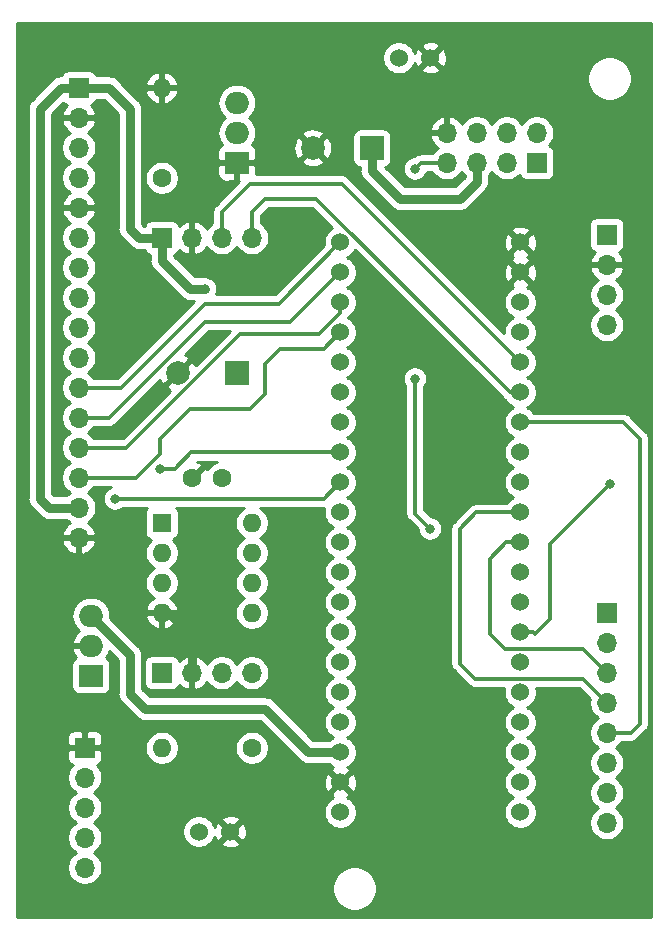
<source format=gbl>
G04 #@! TF.GenerationSoftware,KiCad,Pcbnew,(5.1.6)-1*
G04 #@! TF.CreationDate,2021-07-21T10:19:36+01:00*
G04 #@! TF.ProjectId,master_controller_v1,6d617374-6572-45f6-936f-6e74726f6c6c,1.0*
G04 #@! TF.SameCoordinates,Original*
G04 #@! TF.FileFunction,Copper,L2,Bot*
G04 #@! TF.FilePolarity,Positive*
%FSLAX46Y46*%
G04 Gerber Fmt 4.6, Leading zero omitted, Abs format (unit mm)*
G04 Created by KiCad (PCBNEW (5.1.6)-1) date 2021-07-21 10:19:36*
%MOMM*%
%LPD*%
G01*
G04 APERTURE LIST*
G04 #@! TA.AperFunction,ComponentPad*
%ADD10O,1.700000X1.700000*%
G04 #@! TD*
G04 #@! TA.AperFunction,ComponentPad*
%ADD11R,1.700000X1.700000*%
G04 #@! TD*
G04 #@! TA.AperFunction,ComponentPad*
%ADD12C,1.524000*%
G04 #@! TD*
G04 #@! TA.AperFunction,ComponentPad*
%ADD13R,2.000000X2.000000*%
G04 #@! TD*
G04 #@! TA.AperFunction,ComponentPad*
%ADD14C,2.000000*%
G04 #@! TD*
G04 #@! TA.AperFunction,ComponentPad*
%ADD15O,1.600000X1.600000*%
G04 #@! TD*
G04 #@! TA.AperFunction,ComponentPad*
%ADD16C,1.600000*%
G04 #@! TD*
G04 #@! TA.AperFunction,ComponentPad*
%ADD17O,2.000000X1.905000*%
G04 #@! TD*
G04 #@! TA.AperFunction,ComponentPad*
%ADD18R,2.000000X1.905000*%
G04 #@! TD*
G04 #@! TA.AperFunction,ComponentPad*
%ADD19R,1.600000X1.600000*%
G04 #@! TD*
G04 #@! TA.AperFunction,ViaPad*
%ADD20C,0.800000*%
G04 #@! TD*
G04 #@! TA.AperFunction,Conductor*
%ADD21C,0.800000*%
G04 #@! TD*
G04 #@! TA.AperFunction,Conductor*
%ADD22C,0.300000*%
G04 #@! TD*
G04 #@! TA.AperFunction,Conductor*
%ADD23C,0.254000*%
G04 #@! TD*
G04 APERTURE END LIST*
D10*
X100500000Y-113806000D03*
X97960000Y-113806000D03*
X95420000Y-113806000D03*
D11*
X92880000Y-113806000D03*
D12*
X96012000Y-164084000D03*
X98679000Y-164084000D03*
X112946000Y-98566000D03*
X115613000Y-98566000D03*
X107993000Y-114187000D03*
X107993000Y-116727000D03*
X107993000Y-119267000D03*
X107993000Y-121807000D03*
X107993000Y-124347000D03*
X107993000Y-126887000D03*
X107993000Y-129427000D03*
X107993000Y-131967000D03*
X107993000Y-134507000D03*
X107993000Y-137047000D03*
X107993000Y-139587000D03*
X107993000Y-142127000D03*
X107993000Y-144667000D03*
X107993000Y-147207000D03*
X107993000Y-149747000D03*
X107993000Y-152287000D03*
X107993000Y-154827000D03*
X107993000Y-157367000D03*
X107993000Y-159907000D03*
X107993000Y-162447000D03*
X123233000Y-162447000D03*
X123233000Y-159907000D03*
X123233000Y-157367000D03*
X123233000Y-154827000D03*
X123233000Y-152287000D03*
X123233000Y-149747000D03*
X123233000Y-147207000D03*
X123233000Y-144667000D03*
X123233000Y-142127000D03*
X123233000Y-139587000D03*
X123233000Y-137047000D03*
X123233000Y-134507000D03*
X123233000Y-131967000D03*
X123233000Y-129427000D03*
X123233000Y-126887000D03*
X123233000Y-124347000D03*
X123233000Y-121807000D03*
X123233000Y-119267000D03*
X123233000Y-116727000D03*
X123233000Y-114187000D03*
D13*
X99230000Y-125236000D03*
D14*
X94230000Y-125236000D03*
X105660000Y-106186000D03*
D13*
X110660000Y-106186000D03*
D10*
X85852000Y-139192000D03*
X85852000Y-136652000D03*
X85852000Y-134112000D03*
X85852000Y-131572000D03*
X85852000Y-129032000D03*
X85852000Y-126492000D03*
X85852000Y-123952000D03*
X85852000Y-121412000D03*
X85852000Y-118872000D03*
X85852000Y-116332000D03*
X85852000Y-113792000D03*
X85852000Y-111252000D03*
X85852000Y-108712000D03*
X85852000Y-106172000D03*
X85852000Y-103632000D03*
D11*
X85852000Y-101092000D03*
D10*
X86360000Y-167132000D03*
X86360000Y-164592000D03*
X86360000Y-162052000D03*
X86360000Y-159512000D03*
D11*
X86360000Y-156972000D03*
D10*
X100500000Y-150636000D03*
X97960000Y-150636000D03*
X95420000Y-150636000D03*
D11*
X92880000Y-150636000D03*
X124630000Y-107456000D03*
D10*
X124630000Y-104916000D03*
X122090000Y-107456000D03*
X122090000Y-104916000D03*
X119550000Y-107456000D03*
X119550000Y-104916000D03*
X117010000Y-107456000D03*
X117010000Y-104916000D03*
D11*
X130556000Y-113552000D03*
D10*
X130556000Y-116092000D03*
X130556000Y-118632000D03*
X130556000Y-121172000D03*
X130556000Y-163336000D03*
X130556000Y-160796000D03*
X130556000Y-158256000D03*
X130556000Y-155716000D03*
X130556000Y-153176000D03*
X130556000Y-150636000D03*
X130556000Y-148096000D03*
D11*
X130556000Y-145556000D03*
D15*
X92880000Y-101106000D03*
D16*
X92880000Y-108726000D03*
D17*
X99230000Y-102376000D03*
X99230000Y-104916000D03*
D18*
X99230000Y-107456000D03*
X86868000Y-150876000D03*
D17*
X86868000Y-148336000D03*
X86868000Y-145796000D03*
D15*
X100500000Y-137936000D03*
X92880000Y-145556000D03*
X100500000Y-140476000D03*
X92880000Y-143016000D03*
X100500000Y-143016000D03*
X92880000Y-140476000D03*
X100500000Y-145556000D03*
D19*
X92880000Y-137936000D03*
D15*
X92880000Y-156986000D03*
D16*
X100500000Y-156986000D03*
X97960000Y-134126000D03*
X95460000Y-134126000D03*
D20*
X96520000Y-168910000D03*
X104140000Y-168910000D03*
X115570000Y-168910000D03*
X121920000Y-168910000D03*
X91440000Y-97790000D03*
X127000000Y-97790000D03*
X119380000Y-113030000D03*
X104140000Y-137160000D03*
X83820000Y-147320000D03*
X104726001Y-97203999D03*
X121920000Y-97790000D03*
X114300000Y-152400000D03*
X128270000Y-168910000D03*
X96520000Y-118110000D03*
X92710000Y-133350000D03*
X88900000Y-135890000D03*
X130810000Y-134620000D03*
X114300000Y-107950000D03*
X114300000Y-125730000D03*
X115570000Y-138430000D03*
D21*
X95420000Y-150636000D02*
X95420000Y-147490000D01*
X93486000Y-145556000D02*
X92880000Y-145556000D01*
X95420000Y-147490000D02*
X93486000Y-145556000D01*
X105297000Y-157367000D02*
X107993000Y-157367000D01*
X90170000Y-149098000D02*
X90170000Y-152400000D01*
X101600000Y-153670000D02*
X105297000Y-157367000D01*
X86868000Y-145796000D02*
X90170000Y-149098000D01*
X90170000Y-152400000D02*
X91440000Y-153670000D01*
X91440000Y-153670000D02*
X101600000Y-153670000D01*
X85852000Y-101092000D02*
X88392000Y-101092000D01*
X88392000Y-101092000D02*
X90170000Y-102870000D01*
X90170000Y-102870000D02*
X90170000Y-113030000D01*
X90946000Y-113806000D02*
X92880000Y-113806000D01*
X90170000Y-113030000D02*
X90946000Y-113806000D01*
X85852000Y-101092000D02*
X84328000Y-101092000D01*
X84328000Y-101092000D02*
X82550000Y-102870000D01*
X82550000Y-102870000D02*
X82550000Y-109220000D01*
X83312000Y-136652000D02*
X85852000Y-136652000D01*
X82550000Y-135890000D02*
X83312000Y-136652000D01*
X92880000Y-113806000D02*
X92880000Y-115740000D01*
X92880000Y-115740000D02*
X95250000Y-118110000D01*
X95250000Y-118110000D02*
X96520000Y-118110000D01*
X82550000Y-109220000D02*
X82550000Y-123190000D01*
X82550000Y-123190000D02*
X82550000Y-135890000D01*
X110660000Y-106186000D02*
X110660000Y-108120000D01*
X110660000Y-108120000D02*
X113030000Y-110490000D01*
X113030000Y-110490000D02*
X118110000Y-110490000D01*
X119550000Y-109050000D02*
X119550000Y-107456000D01*
X118110000Y-110490000D02*
X119550000Y-109050000D01*
D22*
X95363000Y-131967000D02*
X107993000Y-131967000D01*
X92710000Y-133350000D02*
X93980000Y-133350000D01*
X93980000Y-133350000D02*
X95363000Y-131967000D01*
X106610000Y-135890000D02*
X107993000Y-134507000D01*
X88900000Y-135890000D02*
X106610000Y-135890000D01*
X85852000Y-126492000D02*
X89408000Y-126492000D01*
X89408000Y-126492000D02*
X96520000Y-119380000D01*
X102800000Y-119380000D02*
X107993000Y-114187000D01*
X96520000Y-119380000D02*
X102800000Y-119380000D01*
X88435998Y-129032000D02*
X96520000Y-120947998D01*
X85852000Y-129032000D02*
X88435998Y-129032000D01*
X103772002Y-120947998D02*
X107993000Y-116727000D01*
X96520000Y-120947998D02*
X103772002Y-120947998D01*
X89892002Y-131572000D02*
X99544002Y-121920000D01*
X85852000Y-131572000D02*
X89892002Y-131572000D01*
X107993000Y-120161238D02*
X107993000Y-119267000D01*
X106234238Y-121920000D02*
X107993000Y-120161238D01*
X99544002Y-121920000D02*
X106234238Y-121920000D01*
X92710000Y-132080000D02*
X90678000Y-134112000D01*
X92710000Y-130810000D02*
X92710000Y-132080000D01*
X95250000Y-128270000D02*
X92710000Y-130810000D01*
X90678000Y-134112000D02*
X85852000Y-134112000D01*
X100330000Y-128270000D02*
X95250000Y-128270000D01*
X107993000Y-121807000D02*
X106610000Y-123190000D01*
X101600000Y-124460000D02*
X101600000Y-127000000D01*
X102870000Y-123190000D02*
X101600000Y-124460000D01*
X106610000Y-123190000D02*
X102870000Y-123190000D01*
X101600000Y-127000000D02*
X100330000Y-128270000D01*
X130810000Y-134620000D02*
X125730000Y-139700000D01*
X125730000Y-139700000D02*
X125730000Y-146050000D01*
X125730000Y-146050000D02*
X124460000Y-147320000D01*
X124347000Y-147207000D02*
X123233000Y-147207000D01*
X124460000Y-147320000D02*
X124347000Y-147207000D01*
X117010000Y-107456000D02*
X114794000Y-107456000D01*
X114794000Y-107456000D02*
X114300000Y-107950000D01*
X114300000Y-137160000D02*
X115570000Y-138430000D01*
X114300000Y-125730000D02*
X114300000Y-137160000D01*
X123233000Y-124347000D02*
X108106000Y-109220000D01*
X108106000Y-109220000D02*
X100330000Y-109220000D01*
X97960000Y-111590000D02*
X97960000Y-113806000D01*
X100330000Y-109220000D02*
X97960000Y-111590000D01*
X100500000Y-113806000D02*
X100500000Y-111590000D01*
X100500000Y-111590000D02*
X101600000Y-110490000D01*
X122338762Y-126887000D02*
X123233000Y-126887000D01*
X105941762Y-110490000D02*
X122338762Y-126887000D01*
X101600000Y-110490000D02*
X105941762Y-110490000D01*
X123233000Y-139587000D02*
X122033000Y-139587000D01*
X122033000Y-139587000D02*
X120650000Y-140970000D01*
X120650000Y-140970000D02*
X120650000Y-147320000D01*
X120650000Y-147320000D02*
X121920000Y-148590000D01*
X128510000Y-148590000D02*
X130556000Y-150636000D01*
X121920000Y-148590000D02*
X128510000Y-148590000D01*
X119493000Y-137047000D02*
X118110000Y-138430000D01*
X128510000Y-151130000D02*
X130556000Y-153176000D01*
X118110000Y-138430000D02*
X118110000Y-149860000D01*
X123233000Y-137047000D02*
X119493000Y-137047000D01*
X118110000Y-149860000D02*
X119380000Y-151130000D01*
X119380000Y-151130000D02*
X128510000Y-151130000D01*
X123233000Y-129427000D02*
X131967000Y-129427000D01*
X131967000Y-129427000D02*
X133350000Y-130810000D01*
X133350000Y-130810000D02*
X133350000Y-154940000D01*
X132574000Y-155716000D02*
X130556000Y-155716000D01*
X133350000Y-154940000D02*
X132574000Y-155716000D01*
D23*
G36*
X134340001Y-171323000D02*
G01*
X80660000Y-171323000D01*
X80660000Y-168724344D01*
X107335000Y-168724344D01*
X107335000Y-169095656D01*
X107407439Y-169459834D01*
X107549534Y-169802882D01*
X107755825Y-170111618D01*
X108018382Y-170374175D01*
X108327118Y-170580466D01*
X108670166Y-170722561D01*
X109034344Y-170795000D01*
X109405656Y-170795000D01*
X109769834Y-170722561D01*
X110112882Y-170580466D01*
X110421618Y-170374175D01*
X110684175Y-170111618D01*
X110890466Y-169802882D01*
X111032561Y-169459834D01*
X111105000Y-169095656D01*
X111105000Y-168724344D01*
X111032561Y-168360166D01*
X110890466Y-168017118D01*
X110684175Y-167708382D01*
X110421618Y-167445825D01*
X110112882Y-167239534D01*
X109769834Y-167097439D01*
X109405656Y-167025000D01*
X109034344Y-167025000D01*
X108670166Y-167097439D01*
X108327118Y-167239534D01*
X108018382Y-167445825D01*
X107755825Y-167708382D01*
X107549534Y-168017118D01*
X107407439Y-168360166D01*
X107335000Y-168724344D01*
X80660000Y-168724344D01*
X80660000Y-157822000D01*
X84871928Y-157822000D01*
X84884188Y-157946482D01*
X84920498Y-158066180D01*
X84979463Y-158176494D01*
X85058815Y-158273185D01*
X85155506Y-158352537D01*
X85265820Y-158411502D01*
X85338380Y-158433513D01*
X85206525Y-158565368D01*
X85044010Y-158808589D01*
X84932068Y-159078842D01*
X84875000Y-159365740D01*
X84875000Y-159658260D01*
X84932068Y-159945158D01*
X85044010Y-160215411D01*
X85206525Y-160458632D01*
X85413368Y-160665475D01*
X85587760Y-160782000D01*
X85413368Y-160898525D01*
X85206525Y-161105368D01*
X85044010Y-161348589D01*
X84932068Y-161618842D01*
X84875000Y-161905740D01*
X84875000Y-162198260D01*
X84932068Y-162485158D01*
X85044010Y-162755411D01*
X85206525Y-162998632D01*
X85413368Y-163205475D01*
X85587760Y-163322000D01*
X85413368Y-163438525D01*
X85206525Y-163645368D01*
X85044010Y-163888589D01*
X84932068Y-164158842D01*
X84875000Y-164445740D01*
X84875000Y-164738260D01*
X84932068Y-165025158D01*
X85044010Y-165295411D01*
X85206525Y-165538632D01*
X85413368Y-165745475D01*
X85587760Y-165862000D01*
X85413368Y-165978525D01*
X85206525Y-166185368D01*
X85044010Y-166428589D01*
X84932068Y-166698842D01*
X84875000Y-166985740D01*
X84875000Y-167278260D01*
X84932068Y-167565158D01*
X85044010Y-167835411D01*
X85206525Y-168078632D01*
X85413368Y-168285475D01*
X85656589Y-168447990D01*
X85926842Y-168559932D01*
X86213740Y-168617000D01*
X86506260Y-168617000D01*
X86793158Y-168559932D01*
X87063411Y-168447990D01*
X87306632Y-168285475D01*
X87513475Y-168078632D01*
X87675990Y-167835411D01*
X87787932Y-167565158D01*
X87845000Y-167278260D01*
X87845000Y-166985740D01*
X87787932Y-166698842D01*
X87675990Y-166428589D01*
X87513475Y-166185368D01*
X87306632Y-165978525D01*
X87132240Y-165862000D01*
X87306632Y-165745475D01*
X87513475Y-165538632D01*
X87675990Y-165295411D01*
X87787932Y-165025158D01*
X87845000Y-164738260D01*
X87845000Y-164445740D01*
X87787932Y-164158842D01*
X87699940Y-163946408D01*
X94615000Y-163946408D01*
X94615000Y-164221592D01*
X94668686Y-164491490D01*
X94773995Y-164745727D01*
X94926880Y-164974535D01*
X95121465Y-165169120D01*
X95350273Y-165322005D01*
X95604510Y-165427314D01*
X95874408Y-165481000D01*
X96149592Y-165481000D01*
X96419490Y-165427314D01*
X96673727Y-165322005D01*
X96902535Y-165169120D01*
X97022090Y-165049565D01*
X97893040Y-165049565D01*
X97960020Y-165289656D01*
X98209048Y-165406756D01*
X98476135Y-165473023D01*
X98751017Y-165485910D01*
X99023133Y-165444922D01*
X99282023Y-165351636D01*
X99397980Y-165289656D01*
X99464960Y-165049565D01*
X98679000Y-164263605D01*
X97893040Y-165049565D01*
X97022090Y-165049565D01*
X97097120Y-164974535D01*
X97250005Y-164745727D01*
X97347610Y-164510090D01*
X97411364Y-164687023D01*
X97473344Y-164802980D01*
X97713435Y-164869960D01*
X98499395Y-164084000D01*
X98858605Y-164084000D01*
X99644565Y-164869960D01*
X99884656Y-164802980D01*
X100001756Y-164553952D01*
X100068023Y-164286865D01*
X100080910Y-164011983D01*
X100039922Y-163739867D01*
X99946636Y-163480977D01*
X99884656Y-163365020D01*
X99644565Y-163298040D01*
X98858605Y-164084000D01*
X98499395Y-164084000D01*
X97713435Y-163298040D01*
X97473344Y-163365020D01*
X97356244Y-163614048D01*
X97346204Y-163654516D01*
X97250005Y-163422273D01*
X97097120Y-163193465D01*
X97022090Y-163118435D01*
X97893040Y-163118435D01*
X98679000Y-163904395D01*
X99464960Y-163118435D01*
X99397980Y-162878344D01*
X99148952Y-162761244D01*
X98881865Y-162694977D01*
X98606983Y-162682090D01*
X98334867Y-162723078D01*
X98075977Y-162816364D01*
X97960020Y-162878344D01*
X97893040Y-163118435D01*
X97022090Y-163118435D01*
X96902535Y-162998880D01*
X96673727Y-162845995D01*
X96419490Y-162740686D01*
X96149592Y-162687000D01*
X95874408Y-162687000D01*
X95604510Y-162740686D01*
X95350273Y-162845995D01*
X95121465Y-162998880D01*
X94926880Y-163193465D01*
X94773995Y-163422273D01*
X94668686Y-163676510D01*
X94615000Y-163946408D01*
X87699940Y-163946408D01*
X87675990Y-163888589D01*
X87513475Y-163645368D01*
X87306632Y-163438525D01*
X87132240Y-163322000D01*
X87306632Y-163205475D01*
X87513475Y-162998632D01*
X87675990Y-162755411D01*
X87787932Y-162485158D01*
X87822891Y-162309408D01*
X106596000Y-162309408D01*
X106596000Y-162584592D01*
X106649686Y-162854490D01*
X106754995Y-163108727D01*
X106907880Y-163337535D01*
X107102465Y-163532120D01*
X107331273Y-163685005D01*
X107585510Y-163790314D01*
X107855408Y-163844000D01*
X108130592Y-163844000D01*
X108400490Y-163790314D01*
X108654727Y-163685005D01*
X108883535Y-163532120D01*
X109078120Y-163337535D01*
X109231005Y-163108727D01*
X109336314Y-162854490D01*
X109390000Y-162584592D01*
X109390000Y-162309408D01*
X109336314Y-162039510D01*
X109231005Y-161785273D01*
X109078120Y-161556465D01*
X108883535Y-161361880D01*
X108654727Y-161208995D01*
X108583057Y-161179308D01*
X108596023Y-161174636D01*
X108711980Y-161112656D01*
X108778960Y-160872565D01*
X107993000Y-160086605D01*
X107207040Y-160872565D01*
X107274020Y-161112656D01*
X107409760Y-161176485D01*
X107331273Y-161208995D01*
X107102465Y-161361880D01*
X106907880Y-161556465D01*
X106754995Y-161785273D01*
X106649686Y-162039510D01*
X106596000Y-162309408D01*
X87822891Y-162309408D01*
X87845000Y-162198260D01*
X87845000Y-161905740D01*
X87787932Y-161618842D01*
X87675990Y-161348589D01*
X87513475Y-161105368D01*
X87306632Y-160898525D01*
X87132240Y-160782000D01*
X87306632Y-160665475D01*
X87513475Y-160458632D01*
X87675990Y-160215411D01*
X87773907Y-159979017D01*
X106591090Y-159979017D01*
X106632078Y-160251133D01*
X106725364Y-160510023D01*
X106787344Y-160625980D01*
X107027435Y-160692960D01*
X107813395Y-159907000D01*
X108172605Y-159907000D01*
X108958565Y-160692960D01*
X109198656Y-160625980D01*
X109315756Y-160376952D01*
X109382023Y-160109865D01*
X109394910Y-159834983D01*
X109353922Y-159562867D01*
X109260636Y-159303977D01*
X109198656Y-159188020D01*
X108958565Y-159121040D01*
X108172605Y-159907000D01*
X107813395Y-159907000D01*
X107027435Y-159121040D01*
X106787344Y-159188020D01*
X106670244Y-159437048D01*
X106603977Y-159704135D01*
X106591090Y-159979017D01*
X87773907Y-159979017D01*
X87787932Y-159945158D01*
X87845000Y-159658260D01*
X87845000Y-159365740D01*
X87787932Y-159078842D01*
X87675990Y-158808589D01*
X87513475Y-158565368D01*
X87381620Y-158433513D01*
X87454180Y-158411502D01*
X87564494Y-158352537D01*
X87661185Y-158273185D01*
X87740537Y-158176494D01*
X87799502Y-158066180D01*
X87835812Y-157946482D01*
X87848072Y-157822000D01*
X87845000Y-157257750D01*
X87686250Y-157099000D01*
X86487000Y-157099000D01*
X86487000Y-157119000D01*
X86233000Y-157119000D01*
X86233000Y-157099000D01*
X85033750Y-157099000D01*
X84875000Y-157257750D01*
X84871928Y-157822000D01*
X80660000Y-157822000D01*
X80660000Y-156122000D01*
X84871928Y-156122000D01*
X84875000Y-156686250D01*
X85033750Y-156845000D01*
X86233000Y-156845000D01*
X86233000Y-155645750D01*
X86487000Y-155645750D01*
X86487000Y-156845000D01*
X87686250Y-156845000D01*
X87686585Y-156844665D01*
X91445000Y-156844665D01*
X91445000Y-157127335D01*
X91500147Y-157404574D01*
X91608320Y-157665727D01*
X91765363Y-157900759D01*
X91965241Y-158100637D01*
X92200273Y-158257680D01*
X92461426Y-158365853D01*
X92738665Y-158421000D01*
X93021335Y-158421000D01*
X93298574Y-158365853D01*
X93559727Y-158257680D01*
X93794759Y-158100637D01*
X93994637Y-157900759D01*
X94151680Y-157665727D01*
X94259853Y-157404574D01*
X94315000Y-157127335D01*
X94315000Y-156844665D01*
X99065000Y-156844665D01*
X99065000Y-157127335D01*
X99120147Y-157404574D01*
X99228320Y-157665727D01*
X99385363Y-157900759D01*
X99585241Y-158100637D01*
X99820273Y-158257680D01*
X100081426Y-158365853D01*
X100358665Y-158421000D01*
X100641335Y-158421000D01*
X100918574Y-158365853D01*
X101179727Y-158257680D01*
X101414759Y-158100637D01*
X101614637Y-157900759D01*
X101771680Y-157665727D01*
X101879853Y-157404574D01*
X101935000Y-157127335D01*
X101935000Y-156844665D01*
X101879853Y-156567426D01*
X101771680Y-156306273D01*
X101614637Y-156071241D01*
X101414759Y-155871363D01*
X101179727Y-155714320D01*
X100918574Y-155606147D01*
X100641335Y-155551000D01*
X100358665Y-155551000D01*
X100081426Y-155606147D01*
X99820273Y-155714320D01*
X99585241Y-155871363D01*
X99385363Y-156071241D01*
X99228320Y-156306273D01*
X99120147Y-156567426D01*
X99065000Y-156844665D01*
X94315000Y-156844665D01*
X94259853Y-156567426D01*
X94151680Y-156306273D01*
X93994637Y-156071241D01*
X93794759Y-155871363D01*
X93559727Y-155714320D01*
X93298574Y-155606147D01*
X93021335Y-155551000D01*
X92738665Y-155551000D01*
X92461426Y-155606147D01*
X92200273Y-155714320D01*
X91965241Y-155871363D01*
X91765363Y-156071241D01*
X91608320Y-156306273D01*
X91500147Y-156567426D01*
X91445000Y-156844665D01*
X87686585Y-156844665D01*
X87845000Y-156686250D01*
X87848072Y-156122000D01*
X87835812Y-155997518D01*
X87799502Y-155877820D01*
X87740537Y-155767506D01*
X87661185Y-155670815D01*
X87564494Y-155591463D01*
X87454180Y-155532498D01*
X87334482Y-155496188D01*
X87210000Y-155483928D01*
X86645750Y-155487000D01*
X86487000Y-155645750D01*
X86233000Y-155645750D01*
X86074250Y-155487000D01*
X85510000Y-155483928D01*
X85385518Y-155496188D01*
X85265820Y-155532498D01*
X85155506Y-155591463D01*
X85058815Y-155670815D01*
X84979463Y-155767506D01*
X84920498Y-155877820D01*
X84884188Y-155997518D01*
X84871928Y-156122000D01*
X80660000Y-156122000D01*
X80660000Y-139548890D01*
X84410524Y-139548890D01*
X84455175Y-139696099D01*
X84580359Y-139958920D01*
X84754412Y-140192269D01*
X84970645Y-140387178D01*
X85220748Y-140536157D01*
X85495109Y-140633481D01*
X85725000Y-140512814D01*
X85725000Y-139319000D01*
X85979000Y-139319000D01*
X85979000Y-140512814D01*
X86208891Y-140633481D01*
X86483252Y-140536157D01*
X86733355Y-140387178D01*
X86949588Y-140192269D01*
X87123641Y-139958920D01*
X87248825Y-139696099D01*
X87293476Y-139548890D01*
X87172155Y-139319000D01*
X85979000Y-139319000D01*
X85725000Y-139319000D01*
X84531845Y-139319000D01*
X84410524Y-139548890D01*
X80660000Y-139548890D01*
X80660000Y-102870000D01*
X81509994Y-102870000D01*
X81515000Y-102920828D01*
X81515001Y-109169153D01*
X81515000Y-109169163D01*
X81515001Y-123139153D01*
X81515000Y-123139163D01*
X81515001Y-135839162D01*
X81509994Y-135890000D01*
X81529977Y-136092895D01*
X81589160Y-136287993D01*
X81685266Y-136467797D01*
X81775425Y-136577655D01*
X81814605Y-136625396D01*
X81854092Y-136657802D01*
X82544197Y-137347908D01*
X82576604Y-137387396D01*
X82616092Y-137419803D01*
X82734202Y-137516734D01*
X82830309Y-137568104D01*
X82914007Y-137612841D01*
X83109105Y-137672024D01*
X83261162Y-137687000D01*
X83261165Y-137687000D01*
X83312000Y-137692007D01*
X83362835Y-137687000D01*
X84786893Y-137687000D01*
X84905368Y-137805475D01*
X85087534Y-137927195D01*
X84970645Y-137996822D01*
X84754412Y-138191731D01*
X84580359Y-138425080D01*
X84455175Y-138687901D01*
X84410524Y-138835110D01*
X84531845Y-139065000D01*
X85725000Y-139065000D01*
X85725000Y-139045000D01*
X85979000Y-139045000D01*
X85979000Y-139065000D01*
X87172155Y-139065000D01*
X87293476Y-138835110D01*
X87248825Y-138687901D01*
X87123641Y-138425080D01*
X86949588Y-138191731D01*
X86733355Y-137996822D01*
X86616466Y-137927195D01*
X86798632Y-137805475D01*
X87005475Y-137598632D01*
X87167990Y-137355411D01*
X87279932Y-137085158D01*
X87337000Y-136798260D01*
X87337000Y-136505740D01*
X87279932Y-136218842D01*
X87167990Y-135948589D01*
X87005475Y-135705368D01*
X86798632Y-135498525D01*
X86624240Y-135382000D01*
X86798632Y-135265475D01*
X87005475Y-135058632D01*
X87113474Y-134897000D01*
X88592728Y-134897000D01*
X88409744Y-134972795D01*
X88240226Y-135086063D01*
X88096063Y-135230226D01*
X87982795Y-135399744D01*
X87904774Y-135588102D01*
X87865000Y-135788061D01*
X87865000Y-135991939D01*
X87904774Y-136191898D01*
X87982795Y-136380256D01*
X88096063Y-136549774D01*
X88240226Y-136693937D01*
X88409744Y-136807205D01*
X88598102Y-136885226D01*
X88798061Y-136925000D01*
X89001939Y-136925000D01*
X89201898Y-136885226D01*
X89390256Y-136807205D01*
X89559774Y-136693937D01*
X89578711Y-136675000D01*
X91640775Y-136675000D01*
X91628815Y-136684815D01*
X91549463Y-136781506D01*
X91490498Y-136891820D01*
X91454188Y-137011518D01*
X91441928Y-137136000D01*
X91441928Y-138736000D01*
X91454188Y-138860482D01*
X91490498Y-138980180D01*
X91549463Y-139090494D01*
X91628815Y-139187185D01*
X91725506Y-139266537D01*
X91835820Y-139325502D01*
X91955518Y-139361812D01*
X91963961Y-139362643D01*
X91765363Y-139561241D01*
X91608320Y-139796273D01*
X91500147Y-140057426D01*
X91445000Y-140334665D01*
X91445000Y-140617335D01*
X91500147Y-140894574D01*
X91608320Y-141155727D01*
X91765363Y-141390759D01*
X91965241Y-141590637D01*
X92197759Y-141746000D01*
X91965241Y-141901363D01*
X91765363Y-142101241D01*
X91608320Y-142336273D01*
X91500147Y-142597426D01*
X91445000Y-142874665D01*
X91445000Y-143157335D01*
X91500147Y-143434574D01*
X91608320Y-143695727D01*
X91765363Y-143930759D01*
X91965241Y-144130637D01*
X92200273Y-144287680D01*
X92210865Y-144292067D01*
X92024869Y-144403615D01*
X91816481Y-144592586D01*
X91648963Y-144818580D01*
X91528754Y-145072913D01*
X91488096Y-145206961D01*
X91610085Y-145429000D01*
X92753000Y-145429000D01*
X92753000Y-145409000D01*
X93007000Y-145409000D01*
X93007000Y-145429000D01*
X94149915Y-145429000D01*
X94271904Y-145206961D01*
X94231246Y-145072913D01*
X94111037Y-144818580D01*
X93943519Y-144592586D01*
X93735131Y-144403615D01*
X93549135Y-144292067D01*
X93559727Y-144287680D01*
X93794759Y-144130637D01*
X93994637Y-143930759D01*
X94151680Y-143695727D01*
X94259853Y-143434574D01*
X94315000Y-143157335D01*
X94315000Y-142874665D01*
X94259853Y-142597426D01*
X94151680Y-142336273D01*
X93994637Y-142101241D01*
X93794759Y-141901363D01*
X93562241Y-141746000D01*
X93794759Y-141590637D01*
X93994637Y-141390759D01*
X94151680Y-141155727D01*
X94259853Y-140894574D01*
X94315000Y-140617335D01*
X94315000Y-140334665D01*
X94259853Y-140057426D01*
X94151680Y-139796273D01*
X93994637Y-139561241D01*
X93796039Y-139362643D01*
X93804482Y-139361812D01*
X93924180Y-139325502D01*
X94034494Y-139266537D01*
X94131185Y-139187185D01*
X94210537Y-139090494D01*
X94269502Y-138980180D01*
X94305812Y-138860482D01*
X94318072Y-138736000D01*
X94318072Y-137136000D01*
X94305812Y-137011518D01*
X94269502Y-136891820D01*
X94210537Y-136781506D01*
X94131185Y-136684815D01*
X94119225Y-136675000D01*
X99804289Y-136675000D01*
X99585241Y-136821363D01*
X99385363Y-137021241D01*
X99228320Y-137256273D01*
X99120147Y-137517426D01*
X99065000Y-137794665D01*
X99065000Y-138077335D01*
X99120147Y-138354574D01*
X99228320Y-138615727D01*
X99385363Y-138850759D01*
X99585241Y-139050637D01*
X99817759Y-139206000D01*
X99585241Y-139361363D01*
X99385363Y-139561241D01*
X99228320Y-139796273D01*
X99120147Y-140057426D01*
X99065000Y-140334665D01*
X99065000Y-140617335D01*
X99120147Y-140894574D01*
X99228320Y-141155727D01*
X99385363Y-141390759D01*
X99585241Y-141590637D01*
X99817759Y-141746000D01*
X99585241Y-141901363D01*
X99385363Y-142101241D01*
X99228320Y-142336273D01*
X99120147Y-142597426D01*
X99065000Y-142874665D01*
X99065000Y-143157335D01*
X99120147Y-143434574D01*
X99228320Y-143695727D01*
X99385363Y-143930759D01*
X99585241Y-144130637D01*
X99817759Y-144286000D01*
X99585241Y-144441363D01*
X99385363Y-144641241D01*
X99228320Y-144876273D01*
X99120147Y-145137426D01*
X99065000Y-145414665D01*
X99065000Y-145697335D01*
X99120147Y-145974574D01*
X99228320Y-146235727D01*
X99385363Y-146470759D01*
X99585241Y-146670637D01*
X99820273Y-146827680D01*
X100081426Y-146935853D01*
X100358665Y-146991000D01*
X100641335Y-146991000D01*
X100918574Y-146935853D01*
X101179727Y-146827680D01*
X101414759Y-146670637D01*
X101614637Y-146470759D01*
X101771680Y-146235727D01*
X101879853Y-145974574D01*
X101935000Y-145697335D01*
X101935000Y-145414665D01*
X101879853Y-145137426D01*
X101771680Y-144876273D01*
X101614637Y-144641241D01*
X101414759Y-144441363D01*
X101182241Y-144286000D01*
X101414759Y-144130637D01*
X101614637Y-143930759D01*
X101771680Y-143695727D01*
X101879853Y-143434574D01*
X101935000Y-143157335D01*
X101935000Y-142874665D01*
X101879853Y-142597426D01*
X101771680Y-142336273D01*
X101614637Y-142101241D01*
X101414759Y-141901363D01*
X101182241Y-141746000D01*
X101414759Y-141590637D01*
X101614637Y-141390759D01*
X101771680Y-141155727D01*
X101879853Y-140894574D01*
X101935000Y-140617335D01*
X101935000Y-140334665D01*
X101879853Y-140057426D01*
X101771680Y-139796273D01*
X101614637Y-139561241D01*
X101414759Y-139361363D01*
X101182241Y-139206000D01*
X101414759Y-139050637D01*
X101614637Y-138850759D01*
X101771680Y-138615727D01*
X101879853Y-138354574D01*
X101935000Y-138077335D01*
X101935000Y-137794665D01*
X101879853Y-137517426D01*
X101771680Y-137256273D01*
X101614637Y-137021241D01*
X101414759Y-136821363D01*
X101195711Y-136675000D01*
X106571447Y-136675000D01*
X106610000Y-136678797D01*
X106642508Y-136675595D01*
X106596000Y-136909408D01*
X106596000Y-137184592D01*
X106649686Y-137454490D01*
X106754995Y-137708727D01*
X106907880Y-137937535D01*
X107102465Y-138132120D01*
X107331273Y-138285005D01*
X107408515Y-138317000D01*
X107331273Y-138348995D01*
X107102465Y-138501880D01*
X106907880Y-138696465D01*
X106754995Y-138925273D01*
X106649686Y-139179510D01*
X106596000Y-139449408D01*
X106596000Y-139724592D01*
X106649686Y-139994490D01*
X106754995Y-140248727D01*
X106907880Y-140477535D01*
X107102465Y-140672120D01*
X107331273Y-140825005D01*
X107408515Y-140857000D01*
X107331273Y-140888995D01*
X107102465Y-141041880D01*
X106907880Y-141236465D01*
X106754995Y-141465273D01*
X106649686Y-141719510D01*
X106596000Y-141989408D01*
X106596000Y-142264592D01*
X106649686Y-142534490D01*
X106754995Y-142788727D01*
X106907880Y-143017535D01*
X107102465Y-143212120D01*
X107331273Y-143365005D01*
X107408515Y-143397000D01*
X107331273Y-143428995D01*
X107102465Y-143581880D01*
X106907880Y-143776465D01*
X106754995Y-144005273D01*
X106649686Y-144259510D01*
X106596000Y-144529408D01*
X106596000Y-144804592D01*
X106649686Y-145074490D01*
X106754995Y-145328727D01*
X106907880Y-145557535D01*
X107102465Y-145752120D01*
X107331273Y-145905005D01*
X107408515Y-145937000D01*
X107331273Y-145968995D01*
X107102465Y-146121880D01*
X106907880Y-146316465D01*
X106754995Y-146545273D01*
X106649686Y-146799510D01*
X106596000Y-147069408D01*
X106596000Y-147344592D01*
X106649686Y-147614490D01*
X106754995Y-147868727D01*
X106907880Y-148097535D01*
X107102465Y-148292120D01*
X107331273Y-148445005D01*
X107408515Y-148477000D01*
X107331273Y-148508995D01*
X107102465Y-148661880D01*
X106907880Y-148856465D01*
X106754995Y-149085273D01*
X106649686Y-149339510D01*
X106596000Y-149609408D01*
X106596000Y-149884592D01*
X106649686Y-150154490D01*
X106754995Y-150408727D01*
X106907880Y-150637535D01*
X107102465Y-150832120D01*
X107331273Y-150985005D01*
X107408515Y-151017000D01*
X107331273Y-151048995D01*
X107102465Y-151201880D01*
X106907880Y-151396465D01*
X106754995Y-151625273D01*
X106649686Y-151879510D01*
X106596000Y-152149408D01*
X106596000Y-152424592D01*
X106649686Y-152694490D01*
X106754995Y-152948727D01*
X106907880Y-153177535D01*
X107102465Y-153372120D01*
X107331273Y-153525005D01*
X107408515Y-153557000D01*
X107331273Y-153588995D01*
X107102465Y-153741880D01*
X106907880Y-153936465D01*
X106754995Y-154165273D01*
X106649686Y-154419510D01*
X106596000Y-154689408D01*
X106596000Y-154964592D01*
X106649686Y-155234490D01*
X106754995Y-155488727D01*
X106907880Y-155717535D01*
X107102465Y-155912120D01*
X107331273Y-156065005D01*
X107408515Y-156097000D01*
X107331273Y-156128995D01*
X107102465Y-156281880D01*
X107052345Y-156332000D01*
X105725711Y-156332000D01*
X102367807Y-152974097D01*
X102335396Y-152934604D01*
X102177797Y-152805266D01*
X101997993Y-152709159D01*
X101802895Y-152649976D01*
X101650838Y-152635000D01*
X101650828Y-152635000D01*
X101600000Y-152629994D01*
X101549172Y-152635000D01*
X91868711Y-152635000D01*
X91205000Y-151971290D01*
X91205000Y-149786000D01*
X91391928Y-149786000D01*
X91391928Y-151486000D01*
X91404188Y-151610482D01*
X91440498Y-151730180D01*
X91499463Y-151840494D01*
X91578815Y-151937185D01*
X91675506Y-152016537D01*
X91785820Y-152075502D01*
X91905518Y-152111812D01*
X92030000Y-152124072D01*
X93730000Y-152124072D01*
X93854482Y-152111812D01*
X93974180Y-152075502D01*
X94084494Y-152016537D01*
X94181185Y-151937185D01*
X94260537Y-151840494D01*
X94319502Y-151730180D01*
X94343966Y-151649534D01*
X94419731Y-151733588D01*
X94653080Y-151907641D01*
X94915901Y-152032825D01*
X95063110Y-152077476D01*
X95293000Y-151956155D01*
X95293000Y-150763000D01*
X95273000Y-150763000D01*
X95273000Y-150509000D01*
X95293000Y-150509000D01*
X95293000Y-149315845D01*
X95547000Y-149315845D01*
X95547000Y-150509000D01*
X95567000Y-150509000D01*
X95567000Y-150763000D01*
X95547000Y-150763000D01*
X95547000Y-151956155D01*
X95776890Y-152077476D01*
X95924099Y-152032825D01*
X96186920Y-151907641D01*
X96420269Y-151733588D01*
X96615178Y-151517355D01*
X96684805Y-151400466D01*
X96806525Y-151582632D01*
X97013368Y-151789475D01*
X97256589Y-151951990D01*
X97526842Y-152063932D01*
X97813740Y-152121000D01*
X98106260Y-152121000D01*
X98393158Y-152063932D01*
X98663411Y-151951990D01*
X98906632Y-151789475D01*
X99113475Y-151582632D01*
X99230000Y-151408240D01*
X99346525Y-151582632D01*
X99553368Y-151789475D01*
X99796589Y-151951990D01*
X100066842Y-152063932D01*
X100353740Y-152121000D01*
X100646260Y-152121000D01*
X100933158Y-152063932D01*
X101203411Y-151951990D01*
X101446632Y-151789475D01*
X101653475Y-151582632D01*
X101815990Y-151339411D01*
X101927932Y-151069158D01*
X101985000Y-150782260D01*
X101985000Y-150489740D01*
X101927932Y-150202842D01*
X101815990Y-149932589D01*
X101653475Y-149689368D01*
X101446632Y-149482525D01*
X101203411Y-149320010D01*
X100933158Y-149208068D01*
X100646260Y-149151000D01*
X100353740Y-149151000D01*
X100066842Y-149208068D01*
X99796589Y-149320010D01*
X99553368Y-149482525D01*
X99346525Y-149689368D01*
X99230000Y-149863760D01*
X99113475Y-149689368D01*
X98906632Y-149482525D01*
X98663411Y-149320010D01*
X98393158Y-149208068D01*
X98106260Y-149151000D01*
X97813740Y-149151000D01*
X97526842Y-149208068D01*
X97256589Y-149320010D01*
X97013368Y-149482525D01*
X96806525Y-149689368D01*
X96684805Y-149871534D01*
X96615178Y-149754645D01*
X96420269Y-149538412D01*
X96186920Y-149364359D01*
X95924099Y-149239175D01*
X95776890Y-149194524D01*
X95547000Y-149315845D01*
X95293000Y-149315845D01*
X95063110Y-149194524D01*
X94915901Y-149239175D01*
X94653080Y-149364359D01*
X94419731Y-149538412D01*
X94343966Y-149622466D01*
X94319502Y-149541820D01*
X94260537Y-149431506D01*
X94181185Y-149334815D01*
X94084494Y-149255463D01*
X93974180Y-149196498D01*
X93854482Y-149160188D01*
X93730000Y-149147928D01*
X92030000Y-149147928D01*
X91905518Y-149160188D01*
X91785820Y-149196498D01*
X91675506Y-149255463D01*
X91578815Y-149334815D01*
X91499463Y-149431506D01*
X91440498Y-149541820D01*
X91404188Y-149661518D01*
X91391928Y-149786000D01*
X91205000Y-149786000D01*
X91205000Y-149148827D01*
X91210006Y-149097999D01*
X91205000Y-149047171D01*
X91205000Y-149047162D01*
X91190024Y-148895105D01*
X91130841Y-148700007D01*
X91039521Y-148529158D01*
X91034734Y-148520202D01*
X90937803Y-148402092D01*
X90905396Y-148362604D01*
X90865908Y-148330197D01*
X88494634Y-145958924D01*
X88499941Y-145905039D01*
X91488096Y-145905039D01*
X91528754Y-146039087D01*
X91648963Y-146293420D01*
X91816481Y-146519414D01*
X92024869Y-146708385D01*
X92266119Y-146853070D01*
X92530960Y-146947909D01*
X92753000Y-146826624D01*
X92753000Y-145683000D01*
X93007000Y-145683000D01*
X93007000Y-146826624D01*
X93229040Y-146947909D01*
X93493881Y-146853070D01*
X93735131Y-146708385D01*
X93943519Y-146519414D01*
X94111037Y-146293420D01*
X94231246Y-146039087D01*
X94271904Y-145905039D01*
X94149915Y-145683000D01*
X93007000Y-145683000D01*
X92753000Y-145683000D01*
X91610085Y-145683000D01*
X91488096Y-145905039D01*
X88499941Y-145905039D01*
X88510681Y-145796000D01*
X88480030Y-145484796D01*
X88389255Y-145185551D01*
X88241845Y-144909765D01*
X88043463Y-144668037D01*
X87801735Y-144469655D01*
X87525949Y-144322245D01*
X87226704Y-144231470D01*
X86993486Y-144208500D01*
X86742514Y-144208500D01*
X86509296Y-144231470D01*
X86210051Y-144322245D01*
X85934265Y-144469655D01*
X85692537Y-144668037D01*
X85494155Y-144909765D01*
X85346745Y-145185551D01*
X85255970Y-145484796D01*
X85225319Y-145796000D01*
X85255970Y-146107204D01*
X85346745Y-146406449D01*
X85494155Y-146682235D01*
X85692537Y-146923963D01*
X85871899Y-147071163D01*
X85686685Y-147226563D01*
X85492031Y-147469077D01*
X85348429Y-147744906D01*
X85277437Y-147963020D01*
X85397406Y-148209000D01*
X86741000Y-148209000D01*
X86741000Y-148189000D01*
X86995000Y-148189000D01*
X86995000Y-148209000D01*
X87015000Y-148209000D01*
X87015000Y-148463000D01*
X86995000Y-148463000D01*
X86995000Y-148483000D01*
X86741000Y-148483000D01*
X86741000Y-148463000D01*
X85397406Y-148463000D01*
X85277437Y-148708980D01*
X85348429Y-148927094D01*
X85492031Y-149202923D01*
X85605219Y-149343941D01*
X85513506Y-149392963D01*
X85416815Y-149472315D01*
X85337463Y-149569006D01*
X85278498Y-149679320D01*
X85242188Y-149799018D01*
X85229928Y-149923500D01*
X85229928Y-151828500D01*
X85242188Y-151952982D01*
X85278498Y-152072680D01*
X85337463Y-152182994D01*
X85416815Y-152279685D01*
X85513506Y-152359037D01*
X85623820Y-152418002D01*
X85743518Y-152454312D01*
X85868000Y-152466572D01*
X87868000Y-152466572D01*
X87992482Y-152454312D01*
X88112180Y-152418002D01*
X88222494Y-152359037D01*
X88319185Y-152279685D01*
X88398537Y-152182994D01*
X88457502Y-152072680D01*
X88493812Y-151952982D01*
X88506072Y-151828500D01*
X88506072Y-149923500D01*
X88493812Y-149799018D01*
X88457502Y-149679320D01*
X88398537Y-149569006D01*
X88319185Y-149472315D01*
X88222494Y-149392963D01*
X88130781Y-149343941D01*
X88243969Y-149202923D01*
X88387571Y-148927094D01*
X88423867Y-148815578D01*
X89135000Y-149526711D01*
X89135001Y-152349162D01*
X89129994Y-152400000D01*
X89149977Y-152602895D01*
X89209160Y-152797993D01*
X89305266Y-152977797D01*
X89399157Y-153092203D01*
X89434605Y-153135396D01*
X89474092Y-153167802D01*
X90672196Y-154365907D01*
X90704604Y-154405396D01*
X90744092Y-154437803D01*
X90862202Y-154534734D01*
X90914196Y-154562525D01*
X91042007Y-154630841D01*
X91237105Y-154690024D01*
X91389162Y-154705000D01*
X91389171Y-154705000D01*
X91439999Y-154710006D01*
X91490827Y-154705000D01*
X101171290Y-154705000D01*
X104529197Y-158062908D01*
X104561604Y-158102396D01*
X104601092Y-158134803D01*
X104719202Y-158231734D01*
X104899006Y-158327841D01*
X104944415Y-158341615D01*
X105094105Y-158387024D01*
X105246162Y-158402000D01*
X105246165Y-158402000D01*
X105297000Y-158407007D01*
X105347835Y-158402000D01*
X107052345Y-158402000D01*
X107102465Y-158452120D01*
X107331273Y-158605005D01*
X107402943Y-158634692D01*
X107389977Y-158639364D01*
X107274020Y-158701344D01*
X107207040Y-158941435D01*
X107993000Y-159727395D01*
X108778960Y-158941435D01*
X108711980Y-158701344D01*
X108576240Y-158637515D01*
X108654727Y-158605005D01*
X108883535Y-158452120D01*
X109078120Y-158257535D01*
X109231005Y-158028727D01*
X109336314Y-157774490D01*
X109390000Y-157504592D01*
X109390000Y-157229408D01*
X109336314Y-156959510D01*
X109231005Y-156705273D01*
X109078120Y-156476465D01*
X108883535Y-156281880D01*
X108654727Y-156128995D01*
X108577485Y-156097000D01*
X108654727Y-156065005D01*
X108883535Y-155912120D01*
X109078120Y-155717535D01*
X109231005Y-155488727D01*
X109336314Y-155234490D01*
X109390000Y-154964592D01*
X109390000Y-154689408D01*
X109336314Y-154419510D01*
X109231005Y-154165273D01*
X109078120Y-153936465D01*
X108883535Y-153741880D01*
X108654727Y-153588995D01*
X108577485Y-153557000D01*
X108654727Y-153525005D01*
X108883535Y-153372120D01*
X109078120Y-153177535D01*
X109231005Y-152948727D01*
X109336314Y-152694490D01*
X109390000Y-152424592D01*
X109390000Y-152149408D01*
X109336314Y-151879510D01*
X109231005Y-151625273D01*
X109078120Y-151396465D01*
X108883535Y-151201880D01*
X108654727Y-151048995D01*
X108577485Y-151017000D01*
X108654727Y-150985005D01*
X108883535Y-150832120D01*
X109078120Y-150637535D01*
X109231005Y-150408727D01*
X109336314Y-150154490D01*
X109390000Y-149884592D01*
X109390000Y-149609408D01*
X109336314Y-149339510D01*
X109231005Y-149085273D01*
X109078120Y-148856465D01*
X108883535Y-148661880D01*
X108654727Y-148508995D01*
X108577485Y-148477000D01*
X108654727Y-148445005D01*
X108883535Y-148292120D01*
X109078120Y-148097535D01*
X109231005Y-147868727D01*
X109336314Y-147614490D01*
X109390000Y-147344592D01*
X109390000Y-147069408D01*
X109336314Y-146799510D01*
X109231005Y-146545273D01*
X109078120Y-146316465D01*
X108883535Y-146121880D01*
X108654727Y-145968995D01*
X108577485Y-145937000D01*
X108654727Y-145905005D01*
X108883535Y-145752120D01*
X109078120Y-145557535D01*
X109231005Y-145328727D01*
X109336314Y-145074490D01*
X109390000Y-144804592D01*
X109390000Y-144529408D01*
X109336314Y-144259510D01*
X109231005Y-144005273D01*
X109078120Y-143776465D01*
X108883535Y-143581880D01*
X108654727Y-143428995D01*
X108577485Y-143397000D01*
X108654727Y-143365005D01*
X108883535Y-143212120D01*
X109078120Y-143017535D01*
X109231005Y-142788727D01*
X109336314Y-142534490D01*
X109390000Y-142264592D01*
X109390000Y-141989408D01*
X109336314Y-141719510D01*
X109231005Y-141465273D01*
X109078120Y-141236465D01*
X108883535Y-141041880D01*
X108654727Y-140888995D01*
X108577485Y-140857000D01*
X108654727Y-140825005D01*
X108883535Y-140672120D01*
X109078120Y-140477535D01*
X109231005Y-140248727D01*
X109336314Y-139994490D01*
X109390000Y-139724592D01*
X109390000Y-139449408D01*
X109336314Y-139179510D01*
X109231005Y-138925273D01*
X109078120Y-138696465D01*
X108883535Y-138501880D01*
X108654727Y-138348995D01*
X108577485Y-138317000D01*
X108654727Y-138285005D01*
X108883535Y-138132120D01*
X109078120Y-137937535D01*
X109231005Y-137708727D01*
X109336314Y-137454490D01*
X109390000Y-137184592D01*
X109390000Y-136909408D01*
X109336314Y-136639510D01*
X109231005Y-136385273D01*
X109078120Y-136156465D01*
X108883535Y-135961880D01*
X108654727Y-135808995D01*
X108577485Y-135777000D01*
X108654727Y-135745005D01*
X108883535Y-135592120D01*
X109078120Y-135397535D01*
X109231005Y-135168727D01*
X109336314Y-134914490D01*
X109390000Y-134644592D01*
X109390000Y-134369408D01*
X109336314Y-134099510D01*
X109231005Y-133845273D01*
X109078120Y-133616465D01*
X108883535Y-133421880D01*
X108654727Y-133268995D01*
X108577485Y-133237000D01*
X108654727Y-133205005D01*
X108883535Y-133052120D01*
X109078120Y-132857535D01*
X109231005Y-132628727D01*
X109336314Y-132374490D01*
X109390000Y-132104592D01*
X109390000Y-131829408D01*
X109336314Y-131559510D01*
X109231005Y-131305273D01*
X109078120Y-131076465D01*
X108883535Y-130881880D01*
X108654727Y-130728995D01*
X108577485Y-130697000D01*
X108654727Y-130665005D01*
X108883535Y-130512120D01*
X109078120Y-130317535D01*
X109231005Y-130088727D01*
X109336314Y-129834490D01*
X109390000Y-129564592D01*
X109390000Y-129289408D01*
X109336314Y-129019510D01*
X109231005Y-128765273D01*
X109078120Y-128536465D01*
X108883535Y-128341880D01*
X108654727Y-128188995D01*
X108577485Y-128157000D01*
X108654727Y-128125005D01*
X108883535Y-127972120D01*
X109078120Y-127777535D01*
X109231005Y-127548727D01*
X109336314Y-127294490D01*
X109390000Y-127024592D01*
X109390000Y-126749408D01*
X109336314Y-126479510D01*
X109231005Y-126225273D01*
X109078120Y-125996465D01*
X108883535Y-125801880D01*
X108654727Y-125648995D01*
X108604189Y-125628061D01*
X113265000Y-125628061D01*
X113265000Y-125831939D01*
X113304774Y-126031898D01*
X113382795Y-126220256D01*
X113496063Y-126389774D01*
X113515000Y-126408711D01*
X113515001Y-137121437D01*
X113511203Y-137160000D01*
X113526359Y-137313886D01*
X113571246Y-137461859D01*
X113571247Y-137461860D01*
X113644139Y-137598233D01*
X113656127Y-137612840D01*
X113717655Y-137687812D01*
X113717659Y-137687816D01*
X113742237Y-137717764D01*
X113772185Y-137742342D01*
X114535000Y-138505158D01*
X114535000Y-138531939D01*
X114574774Y-138731898D01*
X114652795Y-138920256D01*
X114766063Y-139089774D01*
X114910226Y-139233937D01*
X115079744Y-139347205D01*
X115268102Y-139425226D01*
X115468061Y-139465000D01*
X115671939Y-139465000D01*
X115871898Y-139425226D01*
X116060256Y-139347205D01*
X116229774Y-139233937D01*
X116373937Y-139089774D01*
X116487205Y-138920256D01*
X116565226Y-138731898D01*
X116605000Y-138531939D01*
X116605000Y-138328061D01*
X116565226Y-138128102D01*
X116487205Y-137939744D01*
X116373937Y-137770226D01*
X116229774Y-137626063D01*
X116060256Y-137512795D01*
X115871898Y-137434774D01*
X115671939Y-137395000D01*
X115645158Y-137395000D01*
X115085000Y-136834843D01*
X115085000Y-126408711D01*
X115103937Y-126389774D01*
X115217205Y-126220256D01*
X115295226Y-126031898D01*
X115335000Y-125831939D01*
X115335000Y-125628061D01*
X115295226Y-125428102D01*
X115217205Y-125239744D01*
X115103937Y-125070226D01*
X114959774Y-124926063D01*
X114790256Y-124812795D01*
X114601898Y-124734774D01*
X114401939Y-124695000D01*
X114198061Y-124695000D01*
X113998102Y-124734774D01*
X113809744Y-124812795D01*
X113640226Y-124926063D01*
X113496063Y-125070226D01*
X113382795Y-125239744D01*
X113304774Y-125428102D01*
X113265000Y-125628061D01*
X108604189Y-125628061D01*
X108577485Y-125617000D01*
X108654727Y-125585005D01*
X108883535Y-125432120D01*
X109078120Y-125237535D01*
X109231005Y-125008727D01*
X109336314Y-124754490D01*
X109390000Y-124484592D01*
X109390000Y-124209408D01*
X109336314Y-123939510D01*
X109231005Y-123685273D01*
X109078120Y-123456465D01*
X108883535Y-123261880D01*
X108654727Y-123108995D01*
X108577485Y-123077000D01*
X108654727Y-123045005D01*
X108883535Y-122892120D01*
X109078120Y-122697535D01*
X109231005Y-122468727D01*
X109336314Y-122214490D01*
X109390000Y-121944592D01*
X109390000Y-121669408D01*
X109336314Y-121399510D01*
X109231005Y-121145273D01*
X109078120Y-120916465D01*
X108883535Y-120721880D01*
X108662408Y-120574127D01*
X108721754Y-120463098D01*
X108722849Y-120459487D01*
X108883535Y-120352120D01*
X109078120Y-120157535D01*
X109231005Y-119928727D01*
X109336314Y-119674490D01*
X109390000Y-119404592D01*
X109390000Y-119129408D01*
X109336314Y-118859510D01*
X109231005Y-118605273D01*
X109078120Y-118376465D01*
X108883535Y-118181880D01*
X108654727Y-118028995D01*
X108577485Y-117997000D01*
X108654727Y-117965005D01*
X108883535Y-117812120D01*
X109078120Y-117617535D01*
X109231005Y-117388727D01*
X109336314Y-117134490D01*
X109390000Y-116864592D01*
X109390000Y-116589408D01*
X109336314Y-116319510D01*
X109231005Y-116065273D01*
X109078120Y-115836465D01*
X108883535Y-115641880D01*
X108654727Y-115488995D01*
X108577485Y-115457000D01*
X108654727Y-115425005D01*
X108883535Y-115272120D01*
X109078120Y-115077535D01*
X109214714Y-114873109D01*
X121756415Y-127414810D01*
X121780998Y-127444764D01*
X121900529Y-127542862D01*
X122015039Y-127604068D01*
X122036902Y-127615754D01*
X122040513Y-127616849D01*
X122147880Y-127777535D01*
X122342465Y-127972120D01*
X122571273Y-128125005D01*
X122648515Y-128157000D01*
X122571273Y-128188995D01*
X122342465Y-128341880D01*
X122147880Y-128536465D01*
X121994995Y-128765273D01*
X121889686Y-129019510D01*
X121836000Y-129289408D01*
X121836000Y-129564592D01*
X121889686Y-129834490D01*
X121994995Y-130088727D01*
X122147880Y-130317535D01*
X122342465Y-130512120D01*
X122571273Y-130665005D01*
X122648515Y-130697000D01*
X122571273Y-130728995D01*
X122342465Y-130881880D01*
X122147880Y-131076465D01*
X121994995Y-131305273D01*
X121889686Y-131559510D01*
X121836000Y-131829408D01*
X121836000Y-132104592D01*
X121889686Y-132374490D01*
X121994995Y-132628727D01*
X122147880Y-132857535D01*
X122342465Y-133052120D01*
X122571273Y-133205005D01*
X122648515Y-133237000D01*
X122571273Y-133268995D01*
X122342465Y-133421880D01*
X122147880Y-133616465D01*
X121994995Y-133845273D01*
X121889686Y-134099510D01*
X121836000Y-134369408D01*
X121836000Y-134644592D01*
X121889686Y-134914490D01*
X121994995Y-135168727D01*
X122147880Y-135397535D01*
X122342465Y-135592120D01*
X122571273Y-135745005D01*
X122648515Y-135777000D01*
X122571273Y-135808995D01*
X122342465Y-135961880D01*
X122147880Y-136156465D01*
X122077364Y-136262000D01*
X119531552Y-136262000D01*
X119492999Y-136258203D01*
X119454446Y-136262000D01*
X119454439Y-136262000D01*
X119353490Y-136271943D01*
X119339112Y-136273359D01*
X119304672Y-136283806D01*
X119191140Y-136318246D01*
X119054767Y-136391138D01*
X119005896Y-136431246D01*
X118965187Y-136464655D01*
X118965184Y-136464658D01*
X118935236Y-136489236D01*
X118910658Y-136519184D01*
X117582190Y-137847653D01*
X117552236Y-137872236D01*
X117454138Y-137991768D01*
X117381246Y-138128141D01*
X117336359Y-138276114D01*
X117325000Y-138391440D01*
X117325000Y-138391447D01*
X117321203Y-138430000D01*
X117325000Y-138468553D01*
X117325001Y-149821437D01*
X117321203Y-149860000D01*
X117336359Y-150013886D01*
X117381246Y-150161859D01*
X117381247Y-150161860D01*
X117454139Y-150298233D01*
X117483608Y-150334140D01*
X117527655Y-150387812D01*
X117527659Y-150387816D01*
X117552237Y-150417764D01*
X117582185Y-150442342D01*
X118797658Y-151657815D01*
X118822236Y-151687764D01*
X118852184Y-151712342D01*
X118852187Y-151712345D01*
X118873919Y-151730180D01*
X118941767Y-151785862D01*
X119078140Y-151858754D01*
X119191672Y-151893194D01*
X119226112Y-151903641D01*
X119240490Y-151905057D01*
X119341439Y-151915000D01*
X119341446Y-151915000D01*
X119379999Y-151918797D01*
X119418552Y-151915000D01*
X121882627Y-151915000D01*
X121836000Y-152149408D01*
X121836000Y-152424592D01*
X121889686Y-152694490D01*
X121994995Y-152948727D01*
X122147880Y-153177535D01*
X122342465Y-153372120D01*
X122571273Y-153525005D01*
X122648515Y-153557000D01*
X122571273Y-153588995D01*
X122342465Y-153741880D01*
X122147880Y-153936465D01*
X121994995Y-154165273D01*
X121889686Y-154419510D01*
X121836000Y-154689408D01*
X121836000Y-154964592D01*
X121889686Y-155234490D01*
X121994995Y-155488727D01*
X122147880Y-155717535D01*
X122342465Y-155912120D01*
X122571273Y-156065005D01*
X122648515Y-156097000D01*
X122571273Y-156128995D01*
X122342465Y-156281880D01*
X122147880Y-156476465D01*
X121994995Y-156705273D01*
X121889686Y-156959510D01*
X121836000Y-157229408D01*
X121836000Y-157504592D01*
X121889686Y-157774490D01*
X121994995Y-158028727D01*
X122147880Y-158257535D01*
X122342465Y-158452120D01*
X122571273Y-158605005D01*
X122648515Y-158637000D01*
X122571273Y-158668995D01*
X122342465Y-158821880D01*
X122147880Y-159016465D01*
X121994995Y-159245273D01*
X121889686Y-159499510D01*
X121836000Y-159769408D01*
X121836000Y-160044592D01*
X121889686Y-160314490D01*
X121994995Y-160568727D01*
X122147880Y-160797535D01*
X122342465Y-160992120D01*
X122571273Y-161145005D01*
X122648515Y-161177000D01*
X122571273Y-161208995D01*
X122342465Y-161361880D01*
X122147880Y-161556465D01*
X121994995Y-161785273D01*
X121889686Y-162039510D01*
X121836000Y-162309408D01*
X121836000Y-162584592D01*
X121889686Y-162854490D01*
X121994995Y-163108727D01*
X122147880Y-163337535D01*
X122342465Y-163532120D01*
X122571273Y-163685005D01*
X122825510Y-163790314D01*
X123095408Y-163844000D01*
X123370592Y-163844000D01*
X123640490Y-163790314D01*
X123894727Y-163685005D01*
X124123535Y-163532120D01*
X124318120Y-163337535D01*
X124471005Y-163108727D01*
X124576314Y-162854490D01*
X124630000Y-162584592D01*
X124630000Y-162309408D01*
X124576314Y-162039510D01*
X124471005Y-161785273D01*
X124318120Y-161556465D01*
X124123535Y-161361880D01*
X123894727Y-161208995D01*
X123817485Y-161177000D01*
X123894727Y-161145005D01*
X124123535Y-160992120D01*
X124318120Y-160797535D01*
X124471005Y-160568727D01*
X124576314Y-160314490D01*
X124630000Y-160044592D01*
X124630000Y-159769408D01*
X124576314Y-159499510D01*
X124471005Y-159245273D01*
X124318120Y-159016465D01*
X124123535Y-158821880D01*
X123894727Y-158668995D01*
X123817485Y-158637000D01*
X123894727Y-158605005D01*
X124123535Y-158452120D01*
X124318120Y-158257535D01*
X124471005Y-158028727D01*
X124576314Y-157774490D01*
X124630000Y-157504592D01*
X124630000Y-157229408D01*
X124576314Y-156959510D01*
X124471005Y-156705273D01*
X124318120Y-156476465D01*
X124123535Y-156281880D01*
X123894727Y-156128995D01*
X123817485Y-156097000D01*
X123894727Y-156065005D01*
X124123535Y-155912120D01*
X124318120Y-155717535D01*
X124471005Y-155488727D01*
X124576314Y-155234490D01*
X124630000Y-154964592D01*
X124630000Y-154689408D01*
X124576314Y-154419510D01*
X124471005Y-154165273D01*
X124318120Y-153936465D01*
X124123535Y-153741880D01*
X123894727Y-153588995D01*
X123817485Y-153557000D01*
X123894727Y-153525005D01*
X124123535Y-153372120D01*
X124318120Y-153177535D01*
X124471005Y-152948727D01*
X124576314Y-152694490D01*
X124630000Y-152424592D01*
X124630000Y-152149408D01*
X124583373Y-151915000D01*
X128184843Y-151915000D01*
X129108925Y-152839082D01*
X129071000Y-153029740D01*
X129071000Y-153322260D01*
X129128068Y-153609158D01*
X129240010Y-153879411D01*
X129402525Y-154122632D01*
X129609368Y-154329475D01*
X129783760Y-154446000D01*
X129609368Y-154562525D01*
X129402525Y-154769368D01*
X129240010Y-155012589D01*
X129128068Y-155282842D01*
X129071000Y-155569740D01*
X129071000Y-155862260D01*
X129128068Y-156149158D01*
X129240010Y-156419411D01*
X129402525Y-156662632D01*
X129609368Y-156869475D01*
X129783760Y-156986000D01*
X129609368Y-157102525D01*
X129402525Y-157309368D01*
X129240010Y-157552589D01*
X129128068Y-157822842D01*
X129071000Y-158109740D01*
X129071000Y-158402260D01*
X129128068Y-158689158D01*
X129240010Y-158959411D01*
X129402525Y-159202632D01*
X129609368Y-159409475D01*
X129783760Y-159526000D01*
X129609368Y-159642525D01*
X129402525Y-159849368D01*
X129240010Y-160092589D01*
X129128068Y-160362842D01*
X129071000Y-160649740D01*
X129071000Y-160942260D01*
X129128068Y-161229158D01*
X129240010Y-161499411D01*
X129402525Y-161742632D01*
X129609368Y-161949475D01*
X129783760Y-162066000D01*
X129609368Y-162182525D01*
X129402525Y-162389368D01*
X129240010Y-162632589D01*
X129128068Y-162902842D01*
X129071000Y-163189740D01*
X129071000Y-163482260D01*
X129128068Y-163769158D01*
X129240010Y-164039411D01*
X129402525Y-164282632D01*
X129609368Y-164489475D01*
X129852589Y-164651990D01*
X130122842Y-164763932D01*
X130409740Y-164821000D01*
X130702260Y-164821000D01*
X130989158Y-164763932D01*
X131259411Y-164651990D01*
X131502632Y-164489475D01*
X131709475Y-164282632D01*
X131871990Y-164039411D01*
X131983932Y-163769158D01*
X132041000Y-163482260D01*
X132041000Y-163189740D01*
X131983932Y-162902842D01*
X131871990Y-162632589D01*
X131709475Y-162389368D01*
X131502632Y-162182525D01*
X131328240Y-162066000D01*
X131502632Y-161949475D01*
X131709475Y-161742632D01*
X131871990Y-161499411D01*
X131983932Y-161229158D01*
X132041000Y-160942260D01*
X132041000Y-160649740D01*
X131983932Y-160362842D01*
X131871990Y-160092589D01*
X131709475Y-159849368D01*
X131502632Y-159642525D01*
X131328240Y-159526000D01*
X131502632Y-159409475D01*
X131709475Y-159202632D01*
X131871990Y-158959411D01*
X131983932Y-158689158D01*
X132041000Y-158402260D01*
X132041000Y-158109740D01*
X131983932Y-157822842D01*
X131871990Y-157552589D01*
X131709475Y-157309368D01*
X131502632Y-157102525D01*
X131328240Y-156986000D01*
X131502632Y-156869475D01*
X131709475Y-156662632D01*
X131817474Y-156501000D01*
X132535447Y-156501000D01*
X132574000Y-156504797D01*
X132612553Y-156501000D01*
X132612561Y-156501000D01*
X132727887Y-156489641D01*
X132875860Y-156444754D01*
X133012233Y-156371862D01*
X133131764Y-156273764D01*
X133156347Y-156243810D01*
X133877810Y-155522347D01*
X133907764Y-155497764D01*
X134005862Y-155378233D01*
X134078754Y-155241860D01*
X134080990Y-155234490D01*
X134123642Y-155093887D01*
X134131648Y-155012589D01*
X134135000Y-154978561D01*
X134135000Y-154978556D01*
X134138797Y-154940000D01*
X134135000Y-154901444D01*
X134135000Y-130848552D01*
X134138797Y-130809999D01*
X134135000Y-130771446D01*
X134135000Y-130771439D01*
X134123641Y-130656113D01*
X134078754Y-130508140D01*
X134005862Y-130371767D01*
X133956450Y-130311559D01*
X133932345Y-130282187D01*
X133932342Y-130282184D01*
X133907764Y-130252236D01*
X133877817Y-130227659D01*
X132549347Y-128899190D01*
X132524764Y-128869236D01*
X132405233Y-128771138D01*
X132268860Y-128698246D01*
X132120887Y-128653359D01*
X132005561Y-128642000D01*
X132005553Y-128642000D01*
X131967000Y-128638203D01*
X131928447Y-128642000D01*
X124388636Y-128642000D01*
X124318120Y-128536465D01*
X124123535Y-128341880D01*
X123894727Y-128188995D01*
X123817485Y-128157000D01*
X123894727Y-128125005D01*
X124123535Y-127972120D01*
X124318120Y-127777535D01*
X124471005Y-127548727D01*
X124576314Y-127294490D01*
X124630000Y-127024592D01*
X124630000Y-126749408D01*
X124576314Y-126479510D01*
X124471005Y-126225273D01*
X124318120Y-125996465D01*
X124123535Y-125801880D01*
X123894727Y-125648995D01*
X123817485Y-125617000D01*
X123894727Y-125585005D01*
X124123535Y-125432120D01*
X124318120Y-125237535D01*
X124471005Y-125008727D01*
X124576314Y-124754490D01*
X124630000Y-124484592D01*
X124630000Y-124209408D01*
X124576314Y-123939510D01*
X124471005Y-123685273D01*
X124318120Y-123456465D01*
X124123535Y-123261880D01*
X123894727Y-123108995D01*
X123817485Y-123077000D01*
X123894727Y-123045005D01*
X124123535Y-122892120D01*
X124318120Y-122697535D01*
X124471005Y-122468727D01*
X124576314Y-122214490D01*
X124630000Y-121944592D01*
X124630000Y-121669408D01*
X124576314Y-121399510D01*
X124471005Y-121145273D01*
X124318120Y-120916465D01*
X124123535Y-120721880D01*
X123894727Y-120568995D01*
X123817485Y-120537000D01*
X123894727Y-120505005D01*
X124123535Y-120352120D01*
X124318120Y-120157535D01*
X124471005Y-119928727D01*
X124576314Y-119674490D01*
X124630000Y-119404592D01*
X124630000Y-119129408D01*
X124576314Y-118859510D01*
X124471005Y-118605273D01*
X124391136Y-118485740D01*
X129071000Y-118485740D01*
X129071000Y-118778260D01*
X129128068Y-119065158D01*
X129240010Y-119335411D01*
X129402525Y-119578632D01*
X129609368Y-119785475D01*
X129783760Y-119902000D01*
X129609368Y-120018525D01*
X129402525Y-120225368D01*
X129240010Y-120468589D01*
X129128068Y-120738842D01*
X129071000Y-121025740D01*
X129071000Y-121318260D01*
X129128068Y-121605158D01*
X129240010Y-121875411D01*
X129402525Y-122118632D01*
X129609368Y-122325475D01*
X129852589Y-122487990D01*
X130122842Y-122599932D01*
X130409740Y-122657000D01*
X130702260Y-122657000D01*
X130989158Y-122599932D01*
X131259411Y-122487990D01*
X131502632Y-122325475D01*
X131709475Y-122118632D01*
X131871990Y-121875411D01*
X131983932Y-121605158D01*
X132041000Y-121318260D01*
X132041000Y-121025740D01*
X131983932Y-120738842D01*
X131871990Y-120468589D01*
X131709475Y-120225368D01*
X131502632Y-120018525D01*
X131328240Y-119902000D01*
X131502632Y-119785475D01*
X131709475Y-119578632D01*
X131871990Y-119335411D01*
X131983932Y-119065158D01*
X132041000Y-118778260D01*
X132041000Y-118485740D01*
X131983932Y-118198842D01*
X131871990Y-117928589D01*
X131709475Y-117685368D01*
X131502632Y-117478525D01*
X131320466Y-117356805D01*
X131437355Y-117287178D01*
X131653588Y-117092269D01*
X131827641Y-116858920D01*
X131952825Y-116596099D01*
X131997476Y-116448890D01*
X131876155Y-116219000D01*
X130683000Y-116219000D01*
X130683000Y-116239000D01*
X130429000Y-116239000D01*
X130429000Y-116219000D01*
X129235845Y-116219000D01*
X129114524Y-116448890D01*
X129159175Y-116596099D01*
X129284359Y-116858920D01*
X129458412Y-117092269D01*
X129674645Y-117287178D01*
X129791534Y-117356805D01*
X129609368Y-117478525D01*
X129402525Y-117685368D01*
X129240010Y-117928589D01*
X129128068Y-118198842D01*
X129071000Y-118485740D01*
X124391136Y-118485740D01*
X124318120Y-118376465D01*
X124123535Y-118181880D01*
X123894727Y-118028995D01*
X123823057Y-117999308D01*
X123836023Y-117994636D01*
X123951980Y-117932656D01*
X124018960Y-117692565D01*
X123233000Y-116906605D01*
X122447040Y-117692565D01*
X122514020Y-117932656D01*
X122649760Y-117996485D01*
X122571273Y-118028995D01*
X122342465Y-118181880D01*
X122147880Y-118376465D01*
X121994995Y-118605273D01*
X121889686Y-118859510D01*
X121836000Y-119129408D01*
X121836000Y-119404592D01*
X121889686Y-119674490D01*
X121994995Y-119928727D01*
X122147880Y-120157535D01*
X122342465Y-120352120D01*
X122571273Y-120505005D01*
X122648515Y-120537000D01*
X122571273Y-120568995D01*
X122342465Y-120721880D01*
X122147880Y-120916465D01*
X121994995Y-121145273D01*
X121889686Y-121399510D01*
X121836000Y-121669408D01*
X121836000Y-121839843D01*
X116795174Y-116799017D01*
X121831090Y-116799017D01*
X121872078Y-117071133D01*
X121965364Y-117330023D01*
X122027344Y-117445980D01*
X122267435Y-117512960D01*
X123053395Y-116727000D01*
X123412605Y-116727000D01*
X124198565Y-117512960D01*
X124438656Y-117445980D01*
X124555756Y-117196952D01*
X124622023Y-116929865D01*
X124634910Y-116654983D01*
X124593922Y-116382867D01*
X124500636Y-116123977D01*
X124438656Y-116008020D01*
X124198565Y-115941040D01*
X123412605Y-116727000D01*
X123053395Y-116727000D01*
X122267435Y-115941040D01*
X122027344Y-116008020D01*
X121910244Y-116257048D01*
X121843977Y-116524135D01*
X121831090Y-116799017D01*
X116795174Y-116799017D01*
X115148722Y-115152565D01*
X122447040Y-115152565D01*
X122514020Y-115392656D01*
X122644644Y-115454079D01*
X122629977Y-115459364D01*
X122514020Y-115521344D01*
X122447040Y-115761435D01*
X123233000Y-116547395D01*
X124018960Y-115761435D01*
X123951980Y-115521344D01*
X123821356Y-115459921D01*
X123836023Y-115454636D01*
X123951980Y-115392656D01*
X124018960Y-115152565D01*
X123233000Y-114366605D01*
X122447040Y-115152565D01*
X115148722Y-115152565D01*
X114255174Y-114259017D01*
X121831090Y-114259017D01*
X121872078Y-114531133D01*
X121965364Y-114790023D01*
X122027344Y-114905980D01*
X122267435Y-114972960D01*
X123053395Y-114187000D01*
X123412605Y-114187000D01*
X124198565Y-114972960D01*
X124438656Y-114905980D01*
X124555756Y-114656952D01*
X124622023Y-114389865D01*
X124634910Y-114114983D01*
X124593922Y-113842867D01*
X124500636Y-113583977D01*
X124438656Y-113468020D01*
X124198565Y-113401040D01*
X123412605Y-114187000D01*
X123053395Y-114187000D01*
X122267435Y-113401040D01*
X122027344Y-113468020D01*
X121910244Y-113717048D01*
X121843977Y-113984135D01*
X121831090Y-114259017D01*
X114255174Y-114259017D01*
X113217592Y-113221435D01*
X122447040Y-113221435D01*
X123233000Y-114007395D01*
X124018960Y-113221435D01*
X123951980Y-112981344D01*
X123702952Y-112864244D01*
X123435865Y-112797977D01*
X123160983Y-112785090D01*
X122888867Y-112826078D01*
X122629977Y-112919364D01*
X122514020Y-112981344D01*
X122447040Y-113221435D01*
X113217592Y-113221435D01*
X112698157Y-112702000D01*
X129067928Y-112702000D01*
X129067928Y-114402000D01*
X129080188Y-114526482D01*
X129116498Y-114646180D01*
X129175463Y-114756494D01*
X129254815Y-114853185D01*
X129351506Y-114932537D01*
X129461820Y-114991502D01*
X129542466Y-115015966D01*
X129458412Y-115091731D01*
X129284359Y-115325080D01*
X129159175Y-115587901D01*
X129114524Y-115735110D01*
X129235845Y-115965000D01*
X130429000Y-115965000D01*
X130429000Y-115945000D01*
X130683000Y-115945000D01*
X130683000Y-115965000D01*
X131876155Y-115965000D01*
X131997476Y-115735110D01*
X131952825Y-115587901D01*
X131827641Y-115325080D01*
X131653588Y-115091731D01*
X131569534Y-115015966D01*
X131650180Y-114991502D01*
X131760494Y-114932537D01*
X131857185Y-114853185D01*
X131936537Y-114756494D01*
X131995502Y-114646180D01*
X132031812Y-114526482D01*
X132044072Y-114402000D01*
X132044072Y-112702000D01*
X132031812Y-112577518D01*
X131995502Y-112457820D01*
X131936537Y-112347506D01*
X131857185Y-112250815D01*
X131760494Y-112171463D01*
X131650180Y-112112498D01*
X131530482Y-112076188D01*
X131406000Y-112063928D01*
X129706000Y-112063928D01*
X129581518Y-112076188D01*
X129461820Y-112112498D01*
X129351506Y-112171463D01*
X129254815Y-112250815D01*
X129175463Y-112347506D01*
X129116498Y-112457820D01*
X129080188Y-112577518D01*
X129067928Y-112702000D01*
X112698157Y-112702000D01*
X108688347Y-108692190D01*
X108663764Y-108662236D01*
X108544233Y-108564138D01*
X108407860Y-108491246D01*
X108259887Y-108446359D01*
X108144561Y-108435000D01*
X108144553Y-108435000D01*
X108106000Y-108431203D01*
X108067447Y-108435000D01*
X100865462Y-108435000D01*
X100868072Y-108408500D01*
X100865000Y-107741750D01*
X100706250Y-107583000D01*
X99357000Y-107583000D01*
X99357000Y-108884750D01*
X99456046Y-108983796D01*
X97432190Y-111007653D01*
X97402236Y-111032236D01*
X97304138Y-111151768D01*
X97231246Y-111288141D01*
X97186359Y-111436114D01*
X97175000Y-111551440D01*
X97175000Y-111551447D01*
X97171203Y-111590000D01*
X97175000Y-111628553D01*
X97175000Y-112544526D01*
X97013368Y-112652525D01*
X96806525Y-112859368D01*
X96684805Y-113041534D01*
X96615178Y-112924645D01*
X96420269Y-112708412D01*
X96186920Y-112534359D01*
X95924099Y-112409175D01*
X95776890Y-112364524D01*
X95547000Y-112485845D01*
X95547000Y-113679000D01*
X95567000Y-113679000D01*
X95567000Y-113933000D01*
X95547000Y-113933000D01*
X95547000Y-115126155D01*
X95776890Y-115247476D01*
X95924099Y-115202825D01*
X96186920Y-115077641D01*
X96420269Y-114903588D01*
X96615178Y-114687355D01*
X96684805Y-114570466D01*
X96806525Y-114752632D01*
X97013368Y-114959475D01*
X97256589Y-115121990D01*
X97526842Y-115233932D01*
X97813740Y-115291000D01*
X98106260Y-115291000D01*
X98393158Y-115233932D01*
X98663411Y-115121990D01*
X98906632Y-114959475D01*
X99113475Y-114752632D01*
X99230000Y-114578240D01*
X99346525Y-114752632D01*
X99553368Y-114959475D01*
X99796589Y-115121990D01*
X100066842Y-115233932D01*
X100353740Y-115291000D01*
X100646260Y-115291000D01*
X100933158Y-115233932D01*
X101203411Y-115121990D01*
X101446632Y-114959475D01*
X101653475Y-114752632D01*
X101815990Y-114509411D01*
X101927932Y-114239158D01*
X101985000Y-113952260D01*
X101985000Y-113659740D01*
X101927932Y-113372842D01*
X101815990Y-113102589D01*
X101653475Y-112859368D01*
X101446632Y-112652525D01*
X101285000Y-112544526D01*
X101285000Y-111915157D01*
X101925158Y-111275000D01*
X105616605Y-111275000D01*
X107306891Y-112965286D01*
X107102465Y-113101880D01*
X106907880Y-113296465D01*
X106754995Y-113525273D01*
X106649686Y-113779510D01*
X106596000Y-114049408D01*
X106596000Y-114324592D01*
X106620762Y-114449080D01*
X102474843Y-118595000D01*
X97439382Y-118595000D01*
X97456762Y-118553042D01*
X97480841Y-118507993D01*
X97495669Y-118459113D01*
X97515226Y-118411898D01*
X97525196Y-118361777D01*
X97540024Y-118312895D01*
X97545031Y-118262057D01*
X97555000Y-118211939D01*
X97555000Y-118160838D01*
X97560007Y-118110000D01*
X97555000Y-118059162D01*
X97555000Y-118008061D01*
X97545031Y-117957943D01*
X97540024Y-117907105D01*
X97525196Y-117858223D01*
X97515226Y-117808102D01*
X97495669Y-117760887D01*
X97480841Y-117712007D01*
X97456762Y-117666958D01*
X97437205Y-117619744D01*
X97408814Y-117577254D01*
X97384734Y-117532203D01*
X97352328Y-117492716D01*
X97323937Y-117450226D01*
X97287803Y-117414092D01*
X97255396Y-117374604D01*
X97215908Y-117342197D01*
X97179774Y-117306063D01*
X97137284Y-117277672D01*
X97097797Y-117245266D01*
X97052746Y-117221186D01*
X97010256Y-117192795D01*
X96963042Y-117173238D01*
X96917993Y-117149159D01*
X96869113Y-117134331D01*
X96821898Y-117114774D01*
X96771777Y-117104804D01*
X96722895Y-117089976D01*
X96672057Y-117084969D01*
X96621939Y-117075000D01*
X95678711Y-117075000D01*
X93915000Y-115311290D01*
X93915000Y-115263454D01*
X93974180Y-115245502D01*
X94084494Y-115186537D01*
X94181185Y-115107185D01*
X94260537Y-115010494D01*
X94319502Y-114900180D01*
X94343966Y-114819534D01*
X94419731Y-114903588D01*
X94653080Y-115077641D01*
X94915901Y-115202825D01*
X95063110Y-115247476D01*
X95293000Y-115126155D01*
X95293000Y-113933000D01*
X95273000Y-113933000D01*
X95273000Y-113679000D01*
X95293000Y-113679000D01*
X95293000Y-112485845D01*
X95063110Y-112364524D01*
X94915901Y-112409175D01*
X94653080Y-112534359D01*
X94419731Y-112708412D01*
X94343966Y-112792466D01*
X94319502Y-112711820D01*
X94260537Y-112601506D01*
X94181185Y-112504815D01*
X94084494Y-112425463D01*
X93974180Y-112366498D01*
X93854482Y-112330188D01*
X93730000Y-112317928D01*
X92030000Y-112317928D01*
X91905518Y-112330188D01*
X91785820Y-112366498D01*
X91675506Y-112425463D01*
X91578815Y-112504815D01*
X91499463Y-112601506D01*
X91440498Y-112711820D01*
X91422546Y-112771000D01*
X91374711Y-112771000D01*
X91205000Y-112601290D01*
X91205000Y-108584665D01*
X91445000Y-108584665D01*
X91445000Y-108867335D01*
X91500147Y-109144574D01*
X91608320Y-109405727D01*
X91765363Y-109640759D01*
X91965241Y-109840637D01*
X92200273Y-109997680D01*
X92461426Y-110105853D01*
X92738665Y-110161000D01*
X93021335Y-110161000D01*
X93298574Y-110105853D01*
X93559727Y-109997680D01*
X93794759Y-109840637D01*
X93994637Y-109640759D01*
X94151680Y-109405727D01*
X94259853Y-109144574D01*
X94315000Y-108867335D01*
X94315000Y-108584665D01*
X94279959Y-108408500D01*
X97591928Y-108408500D01*
X97604188Y-108532982D01*
X97640498Y-108652680D01*
X97699463Y-108762994D01*
X97778815Y-108859685D01*
X97875506Y-108939037D01*
X97985820Y-108998002D01*
X98105518Y-109034312D01*
X98230000Y-109046572D01*
X98944250Y-109043500D01*
X99103000Y-108884750D01*
X99103000Y-107583000D01*
X97753750Y-107583000D01*
X97595000Y-107741750D01*
X97591928Y-108408500D01*
X94279959Y-108408500D01*
X94259853Y-108307426D01*
X94151680Y-108046273D01*
X93994637Y-107811241D01*
X93794759Y-107611363D01*
X93559727Y-107454320D01*
X93298574Y-107346147D01*
X93021335Y-107291000D01*
X92738665Y-107291000D01*
X92461426Y-107346147D01*
X92200273Y-107454320D01*
X91965241Y-107611363D01*
X91765363Y-107811241D01*
X91608320Y-108046273D01*
X91500147Y-108307426D01*
X91445000Y-108584665D01*
X91205000Y-108584665D01*
X91205000Y-102920835D01*
X91210007Y-102870000D01*
X91205000Y-102819162D01*
X91190024Y-102667105D01*
X91130841Y-102472007D01*
X91037028Y-102296494D01*
X91034734Y-102292202D01*
X90937803Y-102174092D01*
X90905396Y-102134604D01*
X90865908Y-102102197D01*
X90218751Y-101455040D01*
X91488091Y-101455040D01*
X91582930Y-101719881D01*
X91727615Y-101961131D01*
X91916586Y-102169519D01*
X92142580Y-102337037D01*
X92396913Y-102457246D01*
X92530961Y-102497904D01*
X92753000Y-102375915D01*
X92753000Y-101233000D01*
X93007000Y-101233000D01*
X93007000Y-102375915D01*
X93229039Y-102497904D01*
X93363087Y-102457246D01*
X93534983Y-102376000D01*
X97587319Y-102376000D01*
X97617970Y-102687204D01*
X97708745Y-102986449D01*
X97856155Y-103262235D01*
X98054537Y-103503963D01*
X98227609Y-103646000D01*
X98054537Y-103788037D01*
X97856155Y-104029765D01*
X97708745Y-104305551D01*
X97617970Y-104604796D01*
X97587319Y-104916000D01*
X97617970Y-105227204D01*
X97708745Y-105526449D01*
X97856155Y-105802235D01*
X97959446Y-105928095D01*
X97875506Y-105972963D01*
X97778815Y-106052315D01*
X97699463Y-106149006D01*
X97640498Y-106259320D01*
X97604188Y-106379018D01*
X97591928Y-106503500D01*
X97595000Y-107170250D01*
X97753750Y-107329000D01*
X99103000Y-107329000D01*
X99103000Y-107309000D01*
X99357000Y-107309000D01*
X99357000Y-107329000D01*
X100706250Y-107329000D01*
X100713837Y-107321413D01*
X104704192Y-107321413D01*
X104799956Y-107585814D01*
X105089571Y-107726704D01*
X105401108Y-107808384D01*
X105722595Y-107827718D01*
X106041675Y-107783961D01*
X106346088Y-107678795D01*
X106520044Y-107585814D01*
X106615808Y-107321413D01*
X105660000Y-106365605D01*
X104704192Y-107321413D01*
X100713837Y-107321413D01*
X100865000Y-107170250D01*
X100868072Y-106503500D01*
X100855812Y-106379018D01*
X100819502Y-106259320D01*
X100813770Y-106248595D01*
X104018282Y-106248595D01*
X104062039Y-106567675D01*
X104167205Y-106872088D01*
X104260186Y-107046044D01*
X104524587Y-107141808D01*
X105480395Y-106186000D01*
X105839605Y-106186000D01*
X106795413Y-107141808D01*
X107059814Y-107046044D01*
X107200704Y-106756429D01*
X107282384Y-106444892D01*
X107301718Y-106123405D01*
X107257961Y-105804325D01*
X107152795Y-105499912D01*
X107059814Y-105325956D01*
X106795413Y-105230192D01*
X105839605Y-106186000D01*
X105480395Y-106186000D01*
X104524587Y-105230192D01*
X104260186Y-105325956D01*
X104119296Y-105615571D01*
X104037616Y-105927108D01*
X104018282Y-106248595D01*
X100813770Y-106248595D01*
X100760537Y-106149006D01*
X100681185Y-106052315D01*
X100584494Y-105972963D01*
X100500554Y-105928095D01*
X100603845Y-105802235D01*
X100751255Y-105526449D01*
X100842030Y-105227204D01*
X100859425Y-105050587D01*
X104704192Y-105050587D01*
X105660000Y-106006395D01*
X106480395Y-105186000D01*
X109021928Y-105186000D01*
X109021928Y-107186000D01*
X109034188Y-107310482D01*
X109070498Y-107430180D01*
X109129463Y-107540494D01*
X109208815Y-107637185D01*
X109305506Y-107716537D01*
X109415820Y-107775502D01*
X109535518Y-107811812D01*
X109625001Y-107820625D01*
X109625001Y-108069163D01*
X109619994Y-108120000D01*
X109639977Y-108322895D01*
X109699160Y-108517993D01*
X109795266Y-108697797D01*
X109864179Y-108781767D01*
X109924605Y-108855396D01*
X109964092Y-108887802D01*
X112262197Y-111185908D01*
X112294604Y-111225396D01*
X112334092Y-111257803D01*
X112452202Y-111354734D01*
X112548309Y-111406104D01*
X112632007Y-111450841D01*
X112827105Y-111510024D01*
X112979162Y-111525000D01*
X112979171Y-111525000D01*
X113029999Y-111530006D01*
X113080827Y-111525000D01*
X118059172Y-111525000D01*
X118110000Y-111530006D01*
X118160828Y-111525000D01*
X118160838Y-111525000D01*
X118312895Y-111510024D01*
X118507993Y-111450841D01*
X118687797Y-111354734D01*
X118845396Y-111225396D01*
X118877807Y-111185903D01*
X120245908Y-109817803D01*
X120285396Y-109785396D01*
X120342054Y-109716358D01*
X120414734Y-109627798D01*
X120510841Y-109447994D01*
X120533321Y-109373886D01*
X120570024Y-109252895D01*
X120585000Y-109100838D01*
X120585000Y-109100835D01*
X120590007Y-109050000D01*
X120585000Y-108999165D01*
X120585000Y-108521107D01*
X120703475Y-108402632D01*
X120820000Y-108228240D01*
X120936525Y-108402632D01*
X121143368Y-108609475D01*
X121386589Y-108771990D01*
X121656842Y-108883932D01*
X121943740Y-108941000D01*
X122236260Y-108941000D01*
X122523158Y-108883932D01*
X122793411Y-108771990D01*
X123036632Y-108609475D01*
X123168487Y-108477620D01*
X123190498Y-108550180D01*
X123249463Y-108660494D01*
X123328815Y-108757185D01*
X123425506Y-108836537D01*
X123535820Y-108895502D01*
X123655518Y-108931812D01*
X123780000Y-108944072D01*
X125480000Y-108944072D01*
X125604482Y-108931812D01*
X125724180Y-108895502D01*
X125834494Y-108836537D01*
X125931185Y-108757185D01*
X126010537Y-108660494D01*
X126069502Y-108550180D01*
X126105812Y-108430482D01*
X126118072Y-108306000D01*
X126118072Y-106606000D01*
X126105812Y-106481518D01*
X126069502Y-106361820D01*
X126010537Y-106251506D01*
X125931185Y-106154815D01*
X125834494Y-106075463D01*
X125724180Y-106016498D01*
X125651620Y-105994487D01*
X125783475Y-105862632D01*
X125945990Y-105619411D01*
X126057932Y-105349158D01*
X126115000Y-105062260D01*
X126115000Y-104769740D01*
X126057932Y-104482842D01*
X125945990Y-104212589D01*
X125783475Y-103969368D01*
X125576632Y-103762525D01*
X125333411Y-103600010D01*
X125063158Y-103488068D01*
X124776260Y-103431000D01*
X124483740Y-103431000D01*
X124196842Y-103488068D01*
X123926589Y-103600010D01*
X123683368Y-103762525D01*
X123476525Y-103969368D01*
X123360000Y-104143760D01*
X123243475Y-103969368D01*
X123036632Y-103762525D01*
X122793411Y-103600010D01*
X122523158Y-103488068D01*
X122236260Y-103431000D01*
X121943740Y-103431000D01*
X121656842Y-103488068D01*
X121386589Y-103600010D01*
X121143368Y-103762525D01*
X120936525Y-103969368D01*
X120820000Y-104143760D01*
X120703475Y-103969368D01*
X120496632Y-103762525D01*
X120253411Y-103600010D01*
X119983158Y-103488068D01*
X119696260Y-103431000D01*
X119403740Y-103431000D01*
X119116842Y-103488068D01*
X118846589Y-103600010D01*
X118603368Y-103762525D01*
X118396525Y-103969368D01*
X118274805Y-104151534D01*
X118205178Y-104034645D01*
X118010269Y-103818412D01*
X117776920Y-103644359D01*
X117514099Y-103519175D01*
X117366890Y-103474524D01*
X117137000Y-103595845D01*
X117137000Y-104789000D01*
X117157000Y-104789000D01*
X117157000Y-105043000D01*
X117137000Y-105043000D01*
X117137000Y-105063000D01*
X116883000Y-105063000D01*
X116883000Y-105043000D01*
X115689186Y-105043000D01*
X115568519Y-105272891D01*
X115665843Y-105547252D01*
X115814822Y-105797355D01*
X116009731Y-106013588D01*
X116239406Y-106184900D01*
X116063368Y-106302525D01*
X115856525Y-106509368D01*
X115748526Y-106671000D01*
X114832552Y-106671000D01*
X114793999Y-106667203D01*
X114755446Y-106671000D01*
X114755439Y-106671000D01*
X114654490Y-106680943D01*
X114640112Y-106682359D01*
X114605672Y-106692806D01*
X114492140Y-106727246D01*
X114355767Y-106800138D01*
X114236236Y-106898236D01*
X114222478Y-106915000D01*
X114198061Y-106915000D01*
X113998102Y-106954774D01*
X113809744Y-107032795D01*
X113640226Y-107146063D01*
X113496063Y-107290226D01*
X113382795Y-107459744D01*
X113304774Y-107648102D01*
X113265000Y-107848061D01*
X113265000Y-108051939D01*
X113304774Y-108251898D01*
X113382795Y-108440256D01*
X113496063Y-108609774D01*
X113640226Y-108753937D01*
X113809744Y-108867205D01*
X113998102Y-108945226D01*
X114198061Y-108985000D01*
X114401939Y-108985000D01*
X114601898Y-108945226D01*
X114790256Y-108867205D01*
X114959774Y-108753937D01*
X115103937Y-108609774D01*
X115217205Y-108440256D01*
X115295226Y-108251898D01*
X115297394Y-108241000D01*
X115748526Y-108241000D01*
X115856525Y-108402632D01*
X116063368Y-108609475D01*
X116306589Y-108771990D01*
X116576842Y-108883932D01*
X116863740Y-108941000D01*
X117156260Y-108941000D01*
X117443158Y-108883932D01*
X117713411Y-108771990D01*
X117956632Y-108609475D01*
X118163475Y-108402632D01*
X118280000Y-108228240D01*
X118396525Y-108402632D01*
X118515000Y-108521107D01*
X118515000Y-108621289D01*
X117681290Y-109455000D01*
X113458711Y-109455000D01*
X111808298Y-107804588D01*
X111904180Y-107775502D01*
X112014494Y-107716537D01*
X112111185Y-107637185D01*
X112190537Y-107540494D01*
X112249502Y-107430180D01*
X112285812Y-107310482D01*
X112298072Y-107186000D01*
X112298072Y-105186000D01*
X112285812Y-105061518D01*
X112249502Y-104941820D01*
X112190537Y-104831506D01*
X112111185Y-104734815D01*
X112014494Y-104655463D01*
X111904180Y-104596498D01*
X111784482Y-104560188D01*
X111773527Y-104559109D01*
X115568519Y-104559109D01*
X115689186Y-104789000D01*
X116883000Y-104789000D01*
X116883000Y-103595845D01*
X116653110Y-103474524D01*
X116505901Y-103519175D01*
X116243080Y-103644359D01*
X116009731Y-103818412D01*
X115814822Y-104034645D01*
X115665843Y-104284748D01*
X115568519Y-104559109D01*
X111773527Y-104559109D01*
X111660000Y-104547928D01*
X109660000Y-104547928D01*
X109535518Y-104560188D01*
X109415820Y-104596498D01*
X109305506Y-104655463D01*
X109208815Y-104734815D01*
X109129463Y-104831506D01*
X109070498Y-104941820D01*
X109034188Y-105061518D01*
X109021928Y-105186000D01*
X106480395Y-105186000D01*
X106615808Y-105050587D01*
X106520044Y-104786186D01*
X106230429Y-104645296D01*
X105918892Y-104563616D01*
X105597405Y-104544282D01*
X105278325Y-104588039D01*
X104973912Y-104693205D01*
X104799956Y-104786186D01*
X104704192Y-105050587D01*
X100859425Y-105050587D01*
X100872681Y-104916000D01*
X100842030Y-104604796D01*
X100751255Y-104305551D01*
X100603845Y-104029765D01*
X100405463Y-103788037D01*
X100232391Y-103646000D01*
X100405463Y-103503963D01*
X100603845Y-103262235D01*
X100751255Y-102986449D01*
X100842030Y-102687204D01*
X100872681Y-102376000D01*
X100842030Y-102064796D01*
X100751255Y-101765551D01*
X100603845Y-101489765D01*
X100405463Y-101248037D01*
X100163735Y-101049655D01*
X99887949Y-100902245D01*
X99588704Y-100811470D01*
X99355486Y-100788500D01*
X99104514Y-100788500D01*
X98871296Y-100811470D01*
X98572051Y-100902245D01*
X98296265Y-101049655D01*
X98054537Y-101248037D01*
X97856155Y-101489765D01*
X97708745Y-101765551D01*
X97617970Y-102064796D01*
X97587319Y-102376000D01*
X93534983Y-102376000D01*
X93617420Y-102337037D01*
X93843414Y-102169519D01*
X94032385Y-101961131D01*
X94177070Y-101719881D01*
X94271909Y-101455040D01*
X94150624Y-101233000D01*
X93007000Y-101233000D01*
X92753000Y-101233000D01*
X91609376Y-101233000D01*
X91488091Y-101455040D01*
X90218751Y-101455040D01*
X89520671Y-100756960D01*
X91488091Y-100756960D01*
X91609376Y-100979000D01*
X92753000Y-100979000D01*
X92753000Y-99836085D01*
X93007000Y-99836085D01*
X93007000Y-100979000D01*
X94150624Y-100979000D01*
X94271909Y-100756960D01*
X94177070Y-100492119D01*
X94032385Y-100250869D01*
X93935786Y-100144344D01*
X128925000Y-100144344D01*
X128925000Y-100515656D01*
X128997439Y-100879834D01*
X129139534Y-101222882D01*
X129345825Y-101531618D01*
X129608382Y-101794175D01*
X129917118Y-102000466D01*
X130260166Y-102142561D01*
X130624344Y-102215000D01*
X130995656Y-102215000D01*
X131359834Y-102142561D01*
X131702882Y-102000466D01*
X132011618Y-101794175D01*
X132274175Y-101531618D01*
X132480466Y-101222882D01*
X132622561Y-100879834D01*
X132695000Y-100515656D01*
X132695000Y-100144344D01*
X132622561Y-99780166D01*
X132480466Y-99437118D01*
X132274175Y-99128382D01*
X132011618Y-98865825D01*
X131702882Y-98659534D01*
X131359834Y-98517439D01*
X130995656Y-98445000D01*
X130624344Y-98445000D01*
X130260166Y-98517439D01*
X129917118Y-98659534D01*
X129608382Y-98865825D01*
X129345825Y-99128382D01*
X129139534Y-99437118D01*
X128997439Y-99780166D01*
X128925000Y-100144344D01*
X93935786Y-100144344D01*
X93843414Y-100042481D01*
X93617420Y-99874963D01*
X93363087Y-99754754D01*
X93229039Y-99714096D01*
X93007000Y-99836085D01*
X92753000Y-99836085D01*
X92530961Y-99714096D01*
X92396913Y-99754754D01*
X92142580Y-99874963D01*
X91916586Y-100042481D01*
X91727615Y-100250869D01*
X91582930Y-100492119D01*
X91488091Y-100756960D01*
X89520671Y-100756960D01*
X89159807Y-100396097D01*
X89127396Y-100356604D01*
X88969797Y-100227266D01*
X88789993Y-100131159D01*
X88594895Y-100071976D01*
X88442838Y-100057000D01*
X88442828Y-100057000D01*
X88392000Y-100051994D01*
X88341172Y-100057000D01*
X87309454Y-100057000D01*
X87291502Y-99997820D01*
X87232537Y-99887506D01*
X87153185Y-99790815D01*
X87056494Y-99711463D01*
X86946180Y-99652498D01*
X86826482Y-99616188D01*
X86702000Y-99603928D01*
X85002000Y-99603928D01*
X84877518Y-99616188D01*
X84757820Y-99652498D01*
X84647506Y-99711463D01*
X84550815Y-99790815D01*
X84471463Y-99887506D01*
X84412498Y-99997820D01*
X84394546Y-100057000D01*
X84378835Y-100057000D01*
X84328000Y-100051993D01*
X84277165Y-100057000D01*
X84277162Y-100057000D01*
X84125105Y-100071976D01*
X83930007Y-100131159D01*
X83905340Y-100144344D01*
X83750202Y-100227266D01*
X83632092Y-100324197D01*
X83592604Y-100356604D01*
X83560197Y-100396092D01*
X81854097Y-102102193D01*
X81814604Y-102134604D01*
X81685266Y-102292203D01*
X81589159Y-102472008D01*
X81529976Y-102667106D01*
X81515000Y-102819163D01*
X81515000Y-102819172D01*
X81509994Y-102870000D01*
X80660000Y-102870000D01*
X80660000Y-98428408D01*
X111549000Y-98428408D01*
X111549000Y-98703592D01*
X111602686Y-98973490D01*
X111707995Y-99227727D01*
X111860880Y-99456535D01*
X112055465Y-99651120D01*
X112284273Y-99804005D01*
X112538510Y-99909314D01*
X112808408Y-99963000D01*
X113083592Y-99963000D01*
X113353490Y-99909314D01*
X113607727Y-99804005D01*
X113836535Y-99651120D01*
X113956090Y-99531565D01*
X114827040Y-99531565D01*
X114894020Y-99771656D01*
X115143048Y-99888756D01*
X115410135Y-99955023D01*
X115685017Y-99967910D01*
X115957133Y-99926922D01*
X116216023Y-99833636D01*
X116331980Y-99771656D01*
X116398960Y-99531565D01*
X115613000Y-98745605D01*
X114827040Y-99531565D01*
X113956090Y-99531565D01*
X114031120Y-99456535D01*
X114184005Y-99227727D01*
X114281610Y-98992090D01*
X114345364Y-99169023D01*
X114407344Y-99284980D01*
X114647435Y-99351960D01*
X115433395Y-98566000D01*
X115792605Y-98566000D01*
X116578565Y-99351960D01*
X116818656Y-99284980D01*
X116935756Y-99035952D01*
X117002023Y-98768865D01*
X117014910Y-98493983D01*
X116973922Y-98221867D01*
X116880636Y-97962977D01*
X116818656Y-97847020D01*
X116578565Y-97780040D01*
X115792605Y-98566000D01*
X115433395Y-98566000D01*
X114647435Y-97780040D01*
X114407344Y-97847020D01*
X114290244Y-98096048D01*
X114280204Y-98136516D01*
X114184005Y-97904273D01*
X114031120Y-97675465D01*
X113956090Y-97600435D01*
X114827040Y-97600435D01*
X115613000Y-98386395D01*
X116398960Y-97600435D01*
X116331980Y-97360344D01*
X116082952Y-97243244D01*
X115815865Y-97176977D01*
X115540983Y-97164090D01*
X115268867Y-97205078D01*
X115009977Y-97298364D01*
X114894020Y-97360344D01*
X114827040Y-97600435D01*
X113956090Y-97600435D01*
X113836535Y-97480880D01*
X113607727Y-97327995D01*
X113353490Y-97222686D01*
X113083592Y-97169000D01*
X112808408Y-97169000D01*
X112538510Y-97222686D01*
X112284273Y-97327995D01*
X112055465Y-97480880D01*
X111860880Y-97675465D01*
X111707995Y-97904273D01*
X111602686Y-98158510D01*
X111549000Y-98428408D01*
X80660000Y-98428408D01*
X80660000Y-95660000D01*
X134340000Y-95660000D01*
X134340001Y-171323000D01*
G37*
X134340001Y-171323000D02*
X80660000Y-171323000D01*
X80660000Y-168724344D01*
X107335000Y-168724344D01*
X107335000Y-169095656D01*
X107407439Y-169459834D01*
X107549534Y-169802882D01*
X107755825Y-170111618D01*
X108018382Y-170374175D01*
X108327118Y-170580466D01*
X108670166Y-170722561D01*
X109034344Y-170795000D01*
X109405656Y-170795000D01*
X109769834Y-170722561D01*
X110112882Y-170580466D01*
X110421618Y-170374175D01*
X110684175Y-170111618D01*
X110890466Y-169802882D01*
X111032561Y-169459834D01*
X111105000Y-169095656D01*
X111105000Y-168724344D01*
X111032561Y-168360166D01*
X110890466Y-168017118D01*
X110684175Y-167708382D01*
X110421618Y-167445825D01*
X110112882Y-167239534D01*
X109769834Y-167097439D01*
X109405656Y-167025000D01*
X109034344Y-167025000D01*
X108670166Y-167097439D01*
X108327118Y-167239534D01*
X108018382Y-167445825D01*
X107755825Y-167708382D01*
X107549534Y-168017118D01*
X107407439Y-168360166D01*
X107335000Y-168724344D01*
X80660000Y-168724344D01*
X80660000Y-157822000D01*
X84871928Y-157822000D01*
X84884188Y-157946482D01*
X84920498Y-158066180D01*
X84979463Y-158176494D01*
X85058815Y-158273185D01*
X85155506Y-158352537D01*
X85265820Y-158411502D01*
X85338380Y-158433513D01*
X85206525Y-158565368D01*
X85044010Y-158808589D01*
X84932068Y-159078842D01*
X84875000Y-159365740D01*
X84875000Y-159658260D01*
X84932068Y-159945158D01*
X85044010Y-160215411D01*
X85206525Y-160458632D01*
X85413368Y-160665475D01*
X85587760Y-160782000D01*
X85413368Y-160898525D01*
X85206525Y-161105368D01*
X85044010Y-161348589D01*
X84932068Y-161618842D01*
X84875000Y-161905740D01*
X84875000Y-162198260D01*
X84932068Y-162485158D01*
X85044010Y-162755411D01*
X85206525Y-162998632D01*
X85413368Y-163205475D01*
X85587760Y-163322000D01*
X85413368Y-163438525D01*
X85206525Y-163645368D01*
X85044010Y-163888589D01*
X84932068Y-164158842D01*
X84875000Y-164445740D01*
X84875000Y-164738260D01*
X84932068Y-165025158D01*
X85044010Y-165295411D01*
X85206525Y-165538632D01*
X85413368Y-165745475D01*
X85587760Y-165862000D01*
X85413368Y-165978525D01*
X85206525Y-166185368D01*
X85044010Y-166428589D01*
X84932068Y-166698842D01*
X84875000Y-166985740D01*
X84875000Y-167278260D01*
X84932068Y-167565158D01*
X85044010Y-167835411D01*
X85206525Y-168078632D01*
X85413368Y-168285475D01*
X85656589Y-168447990D01*
X85926842Y-168559932D01*
X86213740Y-168617000D01*
X86506260Y-168617000D01*
X86793158Y-168559932D01*
X87063411Y-168447990D01*
X87306632Y-168285475D01*
X87513475Y-168078632D01*
X87675990Y-167835411D01*
X87787932Y-167565158D01*
X87845000Y-167278260D01*
X87845000Y-166985740D01*
X87787932Y-166698842D01*
X87675990Y-166428589D01*
X87513475Y-166185368D01*
X87306632Y-165978525D01*
X87132240Y-165862000D01*
X87306632Y-165745475D01*
X87513475Y-165538632D01*
X87675990Y-165295411D01*
X87787932Y-165025158D01*
X87845000Y-164738260D01*
X87845000Y-164445740D01*
X87787932Y-164158842D01*
X87699940Y-163946408D01*
X94615000Y-163946408D01*
X94615000Y-164221592D01*
X94668686Y-164491490D01*
X94773995Y-164745727D01*
X94926880Y-164974535D01*
X95121465Y-165169120D01*
X95350273Y-165322005D01*
X95604510Y-165427314D01*
X95874408Y-165481000D01*
X96149592Y-165481000D01*
X96419490Y-165427314D01*
X96673727Y-165322005D01*
X96902535Y-165169120D01*
X97022090Y-165049565D01*
X97893040Y-165049565D01*
X97960020Y-165289656D01*
X98209048Y-165406756D01*
X98476135Y-165473023D01*
X98751017Y-165485910D01*
X99023133Y-165444922D01*
X99282023Y-165351636D01*
X99397980Y-165289656D01*
X99464960Y-165049565D01*
X98679000Y-164263605D01*
X97893040Y-165049565D01*
X97022090Y-165049565D01*
X97097120Y-164974535D01*
X97250005Y-164745727D01*
X97347610Y-164510090D01*
X97411364Y-164687023D01*
X97473344Y-164802980D01*
X97713435Y-164869960D01*
X98499395Y-164084000D01*
X98858605Y-164084000D01*
X99644565Y-164869960D01*
X99884656Y-164802980D01*
X100001756Y-164553952D01*
X100068023Y-164286865D01*
X100080910Y-164011983D01*
X100039922Y-163739867D01*
X99946636Y-163480977D01*
X99884656Y-163365020D01*
X99644565Y-163298040D01*
X98858605Y-164084000D01*
X98499395Y-164084000D01*
X97713435Y-163298040D01*
X97473344Y-163365020D01*
X97356244Y-163614048D01*
X97346204Y-163654516D01*
X97250005Y-163422273D01*
X97097120Y-163193465D01*
X97022090Y-163118435D01*
X97893040Y-163118435D01*
X98679000Y-163904395D01*
X99464960Y-163118435D01*
X99397980Y-162878344D01*
X99148952Y-162761244D01*
X98881865Y-162694977D01*
X98606983Y-162682090D01*
X98334867Y-162723078D01*
X98075977Y-162816364D01*
X97960020Y-162878344D01*
X97893040Y-163118435D01*
X97022090Y-163118435D01*
X96902535Y-162998880D01*
X96673727Y-162845995D01*
X96419490Y-162740686D01*
X96149592Y-162687000D01*
X95874408Y-162687000D01*
X95604510Y-162740686D01*
X95350273Y-162845995D01*
X95121465Y-162998880D01*
X94926880Y-163193465D01*
X94773995Y-163422273D01*
X94668686Y-163676510D01*
X94615000Y-163946408D01*
X87699940Y-163946408D01*
X87675990Y-163888589D01*
X87513475Y-163645368D01*
X87306632Y-163438525D01*
X87132240Y-163322000D01*
X87306632Y-163205475D01*
X87513475Y-162998632D01*
X87675990Y-162755411D01*
X87787932Y-162485158D01*
X87822891Y-162309408D01*
X106596000Y-162309408D01*
X106596000Y-162584592D01*
X106649686Y-162854490D01*
X106754995Y-163108727D01*
X106907880Y-163337535D01*
X107102465Y-163532120D01*
X107331273Y-163685005D01*
X107585510Y-163790314D01*
X107855408Y-163844000D01*
X108130592Y-163844000D01*
X108400490Y-163790314D01*
X108654727Y-163685005D01*
X108883535Y-163532120D01*
X109078120Y-163337535D01*
X109231005Y-163108727D01*
X109336314Y-162854490D01*
X109390000Y-162584592D01*
X109390000Y-162309408D01*
X109336314Y-162039510D01*
X109231005Y-161785273D01*
X109078120Y-161556465D01*
X108883535Y-161361880D01*
X108654727Y-161208995D01*
X108583057Y-161179308D01*
X108596023Y-161174636D01*
X108711980Y-161112656D01*
X108778960Y-160872565D01*
X107993000Y-160086605D01*
X107207040Y-160872565D01*
X107274020Y-161112656D01*
X107409760Y-161176485D01*
X107331273Y-161208995D01*
X107102465Y-161361880D01*
X106907880Y-161556465D01*
X106754995Y-161785273D01*
X106649686Y-162039510D01*
X106596000Y-162309408D01*
X87822891Y-162309408D01*
X87845000Y-162198260D01*
X87845000Y-161905740D01*
X87787932Y-161618842D01*
X87675990Y-161348589D01*
X87513475Y-161105368D01*
X87306632Y-160898525D01*
X87132240Y-160782000D01*
X87306632Y-160665475D01*
X87513475Y-160458632D01*
X87675990Y-160215411D01*
X87773907Y-159979017D01*
X106591090Y-159979017D01*
X106632078Y-160251133D01*
X106725364Y-160510023D01*
X106787344Y-160625980D01*
X107027435Y-160692960D01*
X107813395Y-159907000D01*
X108172605Y-159907000D01*
X108958565Y-160692960D01*
X109198656Y-160625980D01*
X109315756Y-160376952D01*
X109382023Y-160109865D01*
X109394910Y-159834983D01*
X109353922Y-159562867D01*
X109260636Y-159303977D01*
X109198656Y-159188020D01*
X108958565Y-159121040D01*
X108172605Y-159907000D01*
X107813395Y-159907000D01*
X107027435Y-159121040D01*
X106787344Y-159188020D01*
X106670244Y-159437048D01*
X106603977Y-159704135D01*
X106591090Y-159979017D01*
X87773907Y-159979017D01*
X87787932Y-159945158D01*
X87845000Y-159658260D01*
X87845000Y-159365740D01*
X87787932Y-159078842D01*
X87675990Y-158808589D01*
X87513475Y-158565368D01*
X87381620Y-158433513D01*
X87454180Y-158411502D01*
X87564494Y-158352537D01*
X87661185Y-158273185D01*
X87740537Y-158176494D01*
X87799502Y-158066180D01*
X87835812Y-157946482D01*
X87848072Y-157822000D01*
X87845000Y-157257750D01*
X87686250Y-157099000D01*
X86487000Y-157099000D01*
X86487000Y-157119000D01*
X86233000Y-157119000D01*
X86233000Y-157099000D01*
X85033750Y-157099000D01*
X84875000Y-157257750D01*
X84871928Y-157822000D01*
X80660000Y-157822000D01*
X80660000Y-156122000D01*
X84871928Y-156122000D01*
X84875000Y-156686250D01*
X85033750Y-156845000D01*
X86233000Y-156845000D01*
X86233000Y-155645750D01*
X86487000Y-155645750D01*
X86487000Y-156845000D01*
X87686250Y-156845000D01*
X87686585Y-156844665D01*
X91445000Y-156844665D01*
X91445000Y-157127335D01*
X91500147Y-157404574D01*
X91608320Y-157665727D01*
X91765363Y-157900759D01*
X91965241Y-158100637D01*
X92200273Y-158257680D01*
X92461426Y-158365853D01*
X92738665Y-158421000D01*
X93021335Y-158421000D01*
X93298574Y-158365853D01*
X93559727Y-158257680D01*
X93794759Y-158100637D01*
X93994637Y-157900759D01*
X94151680Y-157665727D01*
X94259853Y-157404574D01*
X94315000Y-157127335D01*
X94315000Y-156844665D01*
X99065000Y-156844665D01*
X99065000Y-157127335D01*
X99120147Y-157404574D01*
X99228320Y-157665727D01*
X99385363Y-157900759D01*
X99585241Y-158100637D01*
X99820273Y-158257680D01*
X100081426Y-158365853D01*
X100358665Y-158421000D01*
X100641335Y-158421000D01*
X100918574Y-158365853D01*
X101179727Y-158257680D01*
X101414759Y-158100637D01*
X101614637Y-157900759D01*
X101771680Y-157665727D01*
X101879853Y-157404574D01*
X101935000Y-157127335D01*
X101935000Y-156844665D01*
X101879853Y-156567426D01*
X101771680Y-156306273D01*
X101614637Y-156071241D01*
X101414759Y-155871363D01*
X101179727Y-155714320D01*
X100918574Y-155606147D01*
X100641335Y-155551000D01*
X100358665Y-155551000D01*
X100081426Y-155606147D01*
X99820273Y-155714320D01*
X99585241Y-155871363D01*
X99385363Y-156071241D01*
X99228320Y-156306273D01*
X99120147Y-156567426D01*
X99065000Y-156844665D01*
X94315000Y-156844665D01*
X94259853Y-156567426D01*
X94151680Y-156306273D01*
X93994637Y-156071241D01*
X93794759Y-155871363D01*
X93559727Y-155714320D01*
X93298574Y-155606147D01*
X93021335Y-155551000D01*
X92738665Y-155551000D01*
X92461426Y-155606147D01*
X92200273Y-155714320D01*
X91965241Y-155871363D01*
X91765363Y-156071241D01*
X91608320Y-156306273D01*
X91500147Y-156567426D01*
X91445000Y-156844665D01*
X87686585Y-156844665D01*
X87845000Y-156686250D01*
X87848072Y-156122000D01*
X87835812Y-155997518D01*
X87799502Y-155877820D01*
X87740537Y-155767506D01*
X87661185Y-155670815D01*
X87564494Y-155591463D01*
X87454180Y-155532498D01*
X87334482Y-155496188D01*
X87210000Y-155483928D01*
X86645750Y-155487000D01*
X86487000Y-155645750D01*
X86233000Y-155645750D01*
X86074250Y-155487000D01*
X85510000Y-155483928D01*
X85385518Y-155496188D01*
X85265820Y-155532498D01*
X85155506Y-155591463D01*
X85058815Y-155670815D01*
X84979463Y-155767506D01*
X84920498Y-155877820D01*
X84884188Y-155997518D01*
X84871928Y-156122000D01*
X80660000Y-156122000D01*
X80660000Y-139548890D01*
X84410524Y-139548890D01*
X84455175Y-139696099D01*
X84580359Y-139958920D01*
X84754412Y-140192269D01*
X84970645Y-140387178D01*
X85220748Y-140536157D01*
X85495109Y-140633481D01*
X85725000Y-140512814D01*
X85725000Y-139319000D01*
X85979000Y-139319000D01*
X85979000Y-140512814D01*
X86208891Y-140633481D01*
X86483252Y-140536157D01*
X86733355Y-140387178D01*
X86949588Y-140192269D01*
X87123641Y-139958920D01*
X87248825Y-139696099D01*
X87293476Y-139548890D01*
X87172155Y-139319000D01*
X85979000Y-139319000D01*
X85725000Y-139319000D01*
X84531845Y-139319000D01*
X84410524Y-139548890D01*
X80660000Y-139548890D01*
X80660000Y-102870000D01*
X81509994Y-102870000D01*
X81515000Y-102920828D01*
X81515001Y-109169153D01*
X81515000Y-109169163D01*
X81515001Y-123139153D01*
X81515000Y-123139163D01*
X81515001Y-135839162D01*
X81509994Y-135890000D01*
X81529977Y-136092895D01*
X81589160Y-136287993D01*
X81685266Y-136467797D01*
X81775425Y-136577655D01*
X81814605Y-136625396D01*
X81854092Y-136657802D01*
X82544197Y-137347908D01*
X82576604Y-137387396D01*
X82616092Y-137419803D01*
X82734202Y-137516734D01*
X82830309Y-137568104D01*
X82914007Y-137612841D01*
X83109105Y-137672024D01*
X83261162Y-137687000D01*
X83261165Y-137687000D01*
X83312000Y-137692007D01*
X83362835Y-137687000D01*
X84786893Y-137687000D01*
X84905368Y-137805475D01*
X85087534Y-137927195D01*
X84970645Y-137996822D01*
X84754412Y-138191731D01*
X84580359Y-138425080D01*
X84455175Y-138687901D01*
X84410524Y-138835110D01*
X84531845Y-139065000D01*
X85725000Y-139065000D01*
X85725000Y-139045000D01*
X85979000Y-139045000D01*
X85979000Y-139065000D01*
X87172155Y-139065000D01*
X87293476Y-138835110D01*
X87248825Y-138687901D01*
X87123641Y-138425080D01*
X86949588Y-138191731D01*
X86733355Y-137996822D01*
X86616466Y-137927195D01*
X86798632Y-137805475D01*
X87005475Y-137598632D01*
X87167990Y-137355411D01*
X87279932Y-137085158D01*
X87337000Y-136798260D01*
X87337000Y-136505740D01*
X87279932Y-136218842D01*
X87167990Y-135948589D01*
X87005475Y-135705368D01*
X86798632Y-135498525D01*
X86624240Y-135382000D01*
X86798632Y-135265475D01*
X87005475Y-135058632D01*
X87113474Y-134897000D01*
X88592728Y-134897000D01*
X88409744Y-134972795D01*
X88240226Y-135086063D01*
X88096063Y-135230226D01*
X87982795Y-135399744D01*
X87904774Y-135588102D01*
X87865000Y-135788061D01*
X87865000Y-135991939D01*
X87904774Y-136191898D01*
X87982795Y-136380256D01*
X88096063Y-136549774D01*
X88240226Y-136693937D01*
X88409744Y-136807205D01*
X88598102Y-136885226D01*
X88798061Y-136925000D01*
X89001939Y-136925000D01*
X89201898Y-136885226D01*
X89390256Y-136807205D01*
X89559774Y-136693937D01*
X89578711Y-136675000D01*
X91640775Y-136675000D01*
X91628815Y-136684815D01*
X91549463Y-136781506D01*
X91490498Y-136891820D01*
X91454188Y-137011518D01*
X91441928Y-137136000D01*
X91441928Y-138736000D01*
X91454188Y-138860482D01*
X91490498Y-138980180D01*
X91549463Y-139090494D01*
X91628815Y-139187185D01*
X91725506Y-139266537D01*
X91835820Y-139325502D01*
X91955518Y-139361812D01*
X91963961Y-139362643D01*
X91765363Y-139561241D01*
X91608320Y-139796273D01*
X91500147Y-140057426D01*
X91445000Y-140334665D01*
X91445000Y-140617335D01*
X91500147Y-140894574D01*
X91608320Y-141155727D01*
X91765363Y-141390759D01*
X91965241Y-141590637D01*
X92197759Y-141746000D01*
X91965241Y-141901363D01*
X91765363Y-142101241D01*
X91608320Y-142336273D01*
X91500147Y-142597426D01*
X91445000Y-142874665D01*
X91445000Y-143157335D01*
X91500147Y-143434574D01*
X91608320Y-143695727D01*
X91765363Y-143930759D01*
X91965241Y-144130637D01*
X92200273Y-144287680D01*
X92210865Y-144292067D01*
X92024869Y-144403615D01*
X91816481Y-144592586D01*
X91648963Y-144818580D01*
X91528754Y-145072913D01*
X91488096Y-145206961D01*
X91610085Y-145429000D01*
X92753000Y-145429000D01*
X92753000Y-145409000D01*
X93007000Y-145409000D01*
X93007000Y-145429000D01*
X94149915Y-145429000D01*
X94271904Y-145206961D01*
X94231246Y-145072913D01*
X94111037Y-144818580D01*
X93943519Y-144592586D01*
X93735131Y-144403615D01*
X93549135Y-144292067D01*
X93559727Y-144287680D01*
X93794759Y-144130637D01*
X93994637Y-143930759D01*
X94151680Y-143695727D01*
X94259853Y-143434574D01*
X94315000Y-143157335D01*
X94315000Y-142874665D01*
X94259853Y-142597426D01*
X94151680Y-142336273D01*
X93994637Y-142101241D01*
X93794759Y-141901363D01*
X93562241Y-141746000D01*
X93794759Y-141590637D01*
X93994637Y-141390759D01*
X94151680Y-141155727D01*
X94259853Y-140894574D01*
X94315000Y-140617335D01*
X94315000Y-140334665D01*
X94259853Y-140057426D01*
X94151680Y-139796273D01*
X93994637Y-139561241D01*
X93796039Y-139362643D01*
X93804482Y-139361812D01*
X93924180Y-139325502D01*
X94034494Y-139266537D01*
X94131185Y-139187185D01*
X94210537Y-139090494D01*
X94269502Y-138980180D01*
X94305812Y-138860482D01*
X94318072Y-138736000D01*
X94318072Y-137136000D01*
X94305812Y-137011518D01*
X94269502Y-136891820D01*
X94210537Y-136781506D01*
X94131185Y-136684815D01*
X94119225Y-136675000D01*
X99804289Y-136675000D01*
X99585241Y-136821363D01*
X99385363Y-137021241D01*
X99228320Y-137256273D01*
X99120147Y-137517426D01*
X99065000Y-137794665D01*
X99065000Y-138077335D01*
X99120147Y-138354574D01*
X99228320Y-138615727D01*
X99385363Y-138850759D01*
X99585241Y-139050637D01*
X99817759Y-139206000D01*
X99585241Y-139361363D01*
X99385363Y-139561241D01*
X99228320Y-139796273D01*
X99120147Y-140057426D01*
X99065000Y-140334665D01*
X99065000Y-140617335D01*
X99120147Y-140894574D01*
X99228320Y-141155727D01*
X99385363Y-141390759D01*
X99585241Y-141590637D01*
X99817759Y-141746000D01*
X99585241Y-141901363D01*
X99385363Y-142101241D01*
X99228320Y-142336273D01*
X99120147Y-142597426D01*
X99065000Y-142874665D01*
X99065000Y-143157335D01*
X99120147Y-143434574D01*
X99228320Y-143695727D01*
X99385363Y-143930759D01*
X99585241Y-144130637D01*
X99817759Y-144286000D01*
X99585241Y-144441363D01*
X99385363Y-144641241D01*
X99228320Y-144876273D01*
X99120147Y-145137426D01*
X99065000Y-145414665D01*
X99065000Y-145697335D01*
X99120147Y-145974574D01*
X99228320Y-146235727D01*
X99385363Y-146470759D01*
X99585241Y-146670637D01*
X99820273Y-146827680D01*
X100081426Y-146935853D01*
X100358665Y-146991000D01*
X100641335Y-146991000D01*
X100918574Y-146935853D01*
X101179727Y-146827680D01*
X101414759Y-146670637D01*
X101614637Y-146470759D01*
X101771680Y-146235727D01*
X101879853Y-145974574D01*
X101935000Y-145697335D01*
X101935000Y-145414665D01*
X101879853Y-145137426D01*
X101771680Y-144876273D01*
X101614637Y-144641241D01*
X101414759Y-144441363D01*
X101182241Y-144286000D01*
X101414759Y-144130637D01*
X101614637Y-143930759D01*
X101771680Y-143695727D01*
X101879853Y-143434574D01*
X101935000Y-143157335D01*
X101935000Y-142874665D01*
X101879853Y-142597426D01*
X101771680Y-142336273D01*
X101614637Y-142101241D01*
X101414759Y-141901363D01*
X101182241Y-141746000D01*
X101414759Y-141590637D01*
X101614637Y-141390759D01*
X101771680Y-141155727D01*
X101879853Y-140894574D01*
X101935000Y-140617335D01*
X101935000Y-140334665D01*
X101879853Y-140057426D01*
X101771680Y-139796273D01*
X101614637Y-139561241D01*
X101414759Y-139361363D01*
X101182241Y-139206000D01*
X101414759Y-139050637D01*
X101614637Y-138850759D01*
X101771680Y-138615727D01*
X101879853Y-138354574D01*
X101935000Y-138077335D01*
X101935000Y-137794665D01*
X101879853Y-137517426D01*
X101771680Y-137256273D01*
X101614637Y-137021241D01*
X101414759Y-136821363D01*
X101195711Y-136675000D01*
X106571447Y-136675000D01*
X106610000Y-136678797D01*
X106642508Y-136675595D01*
X106596000Y-136909408D01*
X106596000Y-137184592D01*
X106649686Y-137454490D01*
X106754995Y-137708727D01*
X106907880Y-137937535D01*
X107102465Y-138132120D01*
X107331273Y-138285005D01*
X107408515Y-138317000D01*
X107331273Y-138348995D01*
X107102465Y-138501880D01*
X106907880Y-138696465D01*
X106754995Y-138925273D01*
X106649686Y-139179510D01*
X106596000Y-139449408D01*
X106596000Y-139724592D01*
X106649686Y-139994490D01*
X106754995Y-140248727D01*
X106907880Y-140477535D01*
X107102465Y-140672120D01*
X107331273Y-140825005D01*
X107408515Y-140857000D01*
X107331273Y-140888995D01*
X107102465Y-141041880D01*
X106907880Y-141236465D01*
X106754995Y-141465273D01*
X106649686Y-141719510D01*
X106596000Y-141989408D01*
X106596000Y-142264592D01*
X106649686Y-142534490D01*
X106754995Y-142788727D01*
X106907880Y-143017535D01*
X107102465Y-143212120D01*
X107331273Y-143365005D01*
X107408515Y-143397000D01*
X107331273Y-143428995D01*
X107102465Y-143581880D01*
X106907880Y-143776465D01*
X106754995Y-144005273D01*
X106649686Y-144259510D01*
X106596000Y-144529408D01*
X106596000Y-144804592D01*
X106649686Y-145074490D01*
X106754995Y-145328727D01*
X106907880Y-145557535D01*
X107102465Y-145752120D01*
X107331273Y-145905005D01*
X107408515Y-145937000D01*
X107331273Y-145968995D01*
X107102465Y-146121880D01*
X106907880Y-146316465D01*
X106754995Y-146545273D01*
X106649686Y-146799510D01*
X106596000Y-147069408D01*
X106596000Y-147344592D01*
X106649686Y-147614490D01*
X106754995Y-147868727D01*
X106907880Y-148097535D01*
X107102465Y-148292120D01*
X107331273Y-148445005D01*
X107408515Y-148477000D01*
X107331273Y-148508995D01*
X107102465Y-148661880D01*
X106907880Y-148856465D01*
X106754995Y-149085273D01*
X106649686Y-149339510D01*
X106596000Y-149609408D01*
X106596000Y-149884592D01*
X106649686Y-150154490D01*
X106754995Y-150408727D01*
X106907880Y-150637535D01*
X107102465Y-150832120D01*
X107331273Y-150985005D01*
X107408515Y-151017000D01*
X107331273Y-151048995D01*
X107102465Y-151201880D01*
X106907880Y-151396465D01*
X106754995Y-151625273D01*
X106649686Y-151879510D01*
X106596000Y-152149408D01*
X106596000Y-152424592D01*
X106649686Y-152694490D01*
X106754995Y-152948727D01*
X106907880Y-153177535D01*
X107102465Y-153372120D01*
X107331273Y-153525005D01*
X107408515Y-153557000D01*
X107331273Y-153588995D01*
X107102465Y-153741880D01*
X106907880Y-153936465D01*
X106754995Y-154165273D01*
X106649686Y-154419510D01*
X106596000Y-154689408D01*
X106596000Y-154964592D01*
X106649686Y-155234490D01*
X106754995Y-155488727D01*
X106907880Y-155717535D01*
X107102465Y-155912120D01*
X107331273Y-156065005D01*
X107408515Y-156097000D01*
X107331273Y-156128995D01*
X107102465Y-156281880D01*
X107052345Y-156332000D01*
X105725711Y-156332000D01*
X102367807Y-152974097D01*
X102335396Y-152934604D01*
X102177797Y-152805266D01*
X101997993Y-152709159D01*
X101802895Y-152649976D01*
X101650838Y-152635000D01*
X101650828Y-152635000D01*
X101600000Y-152629994D01*
X101549172Y-152635000D01*
X91868711Y-152635000D01*
X91205000Y-151971290D01*
X91205000Y-149786000D01*
X91391928Y-149786000D01*
X91391928Y-151486000D01*
X91404188Y-151610482D01*
X91440498Y-151730180D01*
X91499463Y-151840494D01*
X91578815Y-151937185D01*
X91675506Y-152016537D01*
X91785820Y-152075502D01*
X91905518Y-152111812D01*
X92030000Y-152124072D01*
X93730000Y-152124072D01*
X93854482Y-152111812D01*
X93974180Y-152075502D01*
X94084494Y-152016537D01*
X94181185Y-151937185D01*
X94260537Y-151840494D01*
X94319502Y-151730180D01*
X94343966Y-151649534D01*
X94419731Y-151733588D01*
X94653080Y-151907641D01*
X94915901Y-152032825D01*
X95063110Y-152077476D01*
X95293000Y-151956155D01*
X95293000Y-150763000D01*
X95273000Y-150763000D01*
X95273000Y-150509000D01*
X95293000Y-150509000D01*
X95293000Y-149315845D01*
X95547000Y-149315845D01*
X95547000Y-150509000D01*
X95567000Y-150509000D01*
X95567000Y-150763000D01*
X95547000Y-150763000D01*
X95547000Y-151956155D01*
X95776890Y-152077476D01*
X95924099Y-152032825D01*
X96186920Y-151907641D01*
X96420269Y-151733588D01*
X96615178Y-151517355D01*
X96684805Y-151400466D01*
X96806525Y-151582632D01*
X97013368Y-151789475D01*
X97256589Y-151951990D01*
X97526842Y-152063932D01*
X97813740Y-152121000D01*
X98106260Y-152121000D01*
X98393158Y-152063932D01*
X98663411Y-151951990D01*
X98906632Y-151789475D01*
X99113475Y-151582632D01*
X99230000Y-151408240D01*
X99346525Y-151582632D01*
X99553368Y-151789475D01*
X99796589Y-151951990D01*
X100066842Y-152063932D01*
X100353740Y-152121000D01*
X100646260Y-152121000D01*
X100933158Y-152063932D01*
X101203411Y-151951990D01*
X101446632Y-151789475D01*
X101653475Y-151582632D01*
X101815990Y-151339411D01*
X101927932Y-151069158D01*
X101985000Y-150782260D01*
X101985000Y-150489740D01*
X101927932Y-150202842D01*
X101815990Y-149932589D01*
X101653475Y-149689368D01*
X101446632Y-149482525D01*
X101203411Y-149320010D01*
X100933158Y-149208068D01*
X100646260Y-149151000D01*
X100353740Y-149151000D01*
X100066842Y-149208068D01*
X99796589Y-149320010D01*
X99553368Y-149482525D01*
X99346525Y-149689368D01*
X99230000Y-149863760D01*
X99113475Y-149689368D01*
X98906632Y-149482525D01*
X98663411Y-149320010D01*
X98393158Y-149208068D01*
X98106260Y-149151000D01*
X97813740Y-149151000D01*
X97526842Y-149208068D01*
X97256589Y-149320010D01*
X97013368Y-149482525D01*
X96806525Y-149689368D01*
X96684805Y-149871534D01*
X96615178Y-149754645D01*
X96420269Y-149538412D01*
X96186920Y-149364359D01*
X95924099Y-149239175D01*
X95776890Y-149194524D01*
X95547000Y-149315845D01*
X95293000Y-149315845D01*
X95063110Y-149194524D01*
X94915901Y-149239175D01*
X94653080Y-149364359D01*
X94419731Y-149538412D01*
X94343966Y-149622466D01*
X94319502Y-149541820D01*
X94260537Y-149431506D01*
X94181185Y-149334815D01*
X94084494Y-149255463D01*
X93974180Y-149196498D01*
X93854482Y-149160188D01*
X93730000Y-149147928D01*
X92030000Y-149147928D01*
X91905518Y-149160188D01*
X91785820Y-149196498D01*
X91675506Y-149255463D01*
X91578815Y-149334815D01*
X91499463Y-149431506D01*
X91440498Y-149541820D01*
X91404188Y-149661518D01*
X91391928Y-149786000D01*
X91205000Y-149786000D01*
X91205000Y-149148827D01*
X91210006Y-149097999D01*
X91205000Y-149047171D01*
X91205000Y-149047162D01*
X91190024Y-148895105D01*
X91130841Y-148700007D01*
X91039521Y-148529158D01*
X91034734Y-148520202D01*
X90937803Y-148402092D01*
X90905396Y-148362604D01*
X90865908Y-148330197D01*
X88494634Y-145958924D01*
X88499941Y-145905039D01*
X91488096Y-145905039D01*
X91528754Y-146039087D01*
X91648963Y-146293420D01*
X91816481Y-146519414D01*
X92024869Y-146708385D01*
X92266119Y-146853070D01*
X92530960Y-146947909D01*
X92753000Y-146826624D01*
X92753000Y-145683000D01*
X93007000Y-145683000D01*
X93007000Y-146826624D01*
X93229040Y-146947909D01*
X93493881Y-146853070D01*
X93735131Y-146708385D01*
X93943519Y-146519414D01*
X94111037Y-146293420D01*
X94231246Y-146039087D01*
X94271904Y-145905039D01*
X94149915Y-145683000D01*
X93007000Y-145683000D01*
X92753000Y-145683000D01*
X91610085Y-145683000D01*
X91488096Y-145905039D01*
X88499941Y-145905039D01*
X88510681Y-145796000D01*
X88480030Y-145484796D01*
X88389255Y-145185551D01*
X88241845Y-144909765D01*
X88043463Y-144668037D01*
X87801735Y-144469655D01*
X87525949Y-144322245D01*
X87226704Y-144231470D01*
X86993486Y-144208500D01*
X86742514Y-144208500D01*
X86509296Y-144231470D01*
X86210051Y-144322245D01*
X85934265Y-144469655D01*
X85692537Y-144668037D01*
X85494155Y-144909765D01*
X85346745Y-145185551D01*
X85255970Y-145484796D01*
X85225319Y-145796000D01*
X85255970Y-146107204D01*
X85346745Y-146406449D01*
X85494155Y-146682235D01*
X85692537Y-146923963D01*
X85871899Y-147071163D01*
X85686685Y-147226563D01*
X85492031Y-147469077D01*
X85348429Y-147744906D01*
X85277437Y-147963020D01*
X85397406Y-148209000D01*
X86741000Y-148209000D01*
X86741000Y-148189000D01*
X86995000Y-148189000D01*
X86995000Y-148209000D01*
X87015000Y-148209000D01*
X87015000Y-148463000D01*
X86995000Y-148463000D01*
X86995000Y-148483000D01*
X86741000Y-148483000D01*
X86741000Y-148463000D01*
X85397406Y-148463000D01*
X85277437Y-148708980D01*
X85348429Y-148927094D01*
X85492031Y-149202923D01*
X85605219Y-149343941D01*
X85513506Y-149392963D01*
X85416815Y-149472315D01*
X85337463Y-149569006D01*
X85278498Y-149679320D01*
X85242188Y-149799018D01*
X85229928Y-149923500D01*
X85229928Y-151828500D01*
X85242188Y-151952982D01*
X85278498Y-152072680D01*
X85337463Y-152182994D01*
X85416815Y-152279685D01*
X85513506Y-152359037D01*
X85623820Y-152418002D01*
X85743518Y-152454312D01*
X85868000Y-152466572D01*
X87868000Y-152466572D01*
X87992482Y-152454312D01*
X88112180Y-152418002D01*
X88222494Y-152359037D01*
X88319185Y-152279685D01*
X88398537Y-152182994D01*
X88457502Y-152072680D01*
X88493812Y-151952982D01*
X88506072Y-151828500D01*
X88506072Y-149923500D01*
X88493812Y-149799018D01*
X88457502Y-149679320D01*
X88398537Y-149569006D01*
X88319185Y-149472315D01*
X88222494Y-149392963D01*
X88130781Y-149343941D01*
X88243969Y-149202923D01*
X88387571Y-148927094D01*
X88423867Y-148815578D01*
X89135000Y-149526711D01*
X89135001Y-152349162D01*
X89129994Y-152400000D01*
X89149977Y-152602895D01*
X89209160Y-152797993D01*
X89305266Y-152977797D01*
X89399157Y-153092203D01*
X89434605Y-153135396D01*
X89474092Y-153167802D01*
X90672196Y-154365907D01*
X90704604Y-154405396D01*
X90744092Y-154437803D01*
X90862202Y-154534734D01*
X90914196Y-154562525D01*
X91042007Y-154630841D01*
X91237105Y-154690024D01*
X91389162Y-154705000D01*
X91389171Y-154705000D01*
X91439999Y-154710006D01*
X91490827Y-154705000D01*
X101171290Y-154705000D01*
X104529197Y-158062908D01*
X104561604Y-158102396D01*
X104601092Y-158134803D01*
X104719202Y-158231734D01*
X104899006Y-158327841D01*
X104944415Y-158341615D01*
X105094105Y-158387024D01*
X105246162Y-158402000D01*
X105246165Y-158402000D01*
X105297000Y-158407007D01*
X105347835Y-158402000D01*
X107052345Y-158402000D01*
X107102465Y-158452120D01*
X107331273Y-158605005D01*
X107402943Y-158634692D01*
X107389977Y-158639364D01*
X107274020Y-158701344D01*
X107207040Y-158941435D01*
X107993000Y-159727395D01*
X108778960Y-158941435D01*
X108711980Y-158701344D01*
X108576240Y-158637515D01*
X108654727Y-158605005D01*
X108883535Y-158452120D01*
X109078120Y-158257535D01*
X109231005Y-158028727D01*
X109336314Y-157774490D01*
X109390000Y-157504592D01*
X109390000Y-157229408D01*
X109336314Y-156959510D01*
X109231005Y-156705273D01*
X109078120Y-156476465D01*
X108883535Y-156281880D01*
X108654727Y-156128995D01*
X108577485Y-156097000D01*
X108654727Y-156065005D01*
X108883535Y-155912120D01*
X109078120Y-155717535D01*
X109231005Y-155488727D01*
X109336314Y-155234490D01*
X109390000Y-154964592D01*
X109390000Y-154689408D01*
X109336314Y-154419510D01*
X109231005Y-154165273D01*
X109078120Y-153936465D01*
X108883535Y-153741880D01*
X108654727Y-153588995D01*
X108577485Y-153557000D01*
X108654727Y-153525005D01*
X108883535Y-153372120D01*
X109078120Y-153177535D01*
X109231005Y-152948727D01*
X109336314Y-152694490D01*
X109390000Y-152424592D01*
X109390000Y-152149408D01*
X109336314Y-151879510D01*
X109231005Y-151625273D01*
X109078120Y-151396465D01*
X108883535Y-151201880D01*
X108654727Y-151048995D01*
X108577485Y-151017000D01*
X108654727Y-150985005D01*
X108883535Y-150832120D01*
X109078120Y-150637535D01*
X109231005Y-150408727D01*
X109336314Y-150154490D01*
X109390000Y-149884592D01*
X109390000Y-149609408D01*
X109336314Y-149339510D01*
X109231005Y-149085273D01*
X109078120Y-148856465D01*
X108883535Y-148661880D01*
X108654727Y-148508995D01*
X108577485Y-148477000D01*
X108654727Y-148445005D01*
X108883535Y-148292120D01*
X109078120Y-148097535D01*
X109231005Y-147868727D01*
X109336314Y-147614490D01*
X109390000Y-147344592D01*
X109390000Y-147069408D01*
X109336314Y-146799510D01*
X109231005Y-146545273D01*
X109078120Y-146316465D01*
X108883535Y-146121880D01*
X108654727Y-145968995D01*
X108577485Y-145937000D01*
X108654727Y-145905005D01*
X108883535Y-145752120D01*
X109078120Y-145557535D01*
X109231005Y-145328727D01*
X109336314Y-145074490D01*
X109390000Y-144804592D01*
X109390000Y-144529408D01*
X109336314Y-144259510D01*
X109231005Y-144005273D01*
X109078120Y-143776465D01*
X108883535Y-143581880D01*
X108654727Y-143428995D01*
X108577485Y-143397000D01*
X108654727Y-143365005D01*
X108883535Y-143212120D01*
X109078120Y-143017535D01*
X109231005Y-142788727D01*
X109336314Y-142534490D01*
X109390000Y-142264592D01*
X109390000Y-141989408D01*
X109336314Y-141719510D01*
X109231005Y-141465273D01*
X109078120Y-141236465D01*
X108883535Y-141041880D01*
X108654727Y-140888995D01*
X108577485Y-140857000D01*
X108654727Y-140825005D01*
X108883535Y-140672120D01*
X109078120Y-140477535D01*
X109231005Y-140248727D01*
X109336314Y-139994490D01*
X109390000Y-139724592D01*
X109390000Y-139449408D01*
X109336314Y-139179510D01*
X109231005Y-138925273D01*
X109078120Y-138696465D01*
X108883535Y-138501880D01*
X108654727Y-138348995D01*
X108577485Y-138317000D01*
X108654727Y-138285005D01*
X108883535Y-138132120D01*
X109078120Y-137937535D01*
X109231005Y-137708727D01*
X109336314Y-137454490D01*
X109390000Y-137184592D01*
X109390000Y-136909408D01*
X109336314Y-136639510D01*
X109231005Y-136385273D01*
X109078120Y-136156465D01*
X108883535Y-135961880D01*
X108654727Y-135808995D01*
X108577485Y-135777000D01*
X108654727Y-135745005D01*
X108883535Y-135592120D01*
X109078120Y-135397535D01*
X109231005Y-135168727D01*
X109336314Y-134914490D01*
X109390000Y-134644592D01*
X109390000Y-134369408D01*
X109336314Y-134099510D01*
X109231005Y-133845273D01*
X109078120Y-133616465D01*
X108883535Y-133421880D01*
X108654727Y-133268995D01*
X108577485Y-133237000D01*
X108654727Y-133205005D01*
X108883535Y-133052120D01*
X109078120Y-132857535D01*
X109231005Y-132628727D01*
X109336314Y-132374490D01*
X109390000Y-132104592D01*
X109390000Y-131829408D01*
X109336314Y-131559510D01*
X109231005Y-131305273D01*
X109078120Y-131076465D01*
X108883535Y-130881880D01*
X108654727Y-130728995D01*
X108577485Y-130697000D01*
X108654727Y-130665005D01*
X108883535Y-130512120D01*
X109078120Y-130317535D01*
X109231005Y-130088727D01*
X109336314Y-129834490D01*
X109390000Y-129564592D01*
X109390000Y-129289408D01*
X109336314Y-129019510D01*
X109231005Y-128765273D01*
X109078120Y-128536465D01*
X108883535Y-128341880D01*
X108654727Y-128188995D01*
X108577485Y-128157000D01*
X108654727Y-128125005D01*
X108883535Y-127972120D01*
X109078120Y-127777535D01*
X109231005Y-127548727D01*
X109336314Y-127294490D01*
X109390000Y-127024592D01*
X109390000Y-126749408D01*
X109336314Y-126479510D01*
X109231005Y-126225273D01*
X109078120Y-125996465D01*
X108883535Y-125801880D01*
X108654727Y-125648995D01*
X108604189Y-125628061D01*
X113265000Y-125628061D01*
X113265000Y-125831939D01*
X113304774Y-126031898D01*
X113382795Y-126220256D01*
X113496063Y-126389774D01*
X113515000Y-126408711D01*
X113515001Y-137121437D01*
X113511203Y-137160000D01*
X113526359Y-137313886D01*
X113571246Y-137461859D01*
X113571247Y-137461860D01*
X113644139Y-137598233D01*
X113656127Y-137612840D01*
X113717655Y-137687812D01*
X113717659Y-137687816D01*
X113742237Y-137717764D01*
X113772185Y-137742342D01*
X114535000Y-138505158D01*
X114535000Y-138531939D01*
X114574774Y-138731898D01*
X114652795Y-138920256D01*
X114766063Y-139089774D01*
X114910226Y-139233937D01*
X115079744Y-139347205D01*
X115268102Y-139425226D01*
X115468061Y-139465000D01*
X115671939Y-139465000D01*
X115871898Y-139425226D01*
X116060256Y-139347205D01*
X116229774Y-139233937D01*
X116373937Y-139089774D01*
X116487205Y-138920256D01*
X116565226Y-138731898D01*
X116605000Y-138531939D01*
X116605000Y-138328061D01*
X116565226Y-138128102D01*
X116487205Y-137939744D01*
X116373937Y-137770226D01*
X116229774Y-137626063D01*
X116060256Y-137512795D01*
X115871898Y-137434774D01*
X115671939Y-137395000D01*
X115645158Y-137395000D01*
X115085000Y-136834843D01*
X115085000Y-126408711D01*
X115103937Y-126389774D01*
X115217205Y-126220256D01*
X115295226Y-126031898D01*
X115335000Y-125831939D01*
X115335000Y-125628061D01*
X115295226Y-125428102D01*
X115217205Y-125239744D01*
X115103937Y-125070226D01*
X114959774Y-124926063D01*
X114790256Y-124812795D01*
X114601898Y-124734774D01*
X114401939Y-124695000D01*
X114198061Y-124695000D01*
X113998102Y-124734774D01*
X113809744Y-124812795D01*
X113640226Y-124926063D01*
X113496063Y-125070226D01*
X113382795Y-125239744D01*
X113304774Y-125428102D01*
X113265000Y-125628061D01*
X108604189Y-125628061D01*
X108577485Y-125617000D01*
X108654727Y-125585005D01*
X108883535Y-125432120D01*
X109078120Y-125237535D01*
X109231005Y-125008727D01*
X109336314Y-124754490D01*
X109390000Y-124484592D01*
X109390000Y-124209408D01*
X109336314Y-123939510D01*
X109231005Y-123685273D01*
X109078120Y-123456465D01*
X108883535Y-123261880D01*
X108654727Y-123108995D01*
X108577485Y-123077000D01*
X108654727Y-123045005D01*
X108883535Y-122892120D01*
X109078120Y-122697535D01*
X109231005Y-122468727D01*
X109336314Y-122214490D01*
X109390000Y-121944592D01*
X109390000Y-121669408D01*
X109336314Y-121399510D01*
X109231005Y-121145273D01*
X109078120Y-120916465D01*
X108883535Y-120721880D01*
X108662408Y-120574127D01*
X108721754Y-120463098D01*
X108722849Y-120459487D01*
X108883535Y-120352120D01*
X109078120Y-120157535D01*
X109231005Y-119928727D01*
X109336314Y-119674490D01*
X109390000Y-119404592D01*
X109390000Y-119129408D01*
X109336314Y-118859510D01*
X109231005Y-118605273D01*
X109078120Y-118376465D01*
X108883535Y-118181880D01*
X108654727Y-118028995D01*
X108577485Y-117997000D01*
X108654727Y-117965005D01*
X108883535Y-117812120D01*
X109078120Y-117617535D01*
X109231005Y-117388727D01*
X109336314Y-117134490D01*
X109390000Y-116864592D01*
X109390000Y-116589408D01*
X109336314Y-116319510D01*
X109231005Y-116065273D01*
X109078120Y-115836465D01*
X108883535Y-115641880D01*
X108654727Y-115488995D01*
X108577485Y-115457000D01*
X108654727Y-115425005D01*
X108883535Y-115272120D01*
X109078120Y-115077535D01*
X109214714Y-114873109D01*
X121756415Y-127414810D01*
X121780998Y-127444764D01*
X121900529Y-127542862D01*
X122015039Y-127604068D01*
X122036902Y-127615754D01*
X122040513Y-127616849D01*
X122147880Y-127777535D01*
X122342465Y-127972120D01*
X122571273Y-128125005D01*
X122648515Y-128157000D01*
X122571273Y-128188995D01*
X122342465Y-128341880D01*
X122147880Y-128536465D01*
X121994995Y-128765273D01*
X121889686Y-129019510D01*
X121836000Y-129289408D01*
X121836000Y-129564592D01*
X121889686Y-129834490D01*
X121994995Y-130088727D01*
X122147880Y-130317535D01*
X122342465Y-130512120D01*
X122571273Y-130665005D01*
X122648515Y-130697000D01*
X122571273Y-130728995D01*
X122342465Y-130881880D01*
X122147880Y-131076465D01*
X121994995Y-131305273D01*
X121889686Y-131559510D01*
X121836000Y-131829408D01*
X121836000Y-132104592D01*
X121889686Y-132374490D01*
X121994995Y-132628727D01*
X122147880Y-132857535D01*
X122342465Y-133052120D01*
X122571273Y-133205005D01*
X122648515Y-133237000D01*
X122571273Y-133268995D01*
X122342465Y-133421880D01*
X122147880Y-133616465D01*
X121994995Y-133845273D01*
X121889686Y-134099510D01*
X121836000Y-134369408D01*
X121836000Y-134644592D01*
X121889686Y-134914490D01*
X121994995Y-135168727D01*
X122147880Y-135397535D01*
X122342465Y-135592120D01*
X122571273Y-135745005D01*
X122648515Y-135777000D01*
X122571273Y-135808995D01*
X122342465Y-135961880D01*
X122147880Y-136156465D01*
X122077364Y-136262000D01*
X119531552Y-136262000D01*
X119492999Y-136258203D01*
X119454446Y-136262000D01*
X119454439Y-136262000D01*
X119353490Y-136271943D01*
X119339112Y-136273359D01*
X119304672Y-136283806D01*
X119191140Y-136318246D01*
X119054767Y-136391138D01*
X119005896Y-136431246D01*
X118965187Y-136464655D01*
X118965184Y-136464658D01*
X118935236Y-136489236D01*
X118910658Y-136519184D01*
X117582190Y-137847653D01*
X117552236Y-137872236D01*
X117454138Y-137991768D01*
X117381246Y-138128141D01*
X117336359Y-138276114D01*
X117325000Y-138391440D01*
X117325000Y-138391447D01*
X117321203Y-138430000D01*
X117325000Y-138468553D01*
X117325001Y-149821437D01*
X117321203Y-149860000D01*
X117336359Y-150013886D01*
X117381246Y-150161859D01*
X117381247Y-150161860D01*
X117454139Y-150298233D01*
X117483608Y-150334140D01*
X117527655Y-150387812D01*
X117527659Y-150387816D01*
X117552237Y-150417764D01*
X117582185Y-150442342D01*
X118797658Y-151657815D01*
X118822236Y-151687764D01*
X118852184Y-151712342D01*
X118852187Y-151712345D01*
X118873919Y-151730180D01*
X118941767Y-151785862D01*
X119078140Y-151858754D01*
X119191672Y-151893194D01*
X119226112Y-151903641D01*
X119240490Y-151905057D01*
X119341439Y-151915000D01*
X119341446Y-151915000D01*
X119379999Y-151918797D01*
X119418552Y-151915000D01*
X121882627Y-151915000D01*
X121836000Y-152149408D01*
X121836000Y-152424592D01*
X121889686Y-152694490D01*
X121994995Y-152948727D01*
X122147880Y-153177535D01*
X122342465Y-153372120D01*
X122571273Y-153525005D01*
X122648515Y-153557000D01*
X122571273Y-153588995D01*
X122342465Y-153741880D01*
X122147880Y-153936465D01*
X121994995Y-154165273D01*
X121889686Y-154419510D01*
X121836000Y-154689408D01*
X121836000Y-154964592D01*
X121889686Y-155234490D01*
X121994995Y-155488727D01*
X122147880Y-155717535D01*
X122342465Y-155912120D01*
X122571273Y-156065005D01*
X122648515Y-156097000D01*
X122571273Y-156128995D01*
X122342465Y-156281880D01*
X122147880Y-156476465D01*
X121994995Y-156705273D01*
X121889686Y-156959510D01*
X121836000Y-157229408D01*
X121836000Y-157504592D01*
X121889686Y-157774490D01*
X121994995Y-158028727D01*
X122147880Y-158257535D01*
X122342465Y-158452120D01*
X122571273Y-158605005D01*
X122648515Y-158637000D01*
X122571273Y-158668995D01*
X122342465Y-158821880D01*
X122147880Y-159016465D01*
X121994995Y-159245273D01*
X121889686Y-159499510D01*
X121836000Y-159769408D01*
X121836000Y-160044592D01*
X121889686Y-160314490D01*
X121994995Y-160568727D01*
X122147880Y-160797535D01*
X122342465Y-160992120D01*
X122571273Y-161145005D01*
X122648515Y-161177000D01*
X122571273Y-161208995D01*
X122342465Y-161361880D01*
X122147880Y-161556465D01*
X121994995Y-161785273D01*
X121889686Y-162039510D01*
X121836000Y-162309408D01*
X121836000Y-162584592D01*
X121889686Y-162854490D01*
X121994995Y-163108727D01*
X122147880Y-163337535D01*
X122342465Y-163532120D01*
X122571273Y-163685005D01*
X122825510Y-163790314D01*
X123095408Y-163844000D01*
X123370592Y-163844000D01*
X123640490Y-163790314D01*
X123894727Y-163685005D01*
X124123535Y-163532120D01*
X124318120Y-163337535D01*
X124471005Y-163108727D01*
X124576314Y-162854490D01*
X124630000Y-162584592D01*
X124630000Y-162309408D01*
X124576314Y-162039510D01*
X124471005Y-161785273D01*
X124318120Y-161556465D01*
X124123535Y-161361880D01*
X123894727Y-161208995D01*
X123817485Y-161177000D01*
X123894727Y-161145005D01*
X124123535Y-160992120D01*
X124318120Y-160797535D01*
X124471005Y-160568727D01*
X124576314Y-160314490D01*
X124630000Y-160044592D01*
X124630000Y-159769408D01*
X124576314Y-159499510D01*
X124471005Y-159245273D01*
X124318120Y-159016465D01*
X124123535Y-158821880D01*
X123894727Y-158668995D01*
X123817485Y-158637000D01*
X123894727Y-158605005D01*
X124123535Y-158452120D01*
X124318120Y-158257535D01*
X124471005Y-158028727D01*
X124576314Y-157774490D01*
X124630000Y-157504592D01*
X124630000Y-157229408D01*
X124576314Y-156959510D01*
X124471005Y-156705273D01*
X124318120Y-156476465D01*
X124123535Y-156281880D01*
X123894727Y-156128995D01*
X123817485Y-156097000D01*
X123894727Y-156065005D01*
X124123535Y-155912120D01*
X124318120Y-155717535D01*
X124471005Y-155488727D01*
X124576314Y-155234490D01*
X124630000Y-154964592D01*
X124630000Y-154689408D01*
X124576314Y-154419510D01*
X124471005Y-154165273D01*
X124318120Y-153936465D01*
X124123535Y-153741880D01*
X123894727Y-153588995D01*
X123817485Y-153557000D01*
X123894727Y-153525005D01*
X124123535Y-153372120D01*
X124318120Y-153177535D01*
X124471005Y-152948727D01*
X124576314Y-152694490D01*
X124630000Y-152424592D01*
X124630000Y-152149408D01*
X124583373Y-151915000D01*
X128184843Y-151915000D01*
X129108925Y-152839082D01*
X129071000Y-153029740D01*
X129071000Y-153322260D01*
X129128068Y-153609158D01*
X129240010Y-153879411D01*
X129402525Y-154122632D01*
X129609368Y-154329475D01*
X129783760Y-154446000D01*
X129609368Y-154562525D01*
X129402525Y-154769368D01*
X129240010Y-155012589D01*
X129128068Y-155282842D01*
X129071000Y-155569740D01*
X129071000Y-155862260D01*
X129128068Y-156149158D01*
X129240010Y-156419411D01*
X129402525Y-156662632D01*
X129609368Y-156869475D01*
X129783760Y-156986000D01*
X129609368Y-157102525D01*
X129402525Y-157309368D01*
X129240010Y-157552589D01*
X129128068Y-157822842D01*
X129071000Y-158109740D01*
X129071000Y-158402260D01*
X129128068Y-158689158D01*
X129240010Y-158959411D01*
X129402525Y-159202632D01*
X129609368Y-159409475D01*
X129783760Y-159526000D01*
X129609368Y-159642525D01*
X129402525Y-159849368D01*
X129240010Y-160092589D01*
X129128068Y-160362842D01*
X129071000Y-160649740D01*
X129071000Y-160942260D01*
X129128068Y-161229158D01*
X129240010Y-161499411D01*
X129402525Y-161742632D01*
X129609368Y-161949475D01*
X129783760Y-162066000D01*
X129609368Y-162182525D01*
X129402525Y-162389368D01*
X129240010Y-162632589D01*
X129128068Y-162902842D01*
X129071000Y-163189740D01*
X129071000Y-163482260D01*
X129128068Y-163769158D01*
X129240010Y-164039411D01*
X129402525Y-164282632D01*
X129609368Y-164489475D01*
X129852589Y-164651990D01*
X130122842Y-164763932D01*
X130409740Y-164821000D01*
X130702260Y-164821000D01*
X130989158Y-164763932D01*
X131259411Y-164651990D01*
X131502632Y-164489475D01*
X131709475Y-164282632D01*
X131871990Y-164039411D01*
X131983932Y-163769158D01*
X132041000Y-163482260D01*
X132041000Y-163189740D01*
X131983932Y-162902842D01*
X131871990Y-162632589D01*
X131709475Y-162389368D01*
X131502632Y-162182525D01*
X131328240Y-162066000D01*
X131502632Y-161949475D01*
X131709475Y-161742632D01*
X131871990Y-161499411D01*
X131983932Y-161229158D01*
X132041000Y-160942260D01*
X132041000Y-160649740D01*
X131983932Y-160362842D01*
X131871990Y-160092589D01*
X131709475Y-159849368D01*
X131502632Y-159642525D01*
X131328240Y-159526000D01*
X131502632Y-159409475D01*
X131709475Y-159202632D01*
X131871990Y-158959411D01*
X131983932Y-158689158D01*
X132041000Y-158402260D01*
X132041000Y-158109740D01*
X131983932Y-157822842D01*
X131871990Y-157552589D01*
X131709475Y-157309368D01*
X131502632Y-157102525D01*
X131328240Y-156986000D01*
X131502632Y-156869475D01*
X131709475Y-156662632D01*
X131817474Y-156501000D01*
X132535447Y-156501000D01*
X132574000Y-156504797D01*
X132612553Y-156501000D01*
X132612561Y-156501000D01*
X132727887Y-156489641D01*
X132875860Y-156444754D01*
X133012233Y-156371862D01*
X133131764Y-156273764D01*
X133156347Y-156243810D01*
X133877810Y-155522347D01*
X133907764Y-155497764D01*
X134005862Y-155378233D01*
X134078754Y-155241860D01*
X134080990Y-155234490D01*
X134123642Y-155093887D01*
X134131648Y-155012589D01*
X134135000Y-154978561D01*
X134135000Y-154978556D01*
X134138797Y-154940000D01*
X134135000Y-154901444D01*
X134135000Y-130848552D01*
X134138797Y-130809999D01*
X134135000Y-130771446D01*
X134135000Y-130771439D01*
X134123641Y-130656113D01*
X134078754Y-130508140D01*
X134005862Y-130371767D01*
X133956450Y-130311559D01*
X133932345Y-130282187D01*
X133932342Y-130282184D01*
X133907764Y-130252236D01*
X133877817Y-130227659D01*
X132549347Y-128899190D01*
X132524764Y-128869236D01*
X132405233Y-128771138D01*
X132268860Y-128698246D01*
X132120887Y-128653359D01*
X132005561Y-128642000D01*
X132005553Y-128642000D01*
X131967000Y-128638203D01*
X131928447Y-128642000D01*
X124388636Y-128642000D01*
X124318120Y-128536465D01*
X124123535Y-128341880D01*
X123894727Y-128188995D01*
X123817485Y-128157000D01*
X123894727Y-128125005D01*
X124123535Y-127972120D01*
X124318120Y-127777535D01*
X124471005Y-127548727D01*
X124576314Y-127294490D01*
X124630000Y-127024592D01*
X124630000Y-126749408D01*
X124576314Y-126479510D01*
X124471005Y-126225273D01*
X124318120Y-125996465D01*
X124123535Y-125801880D01*
X123894727Y-125648995D01*
X123817485Y-125617000D01*
X123894727Y-125585005D01*
X124123535Y-125432120D01*
X124318120Y-125237535D01*
X124471005Y-125008727D01*
X124576314Y-124754490D01*
X124630000Y-124484592D01*
X124630000Y-124209408D01*
X124576314Y-123939510D01*
X124471005Y-123685273D01*
X124318120Y-123456465D01*
X124123535Y-123261880D01*
X123894727Y-123108995D01*
X123817485Y-123077000D01*
X123894727Y-123045005D01*
X124123535Y-122892120D01*
X124318120Y-122697535D01*
X124471005Y-122468727D01*
X124576314Y-122214490D01*
X124630000Y-121944592D01*
X124630000Y-121669408D01*
X124576314Y-121399510D01*
X124471005Y-121145273D01*
X124318120Y-120916465D01*
X124123535Y-120721880D01*
X123894727Y-120568995D01*
X123817485Y-120537000D01*
X123894727Y-120505005D01*
X124123535Y-120352120D01*
X124318120Y-120157535D01*
X124471005Y-119928727D01*
X124576314Y-119674490D01*
X124630000Y-119404592D01*
X124630000Y-119129408D01*
X124576314Y-118859510D01*
X124471005Y-118605273D01*
X124391136Y-118485740D01*
X129071000Y-118485740D01*
X129071000Y-118778260D01*
X129128068Y-119065158D01*
X129240010Y-119335411D01*
X129402525Y-119578632D01*
X129609368Y-119785475D01*
X129783760Y-119902000D01*
X129609368Y-120018525D01*
X129402525Y-120225368D01*
X129240010Y-120468589D01*
X129128068Y-120738842D01*
X129071000Y-121025740D01*
X129071000Y-121318260D01*
X129128068Y-121605158D01*
X129240010Y-121875411D01*
X129402525Y-122118632D01*
X129609368Y-122325475D01*
X129852589Y-122487990D01*
X130122842Y-122599932D01*
X130409740Y-122657000D01*
X130702260Y-122657000D01*
X130989158Y-122599932D01*
X131259411Y-122487990D01*
X131502632Y-122325475D01*
X131709475Y-122118632D01*
X131871990Y-121875411D01*
X131983932Y-121605158D01*
X132041000Y-121318260D01*
X132041000Y-121025740D01*
X131983932Y-120738842D01*
X131871990Y-120468589D01*
X131709475Y-120225368D01*
X131502632Y-120018525D01*
X131328240Y-119902000D01*
X131502632Y-119785475D01*
X131709475Y-119578632D01*
X131871990Y-119335411D01*
X131983932Y-119065158D01*
X132041000Y-118778260D01*
X132041000Y-118485740D01*
X131983932Y-118198842D01*
X131871990Y-117928589D01*
X131709475Y-117685368D01*
X131502632Y-117478525D01*
X131320466Y-117356805D01*
X131437355Y-117287178D01*
X131653588Y-117092269D01*
X131827641Y-116858920D01*
X131952825Y-116596099D01*
X131997476Y-116448890D01*
X131876155Y-116219000D01*
X130683000Y-116219000D01*
X130683000Y-116239000D01*
X130429000Y-116239000D01*
X130429000Y-116219000D01*
X129235845Y-116219000D01*
X129114524Y-116448890D01*
X129159175Y-116596099D01*
X129284359Y-116858920D01*
X129458412Y-117092269D01*
X129674645Y-117287178D01*
X129791534Y-117356805D01*
X129609368Y-117478525D01*
X129402525Y-117685368D01*
X129240010Y-117928589D01*
X129128068Y-118198842D01*
X129071000Y-118485740D01*
X124391136Y-118485740D01*
X124318120Y-118376465D01*
X124123535Y-118181880D01*
X123894727Y-118028995D01*
X123823057Y-117999308D01*
X123836023Y-117994636D01*
X123951980Y-117932656D01*
X124018960Y-117692565D01*
X123233000Y-116906605D01*
X122447040Y-117692565D01*
X122514020Y-117932656D01*
X122649760Y-117996485D01*
X122571273Y-118028995D01*
X122342465Y-118181880D01*
X122147880Y-118376465D01*
X121994995Y-118605273D01*
X121889686Y-118859510D01*
X121836000Y-119129408D01*
X121836000Y-119404592D01*
X121889686Y-119674490D01*
X121994995Y-119928727D01*
X122147880Y-120157535D01*
X122342465Y-120352120D01*
X122571273Y-120505005D01*
X122648515Y-120537000D01*
X122571273Y-120568995D01*
X122342465Y-120721880D01*
X122147880Y-120916465D01*
X121994995Y-121145273D01*
X121889686Y-121399510D01*
X121836000Y-121669408D01*
X121836000Y-121839843D01*
X116795174Y-116799017D01*
X121831090Y-116799017D01*
X121872078Y-117071133D01*
X121965364Y-117330023D01*
X122027344Y-117445980D01*
X122267435Y-117512960D01*
X123053395Y-116727000D01*
X123412605Y-116727000D01*
X124198565Y-117512960D01*
X124438656Y-117445980D01*
X124555756Y-117196952D01*
X124622023Y-116929865D01*
X124634910Y-116654983D01*
X124593922Y-116382867D01*
X124500636Y-116123977D01*
X124438656Y-116008020D01*
X124198565Y-115941040D01*
X123412605Y-116727000D01*
X123053395Y-116727000D01*
X122267435Y-115941040D01*
X122027344Y-116008020D01*
X121910244Y-116257048D01*
X121843977Y-116524135D01*
X121831090Y-116799017D01*
X116795174Y-116799017D01*
X115148722Y-115152565D01*
X122447040Y-115152565D01*
X122514020Y-115392656D01*
X122644644Y-115454079D01*
X122629977Y-115459364D01*
X122514020Y-115521344D01*
X122447040Y-115761435D01*
X123233000Y-116547395D01*
X124018960Y-115761435D01*
X123951980Y-115521344D01*
X123821356Y-115459921D01*
X123836023Y-115454636D01*
X123951980Y-115392656D01*
X124018960Y-115152565D01*
X123233000Y-114366605D01*
X122447040Y-115152565D01*
X115148722Y-115152565D01*
X114255174Y-114259017D01*
X121831090Y-114259017D01*
X121872078Y-114531133D01*
X121965364Y-114790023D01*
X122027344Y-114905980D01*
X122267435Y-114972960D01*
X123053395Y-114187000D01*
X123412605Y-114187000D01*
X124198565Y-114972960D01*
X124438656Y-114905980D01*
X124555756Y-114656952D01*
X124622023Y-114389865D01*
X124634910Y-114114983D01*
X124593922Y-113842867D01*
X124500636Y-113583977D01*
X124438656Y-113468020D01*
X124198565Y-113401040D01*
X123412605Y-114187000D01*
X123053395Y-114187000D01*
X122267435Y-113401040D01*
X122027344Y-113468020D01*
X121910244Y-113717048D01*
X121843977Y-113984135D01*
X121831090Y-114259017D01*
X114255174Y-114259017D01*
X113217592Y-113221435D01*
X122447040Y-113221435D01*
X123233000Y-114007395D01*
X124018960Y-113221435D01*
X123951980Y-112981344D01*
X123702952Y-112864244D01*
X123435865Y-112797977D01*
X123160983Y-112785090D01*
X122888867Y-112826078D01*
X122629977Y-112919364D01*
X122514020Y-112981344D01*
X122447040Y-113221435D01*
X113217592Y-113221435D01*
X112698157Y-112702000D01*
X129067928Y-112702000D01*
X129067928Y-114402000D01*
X129080188Y-114526482D01*
X129116498Y-114646180D01*
X129175463Y-114756494D01*
X129254815Y-114853185D01*
X129351506Y-114932537D01*
X129461820Y-114991502D01*
X129542466Y-115015966D01*
X129458412Y-115091731D01*
X129284359Y-115325080D01*
X129159175Y-115587901D01*
X129114524Y-115735110D01*
X129235845Y-115965000D01*
X130429000Y-115965000D01*
X130429000Y-115945000D01*
X130683000Y-115945000D01*
X130683000Y-115965000D01*
X131876155Y-115965000D01*
X131997476Y-115735110D01*
X131952825Y-115587901D01*
X131827641Y-115325080D01*
X131653588Y-115091731D01*
X131569534Y-115015966D01*
X131650180Y-114991502D01*
X131760494Y-114932537D01*
X131857185Y-114853185D01*
X131936537Y-114756494D01*
X131995502Y-114646180D01*
X132031812Y-114526482D01*
X132044072Y-114402000D01*
X132044072Y-112702000D01*
X132031812Y-112577518D01*
X131995502Y-112457820D01*
X131936537Y-112347506D01*
X131857185Y-112250815D01*
X131760494Y-112171463D01*
X131650180Y-112112498D01*
X131530482Y-112076188D01*
X131406000Y-112063928D01*
X129706000Y-112063928D01*
X129581518Y-112076188D01*
X129461820Y-112112498D01*
X129351506Y-112171463D01*
X129254815Y-112250815D01*
X129175463Y-112347506D01*
X129116498Y-112457820D01*
X129080188Y-112577518D01*
X129067928Y-112702000D01*
X112698157Y-112702000D01*
X108688347Y-108692190D01*
X108663764Y-108662236D01*
X108544233Y-108564138D01*
X108407860Y-108491246D01*
X108259887Y-108446359D01*
X108144561Y-108435000D01*
X108144553Y-108435000D01*
X108106000Y-108431203D01*
X108067447Y-108435000D01*
X100865462Y-108435000D01*
X100868072Y-108408500D01*
X100865000Y-107741750D01*
X100706250Y-107583000D01*
X99357000Y-107583000D01*
X99357000Y-108884750D01*
X99456046Y-108983796D01*
X97432190Y-111007653D01*
X97402236Y-111032236D01*
X97304138Y-111151768D01*
X97231246Y-111288141D01*
X97186359Y-111436114D01*
X97175000Y-111551440D01*
X97175000Y-111551447D01*
X97171203Y-111590000D01*
X97175000Y-111628553D01*
X97175000Y-112544526D01*
X97013368Y-112652525D01*
X96806525Y-112859368D01*
X96684805Y-113041534D01*
X96615178Y-112924645D01*
X96420269Y-112708412D01*
X96186920Y-112534359D01*
X95924099Y-112409175D01*
X95776890Y-112364524D01*
X95547000Y-112485845D01*
X95547000Y-113679000D01*
X95567000Y-113679000D01*
X95567000Y-113933000D01*
X95547000Y-113933000D01*
X95547000Y-115126155D01*
X95776890Y-115247476D01*
X95924099Y-115202825D01*
X96186920Y-115077641D01*
X96420269Y-114903588D01*
X96615178Y-114687355D01*
X96684805Y-114570466D01*
X96806525Y-114752632D01*
X97013368Y-114959475D01*
X97256589Y-115121990D01*
X97526842Y-115233932D01*
X97813740Y-115291000D01*
X98106260Y-115291000D01*
X98393158Y-115233932D01*
X98663411Y-115121990D01*
X98906632Y-114959475D01*
X99113475Y-114752632D01*
X99230000Y-114578240D01*
X99346525Y-114752632D01*
X99553368Y-114959475D01*
X99796589Y-115121990D01*
X100066842Y-115233932D01*
X100353740Y-115291000D01*
X100646260Y-115291000D01*
X100933158Y-115233932D01*
X101203411Y-115121990D01*
X101446632Y-114959475D01*
X101653475Y-114752632D01*
X101815990Y-114509411D01*
X101927932Y-114239158D01*
X101985000Y-113952260D01*
X101985000Y-113659740D01*
X101927932Y-113372842D01*
X101815990Y-113102589D01*
X101653475Y-112859368D01*
X101446632Y-112652525D01*
X101285000Y-112544526D01*
X101285000Y-111915157D01*
X101925158Y-111275000D01*
X105616605Y-111275000D01*
X107306891Y-112965286D01*
X107102465Y-113101880D01*
X106907880Y-113296465D01*
X106754995Y-113525273D01*
X106649686Y-113779510D01*
X106596000Y-114049408D01*
X106596000Y-114324592D01*
X106620762Y-114449080D01*
X102474843Y-118595000D01*
X97439382Y-118595000D01*
X97456762Y-118553042D01*
X97480841Y-118507993D01*
X97495669Y-118459113D01*
X97515226Y-118411898D01*
X97525196Y-118361777D01*
X97540024Y-118312895D01*
X97545031Y-118262057D01*
X97555000Y-118211939D01*
X97555000Y-118160838D01*
X97560007Y-118110000D01*
X97555000Y-118059162D01*
X97555000Y-118008061D01*
X97545031Y-117957943D01*
X97540024Y-117907105D01*
X97525196Y-117858223D01*
X97515226Y-117808102D01*
X97495669Y-117760887D01*
X97480841Y-117712007D01*
X97456762Y-117666958D01*
X97437205Y-117619744D01*
X97408814Y-117577254D01*
X97384734Y-117532203D01*
X97352328Y-117492716D01*
X97323937Y-117450226D01*
X97287803Y-117414092D01*
X97255396Y-117374604D01*
X97215908Y-117342197D01*
X97179774Y-117306063D01*
X97137284Y-117277672D01*
X97097797Y-117245266D01*
X97052746Y-117221186D01*
X97010256Y-117192795D01*
X96963042Y-117173238D01*
X96917993Y-117149159D01*
X96869113Y-117134331D01*
X96821898Y-117114774D01*
X96771777Y-117104804D01*
X96722895Y-117089976D01*
X96672057Y-117084969D01*
X96621939Y-117075000D01*
X95678711Y-117075000D01*
X93915000Y-115311290D01*
X93915000Y-115263454D01*
X93974180Y-115245502D01*
X94084494Y-115186537D01*
X94181185Y-115107185D01*
X94260537Y-115010494D01*
X94319502Y-114900180D01*
X94343966Y-114819534D01*
X94419731Y-114903588D01*
X94653080Y-115077641D01*
X94915901Y-115202825D01*
X95063110Y-115247476D01*
X95293000Y-115126155D01*
X95293000Y-113933000D01*
X95273000Y-113933000D01*
X95273000Y-113679000D01*
X95293000Y-113679000D01*
X95293000Y-112485845D01*
X95063110Y-112364524D01*
X94915901Y-112409175D01*
X94653080Y-112534359D01*
X94419731Y-112708412D01*
X94343966Y-112792466D01*
X94319502Y-112711820D01*
X94260537Y-112601506D01*
X94181185Y-112504815D01*
X94084494Y-112425463D01*
X93974180Y-112366498D01*
X93854482Y-112330188D01*
X93730000Y-112317928D01*
X92030000Y-112317928D01*
X91905518Y-112330188D01*
X91785820Y-112366498D01*
X91675506Y-112425463D01*
X91578815Y-112504815D01*
X91499463Y-112601506D01*
X91440498Y-112711820D01*
X91422546Y-112771000D01*
X91374711Y-112771000D01*
X91205000Y-112601290D01*
X91205000Y-108584665D01*
X91445000Y-108584665D01*
X91445000Y-108867335D01*
X91500147Y-109144574D01*
X91608320Y-109405727D01*
X91765363Y-109640759D01*
X91965241Y-109840637D01*
X92200273Y-109997680D01*
X92461426Y-110105853D01*
X92738665Y-110161000D01*
X93021335Y-110161000D01*
X93298574Y-110105853D01*
X93559727Y-109997680D01*
X93794759Y-109840637D01*
X93994637Y-109640759D01*
X94151680Y-109405727D01*
X94259853Y-109144574D01*
X94315000Y-108867335D01*
X94315000Y-108584665D01*
X94279959Y-108408500D01*
X97591928Y-108408500D01*
X97604188Y-108532982D01*
X97640498Y-108652680D01*
X97699463Y-108762994D01*
X97778815Y-108859685D01*
X97875506Y-108939037D01*
X97985820Y-108998002D01*
X98105518Y-109034312D01*
X98230000Y-109046572D01*
X98944250Y-109043500D01*
X99103000Y-108884750D01*
X99103000Y-107583000D01*
X97753750Y-107583000D01*
X97595000Y-107741750D01*
X97591928Y-108408500D01*
X94279959Y-108408500D01*
X94259853Y-108307426D01*
X94151680Y-108046273D01*
X93994637Y-107811241D01*
X93794759Y-107611363D01*
X93559727Y-107454320D01*
X93298574Y-107346147D01*
X93021335Y-107291000D01*
X92738665Y-107291000D01*
X92461426Y-107346147D01*
X92200273Y-107454320D01*
X91965241Y-107611363D01*
X91765363Y-107811241D01*
X91608320Y-108046273D01*
X91500147Y-108307426D01*
X91445000Y-108584665D01*
X91205000Y-108584665D01*
X91205000Y-102920835D01*
X91210007Y-102870000D01*
X91205000Y-102819162D01*
X91190024Y-102667105D01*
X91130841Y-102472007D01*
X91037028Y-102296494D01*
X91034734Y-102292202D01*
X90937803Y-102174092D01*
X90905396Y-102134604D01*
X90865908Y-102102197D01*
X90218751Y-101455040D01*
X91488091Y-101455040D01*
X91582930Y-101719881D01*
X91727615Y-101961131D01*
X91916586Y-102169519D01*
X92142580Y-102337037D01*
X92396913Y-102457246D01*
X92530961Y-102497904D01*
X92753000Y-102375915D01*
X92753000Y-101233000D01*
X93007000Y-101233000D01*
X93007000Y-102375915D01*
X93229039Y-102497904D01*
X93363087Y-102457246D01*
X93534983Y-102376000D01*
X97587319Y-102376000D01*
X97617970Y-102687204D01*
X97708745Y-102986449D01*
X97856155Y-103262235D01*
X98054537Y-103503963D01*
X98227609Y-103646000D01*
X98054537Y-103788037D01*
X97856155Y-104029765D01*
X97708745Y-104305551D01*
X97617970Y-104604796D01*
X97587319Y-104916000D01*
X97617970Y-105227204D01*
X97708745Y-105526449D01*
X97856155Y-105802235D01*
X97959446Y-105928095D01*
X97875506Y-105972963D01*
X97778815Y-106052315D01*
X97699463Y-106149006D01*
X97640498Y-106259320D01*
X97604188Y-106379018D01*
X97591928Y-106503500D01*
X97595000Y-107170250D01*
X97753750Y-107329000D01*
X99103000Y-107329000D01*
X99103000Y-107309000D01*
X99357000Y-107309000D01*
X99357000Y-107329000D01*
X100706250Y-107329000D01*
X100713837Y-107321413D01*
X104704192Y-107321413D01*
X104799956Y-107585814D01*
X105089571Y-107726704D01*
X105401108Y-107808384D01*
X105722595Y-107827718D01*
X106041675Y-107783961D01*
X106346088Y-107678795D01*
X106520044Y-107585814D01*
X106615808Y-107321413D01*
X105660000Y-106365605D01*
X104704192Y-107321413D01*
X100713837Y-107321413D01*
X100865000Y-107170250D01*
X100868072Y-106503500D01*
X100855812Y-106379018D01*
X100819502Y-106259320D01*
X100813770Y-106248595D01*
X104018282Y-106248595D01*
X104062039Y-106567675D01*
X104167205Y-106872088D01*
X104260186Y-107046044D01*
X104524587Y-107141808D01*
X105480395Y-106186000D01*
X105839605Y-106186000D01*
X106795413Y-107141808D01*
X107059814Y-107046044D01*
X107200704Y-106756429D01*
X107282384Y-106444892D01*
X107301718Y-106123405D01*
X107257961Y-105804325D01*
X107152795Y-105499912D01*
X107059814Y-105325956D01*
X106795413Y-105230192D01*
X105839605Y-106186000D01*
X105480395Y-106186000D01*
X104524587Y-105230192D01*
X104260186Y-105325956D01*
X104119296Y-105615571D01*
X104037616Y-105927108D01*
X104018282Y-106248595D01*
X100813770Y-106248595D01*
X100760537Y-106149006D01*
X100681185Y-106052315D01*
X100584494Y-105972963D01*
X100500554Y-105928095D01*
X100603845Y-105802235D01*
X100751255Y-105526449D01*
X100842030Y-105227204D01*
X100859425Y-105050587D01*
X104704192Y-105050587D01*
X105660000Y-106006395D01*
X106480395Y-105186000D01*
X109021928Y-105186000D01*
X109021928Y-107186000D01*
X109034188Y-107310482D01*
X109070498Y-107430180D01*
X109129463Y-107540494D01*
X109208815Y-107637185D01*
X109305506Y-107716537D01*
X109415820Y-107775502D01*
X109535518Y-107811812D01*
X109625001Y-107820625D01*
X109625001Y-108069163D01*
X109619994Y-108120000D01*
X109639977Y-108322895D01*
X109699160Y-108517993D01*
X109795266Y-108697797D01*
X109864179Y-108781767D01*
X109924605Y-108855396D01*
X109964092Y-108887802D01*
X112262197Y-111185908D01*
X112294604Y-111225396D01*
X112334092Y-111257803D01*
X112452202Y-111354734D01*
X112548309Y-111406104D01*
X112632007Y-111450841D01*
X112827105Y-111510024D01*
X112979162Y-111525000D01*
X112979171Y-111525000D01*
X113029999Y-111530006D01*
X113080827Y-111525000D01*
X118059172Y-111525000D01*
X118110000Y-111530006D01*
X118160828Y-111525000D01*
X118160838Y-111525000D01*
X118312895Y-111510024D01*
X118507993Y-111450841D01*
X118687797Y-111354734D01*
X118845396Y-111225396D01*
X118877807Y-111185903D01*
X120245908Y-109817803D01*
X120285396Y-109785396D01*
X120342054Y-109716358D01*
X120414734Y-109627798D01*
X120510841Y-109447994D01*
X120533321Y-109373886D01*
X120570024Y-109252895D01*
X120585000Y-109100838D01*
X120585000Y-109100835D01*
X120590007Y-109050000D01*
X120585000Y-108999165D01*
X120585000Y-108521107D01*
X120703475Y-108402632D01*
X120820000Y-108228240D01*
X120936525Y-108402632D01*
X121143368Y-108609475D01*
X121386589Y-108771990D01*
X121656842Y-108883932D01*
X121943740Y-108941000D01*
X122236260Y-108941000D01*
X122523158Y-108883932D01*
X122793411Y-108771990D01*
X123036632Y-108609475D01*
X123168487Y-108477620D01*
X123190498Y-108550180D01*
X123249463Y-108660494D01*
X123328815Y-108757185D01*
X123425506Y-108836537D01*
X123535820Y-108895502D01*
X123655518Y-108931812D01*
X123780000Y-108944072D01*
X125480000Y-108944072D01*
X125604482Y-108931812D01*
X125724180Y-108895502D01*
X125834494Y-108836537D01*
X125931185Y-108757185D01*
X126010537Y-108660494D01*
X126069502Y-108550180D01*
X126105812Y-108430482D01*
X126118072Y-108306000D01*
X126118072Y-106606000D01*
X126105812Y-106481518D01*
X126069502Y-106361820D01*
X126010537Y-106251506D01*
X125931185Y-106154815D01*
X125834494Y-106075463D01*
X125724180Y-106016498D01*
X125651620Y-105994487D01*
X125783475Y-105862632D01*
X125945990Y-105619411D01*
X126057932Y-105349158D01*
X126115000Y-105062260D01*
X126115000Y-104769740D01*
X126057932Y-104482842D01*
X125945990Y-104212589D01*
X125783475Y-103969368D01*
X125576632Y-103762525D01*
X125333411Y-103600010D01*
X125063158Y-103488068D01*
X124776260Y-103431000D01*
X124483740Y-103431000D01*
X124196842Y-103488068D01*
X123926589Y-103600010D01*
X123683368Y-103762525D01*
X123476525Y-103969368D01*
X123360000Y-104143760D01*
X123243475Y-103969368D01*
X123036632Y-103762525D01*
X122793411Y-103600010D01*
X122523158Y-103488068D01*
X122236260Y-103431000D01*
X121943740Y-103431000D01*
X121656842Y-103488068D01*
X121386589Y-103600010D01*
X121143368Y-103762525D01*
X120936525Y-103969368D01*
X120820000Y-104143760D01*
X120703475Y-103969368D01*
X120496632Y-103762525D01*
X120253411Y-103600010D01*
X119983158Y-103488068D01*
X119696260Y-103431000D01*
X119403740Y-103431000D01*
X119116842Y-103488068D01*
X118846589Y-103600010D01*
X118603368Y-103762525D01*
X118396525Y-103969368D01*
X118274805Y-104151534D01*
X118205178Y-104034645D01*
X118010269Y-103818412D01*
X117776920Y-103644359D01*
X117514099Y-103519175D01*
X117366890Y-103474524D01*
X117137000Y-103595845D01*
X117137000Y-104789000D01*
X117157000Y-104789000D01*
X117157000Y-105043000D01*
X117137000Y-105043000D01*
X117137000Y-105063000D01*
X116883000Y-105063000D01*
X116883000Y-105043000D01*
X115689186Y-105043000D01*
X115568519Y-105272891D01*
X115665843Y-105547252D01*
X115814822Y-105797355D01*
X116009731Y-106013588D01*
X116239406Y-106184900D01*
X116063368Y-106302525D01*
X115856525Y-106509368D01*
X115748526Y-106671000D01*
X114832552Y-106671000D01*
X114793999Y-106667203D01*
X114755446Y-106671000D01*
X114755439Y-106671000D01*
X114654490Y-106680943D01*
X114640112Y-106682359D01*
X114605672Y-106692806D01*
X114492140Y-106727246D01*
X114355767Y-106800138D01*
X114236236Y-106898236D01*
X114222478Y-106915000D01*
X114198061Y-106915000D01*
X113998102Y-106954774D01*
X113809744Y-107032795D01*
X113640226Y-107146063D01*
X113496063Y-107290226D01*
X113382795Y-107459744D01*
X113304774Y-107648102D01*
X113265000Y-107848061D01*
X113265000Y-108051939D01*
X113304774Y-108251898D01*
X113382795Y-108440256D01*
X113496063Y-108609774D01*
X113640226Y-108753937D01*
X113809744Y-108867205D01*
X113998102Y-108945226D01*
X114198061Y-108985000D01*
X114401939Y-108985000D01*
X114601898Y-108945226D01*
X114790256Y-108867205D01*
X114959774Y-108753937D01*
X115103937Y-108609774D01*
X115217205Y-108440256D01*
X115295226Y-108251898D01*
X115297394Y-108241000D01*
X115748526Y-108241000D01*
X115856525Y-108402632D01*
X116063368Y-108609475D01*
X116306589Y-108771990D01*
X116576842Y-108883932D01*
X116863740Y-108941000D01*
X117156260Y-108941000D01*
X117443158Y-108883932D01*
X117713411Y-108771990D01*
X117956632Y-108609475D01*
X118163475Y-108402632D01*
X118280000Y-108228240D01*
X118396525Y-108402632D01*
X118515000Y-108521107D01*
X118515000Y-108621289D01*
X117681290Y-109455000D01*
X113458711Y-109455000D01*
X111808298Y-107804588D01*
X111904180Y-107775502D01*
X112014494Y-107716537D01*
X112111185Y-107637185D01*
X112190537Y-107540494D01*
X112249502Y-107430180D01*
X112285812Y-107310482D01*
X112298072Y-107186000D01*
X112298072Y-105186000D01*
X112285812Y-105061518D01*
X112249502Y-104941820D01*
X112190537Y-104831506D01*
X112111185Y-104734815D01*
X112014494Y-104655463D01*
X111904180Y-104596498D01*
X111784482Y-104560188D01*
X111773527Y-104559109D01*
X115568519Y-104559109D01*
X115689186Y-104789000D01*
X116883000Y-104789000D01*
X116883000Y-103595845D01*
X116653110Y-103474524D01*
X116505901Y-103519175D01*
X116243080Y-103644359D01*
X116009731Y-103818412D01*
X115814822Y-104034645D01*
X115665843Y-104284748D01*
X115568519Y-104559109D01*
X111773527Y-104559109D01*
X111660000Y-104547928D01*
X109660000Y-104547928D01*
X109535518Y-104560188D01*
X109415820Y-104596498D01*
X109305506Y-104655463D01*
X109208815Y-104734815D01*
X109129463Y-104831506D01*
X109070498Y-104941820D01*
X109034188Y-105061518D01*
X109021928Y-105186000D01*
X106480395Y-105186000D01*
X106615808Y-105050587D01*
X106520044Y-104786186D01*
X106230429Y-104645296D01*
X105918892Y-104563616D01*
X105597405Y-104544282D01*
X105278325Y-104588039D01*
X104973912Y-104693205D01*
X104799956Y-104786186D01*
X104704192Y-105050587D01*
X100859425Y-105050587D01*
X100872681Y-104916000D01*
X100842030Y-104604796D01*
X100751255Y-104305551D01*
X100603845Y-104029765D01*
X100405463Y-103788037D01*
X100232391Y-103646000D01*
X100405463Y-103503963D01*
X100603845Y-103262235D01*
X100751255Y-102986449D01*
X100842030Y-102687204D01*
X100872681Y-102376000D01*
X100842030Y-102064796D01*
X100751255Y-101765551D01*
X100603845Y-101489765D01*
X100405463Y-101248037D01*
X100163735Y-101049655D01*
X99887949Y-100902245D01*
X99588704Y-100811470D01*
X99355486Y-100788500D01*
X99104514Y-100788500D01*
X98871296Y-100811470D01*
X98572051Y-100902245D01*
X98296265Y-101049655D01*
X98054537Y-101248037D01*
X97856155Y-101489765D01*
X97708745Y-101765551D01*
X97617970Y-102064796D01*
X97587319Y-102376000D01*
X93534983Y-102376000D01*
X93617420Y-102337037D01*
X93843414Y-102169519D01*
X94032385Y-101961131D01*
X94177070Y-101719881D01*
X94271909Y-101455040D01*
X94150624Y-101233000D01*
X93007000Y-101233000D01*
X92753000Y-101233000D01*
X91609376Y-101233000D01*
X91488091Y-101455040D01*
X90218751Y-101455040D01*
X89520671Y-100756960D01*
X91488091Y-100756960D01*
X91609376Y-100979000D01*
X92753000Y-100979000D01*
X92753000Y-99836085D01*
X93007000Y-99836085D01*
X93007000Y-100979000D01*
X94150624Y-100979000D01*
X94271909Y-100756960D01*
X94177070Y-100492119D01*
X94032385Y-100250869D01*
X93935786Y-100144344D01*
X128925000Y-100144344D01*
X128925000Y-100515656D01*
X128997439Y-100879834D01*
X129139534Y-101222882D01*
X129345825Y-101531618D01*
X129608382Y-101794175D01*
X129917118Y-102000466D01*
X130260166Y-102142561D01*
X130624344Y-102215000D01*
X130995656Y-102215000D01*
X131359834Y-102142561D01*
X131702882Y-102000466D01*
X132011618Y-101794175D01*
X132274175Y-101531618D01*
X132480466Y-101222882D01*
X132622561Y-100879834D01*
X132695000Y-100515656D01*
X132695000Y-100144344D01*
X132622561Y-99780166D01*
X132480466Y-99437118D01*
X132274175Y-99128382D01*
X132011618Y-98865825D01*
X131702882Y-98659534D01*
X131359834Y-98517439D01*
X130995656Y-98445000D01*
X130624344Y-98445000D01*
X130260166Y-98517439D01*
X129917118Y-98659534D01*
X129608382Y-98865825D01*
X129345825Y-99128382D01*
X129139534Y-99437118D01*
X128997439Y-99780166D01*
X128925000Y-100144344D01*
X93935786Y-100144344D01*
X93843414Y-100042481D01*
X93617420Y-99874963D01*
X93363087Y-99754754D01*
X93229039Y-99714096D01*
X93007000Y-99836085D01*
X92753000Y-99836085D01*
X92530961Y-99714096D01*
X92396913Y-99754754D01*
X92142580Y-99874963D01*
X91916586Y-100042481D01*
X91727615Y-100250869D01*
X91582930Y-100492119D01*
X91488091Y-100756960D01*
X89520671Y-100756960D01*
X89159807Y-100396097D01*
X89127396Y-100356604D01*
X88969797Y-100227266D01*
X88789993Y-100131159D01*
X88594895Y-100071976D01*
X88442838Y-100057000D01*
X88442828Y-100057000D01*
X88392000Y-100051994D01*
X88341172Y-100057000D01*
X87309454Y-100057000D01*
X87291502Y-99997820D01*
X87232537Y-99887506D01*
X87153185Y-99790815D01*
X87056494Y-99711463D01*
X86946180Y-99652498D01*
X86826482Y-99616188D01*
X86702000Y-99603928D01*
X85002000Y-99603928D01*
X84877518Y-99616188D01*
X84757820Y-99652498D01*
X84647506Y-99711463D01*
X84550815Y-99790815D01*
X84471463Y-99887506D01*
X84412498Y-99997820D01*
X84394546Y-100057000D01*
X84378835Y-100057000D01*
X84328000Y-100051993D01*
X84277165Y-100057000D01*
X84277162Y-100057000D01*
X84125105Y-100071976D01*
X83930007Y-100131159D01*
X83905340Y-100144344D01*
X83750202Y-100227266D01*
X83632092Y-100324197D01*
X83592604Y-100356604D01*
X83560197Y-100396092D01*
X81854097Y-102102193D01*
X81814604Y-102134604D01*
X81685266Y-102292203D01*
X81589159Y-102472008D01*
X81529976Y-102667106D01*
X81515000Y-102819163D01*
X81515000Y-102819172D01*
X81509994Y-102870000D01*
X80660000Y-102870000D01*
X80660000Y-98428408D01*
X111549000Y-98428408D01*
X111549000Y-98703592D01*
X111602686Y-98973490D01*
X111707995Y-99227727D01*
X111860880Y-99456535D01*
X112055465Y-99651120D01*
X112284273Y-99804005D01*
X112538510Y-99909314D01*
X112808408Y-99963000D01*
X113083592Y-99963000D01*
X113353490Y-99909314D01*
X113607727Y-99804005D01*
X113836535Y-99651120D01*
X113956090Y-99531565D01*
X114827040Y-99531565D01*
X114894020Y-99771656D01*
X115143048Y-99888756D01*
X115410135Y-99955023D01*
X115685017Y-99967910D01*
X115957133Y-99926922D01*
X116216023Y-99833636D01*
X116331980Y-99771656D01*
X116398960Y-99531565D01*
X115613000Y-98745605D01*
X114827040Y-99531565D01*
X113956090Y-99531565D01*
X114031120Y-99456535D01*
X114184005Y-99227727D01*
X114281610Y-98992090D01*
X114345364Y-99169023D01*
X114407344Y-99284980D01*
X114647435Y-99351960D01*
X115433395Y-98566000D01*
X115792605Y-98566000D01*
X116578565Y-99351960D01*
X116818656Y-99284980D01*
X116935756Y-99035952D01*
X117002023Y-98768865D01*
X117014910Y-98493983D01*
X116973922Y-98221867D01*
X116880636Y-97962977D01*
X116818656Y-97847020D01*
X116578565Y-97780040D01*
X115792605Y-98566000D01*
X115433395Y-98566000D01*
X114647435Y-97780040D01*
X114407344Y-97847020D01*
X114290244Y-98096048D01*
X114280204Y-98136516D01*
X114184005Y-97904273D01*
X114031120Y-97675465D01*
X113956090Y-97600435D01*
X114827040Y-97600435D01*
X115613000Y-98386395D01*
X116398960Y-97600435D01*
X116331980Y-97360344D01*
X116082952Y-97243244D01*
X115815865Y-97176977D01*
X115540983Y-97164090D01*
X115268867Y-97205078D01*
X115009977Y-97298364D01*
X114894020Y-97360344D01*
X114827040Y-97600435D01*
X113956090Y-97600435D01*
X113836535Y-97480880D01*
X113607727Y-97327995D01*
X113353490Y-97222686D01*
X113083592Y-97169000D01*
X112808408Y-97169000D01*
X112538510Y-97222686D01*
X112284273Y-97327995D01*
X112055465Y-97480880D01*
X111860880Y-97675465D01*
X111707995Y-97904273D01*
X111602686Y-98158510D01*
X111549000Y-98428408D01*
X80660000Y-98428408D01*
X80660000Y-95660000D01*
X134340000Y-95660000D01*
X134340001Y-171323000D01*
G36*
X89135000Y-103298711D02*
G01*
X89135001Y-112979162D01*
X89129994Y-113030000D01*
X89149977Y-113232895D01*
X89209160Y-113427993D01*
X89305266Y-113607797D01*
X89394927Y-113717048D01*
X89434605Y-113765396D01*
X89474092Y-113797802D01*
X90178197Y-114501908D01*
X90210604Y-114541396D01*
X90250092Y-114573803D01*
X90368202Y-114670734D01*
X90450669Y-114714813D01*
X90548007Y-114766841D01*
X90743105Y-114826024D01*
X90895162Y-114841000D01*
X90895165Y-114841000D01*
X90946000Y-114846007D01*
X90996835Y-114841000D01*
X91422546Y-114841000D01*
X91440498Y-114900180D01*
X91499463Y-115010494D01*
X91578815Y-115107185D01*
X91675506Y-115186537D01*
X91785820Y-115245502D01*
X91845001Y-115263454D01*
X91845001Y-115689163D01*
X91839994Y-115740000D01*
X91859977Y-115942895D01*
X91919160Y-116137993D01*
X92015266Y-116317797D01*
X92103362Y-116425141D01*
X92144605Y-116475396D01*
X92184092Y-116507802D01*
X94482197Y-118805908D01*
X94514604Y-118845396D01*
X94554092Y-118877803D01*
X94672202Y-118974734D01*
X94768309Y-119026104D01*
X94852007Y-119070841D01*
X95047105Y-119130024D01*
X95199162Y-119145000D01*
X95199171Y-119145000D01*
X95249999Y-119150006D01*
X95300827Y-119145000D01*
X95644843Y-119145000D01*
X89082843Y-125707000D01*
X87113474Y-125707000D01*
X87005475Y-125545368D01*
X86798632Y-125338525D01*
X86624240Y-125222000D01*
X86798632Y-125105475D01*
X87005475Y-124898632D01*
X87167990Y-124655411D01*
X87279932Y-124385158D01*
X87337000Y-124098260D01*
X87337000Y-123805740D01*
X87279932Y-123518842D01*
X87167990Y-123248589D01*
X87005475Y-123005368D01*
X86798632Y-122798525D01*
X86624240Y-122682000D01*
X86798632Y-122565475D01*
X87005475Y-122358632D01*
X87167990Y-122115411D01*
X87279932Y-121845158D01*
X87337000Y-121558260D01*
X87337000Y-121265740D01*
X87279932Y-120978842D01*
X87167990Y-120708589D01*
X87005475Y-120465368D01*
X86798632Y-120258525D01*
X86624240Y-120142000D01*
X86798632Y-120025475D01*
X87005475Y-119818632D01*
X87167990Y-119575411D01*
X87279932Y-119305158D01*
X87337000Y-119018260D01*
X87337000Y-118725740D01*
X87279932Y-118438842D01*
X87167990Y-118168589D01*
X87005475Y-117925368D01*
X86798632Y-117718525D01*
X86624240Y-117602000D01*
X86798632Y-117485475D01*
X87005475Y-117278632D01*
X87167990Y-117035411D01*
X87279932Y-116765158D01*
X87337000Y-116478260D01*
X87337000Y-116185740D01*
X87279932Y-115898842D01*
X87167990Y-115628589D01*
X87005475Y-115385368D01*
X86798632Y-115178525D01*
X86624240Y-115062000D01*
X86798632Y-114945475D01*
X87005475Y-114738632D01*
X87167990Y-114495411D01*
X87279932Y-114225158D01*
X87337000Y-113938260D01*
X87337000Y-113645740D01*
X87279932Y-113358842D01*
X87167990Y-113088589D01*
X87005475Y-112845368D01*
X86798632Y-112638525D01*
X86616466Y-112516805D01*
X86733355Y-112447178D01*
X86949588Y-112252269D01*
X87123641Y-112018920D01*
X87248825Y-111756099D01*
X87293476Y-111608890D01*
X87172155Y-111379000D01*
X85979000Y-111379000D01*
X85979000Y-111399000D01*
X85725000Y-111399000D01*
X85725000Y-111379000D01*
X84531845Y-111379000D01*
X84410524Y-111608890D01*
X84455175Y-111756099D01*
X84580359Y-112018920D01*
X84754412Y-112252269D01*
X84970645Y-112447178D01*
X85087534Y-112516805D01*
X84905368Y-112638525D01*
X84698525Y-112845368D01*
X84536010Y-113088589D01*
X84424068Y-113358842D01*
X84367000Y-113645740D01*
X84367000Y-113938260D01*
X84424068Y-114225158D01*
X84536010Y-114495411D01*
X84698525Y-114738632D01*
X84905368Y-114945475D01*
X85079760Y-115062000D01*
X84905368Y-115178525D01*
X84698525Y-115385368D01*
X84536010Y-115628589D01*
X84424068Y-115898842D01*
X84367000Y-116185740D01*
X84367000Y-116478260D01*
X84424068Y-116765158D01*
X84536010Y-117035411D01*
X84698525Y-117278632D01*
X84905368Y-117485475D01*
X85079760Y-117602000D01*
X84905368Y-117718525D01*
X84698525Y-117925368D01*
X84536010Y-118168589D01*
X84424068Y-118438842D01*
X84367000Y-118725740D01*
X84367000Y-119018260D01*
X84424068Y-119305158D01*
X84536010Y-119575411D01*
X84698525Y-119818632D01*
X84905368Y-120025475D01*
X85079760Y-120142000D01*
X84905368Y-120258525D01*
X84698525Y-120465368D01*
X84536010Y-120708589D01*
X84424068Y-120978842D01*
X84367000Y-121265740D01*
X84367000Y-121558260D01*
X84424068Y-121845158D01*
X84536010Y-122115411D01*
X84698525Y-122358632D01*
X84905368Y-122565475D01*
X85079760Y-122682000D01*
X84905368Y-122798525D01*
X84698525Y-123005368D01*
X84536010Y-123248589D01*
X84424068Y-123518842D01*
X84367000Y-123805740D01*
X84367000Y-124098260D01*
X84424068Y-124385158D01*
X84536010Y-124655411D01*
X84698525Y-124898632D01*
X84905368Y-125105475D01*
X85079760Y-125222000D01*
X84905368Y-125338525D01*
X84698525Y-125545368D01*
X84536010Y-125788589D01*
X84424068Y-126058842D01*
X84367000Y-126345740D01*
X84367000Y-126638260D01*
X84424068Y-126925158D01*
X84536010Y-127195411D01*
X84698525Y-127438632D01*
X84905368Y-127645475D01*
X85079760Y-127762000D01*
X84905368Y-127878525D01*
X84698525Y-128085368D01*
X84536010Y-128328589D01*
X84424068Y-128598842D01*
X84367000Y-128885740D01*
X84367000Y-129178260D01*
X84424068Y-129465158D01*
X84536010Y-129735411D01*
X84698525Y-129978632D01*
X84905368Y-130185475D01*
X85079760Y-130302000D01*
X84905368Y-130418525D01*
X84698525Y-130625368D01*
X84536010Y-130868589D01*
X84424068Y-131138842D01*
X84367000Y-131425740D01*
X84367000Y-131718260D01*
X84424068Y-132005158D01*
X84536010Y-132275411D01*
X84698525Y-132518632D01*
X84905368Y-132725475D01*
X85079760Y-132842000D01*
X84905368Y-132958525D01*
X84698525Y-133165368D01*
X84536010Y-133408589D01*
X84424068Y-133678842D01*
X84367000Y-133965740D01*
X84367000Y-134258260D01*
X84424068Y-134545158D01*
X84536010Y-134815411D01*
X84698525Y-135058632D01*
X84905368Y-135265475D01*
X85079760Y-135382000D01*
X84905368Y-135498525D01*
X84786893Y-135617000D01*
X83740711Y-135617000D01*
X83585000Y-135461290D01*
X83585000Y-106025740D01*
X84367000Y-106025740D01*
X84367000Y-106318260D01*
X84424068Y-106605158D01*
X84536010Y-106875411D01*
X84698525Y-107118632D01*
X84905368Y-107325475D01*
X85079760Y-107442000D01*
X84905368Y-107558525D01*
X84698525Y-107765368D01*
X84536010Y-108008589D01*
X84424068Y-108278842D01*
X84367000Y-108565740D01*
X84367000Y-108858260D01*
X84424068Y-109145158D01*
X84536010Y-109415411D01*
X84698525Y-109658632D01*
X84905368Y-109865475D01*
X85087534Y-109987195D01*
X84970645Y-110056822D01*
X84754412Y-110251731D01*
X84580359Y-110485080D01*
X84455175Y-110747901D01*
X84410524Y-110895110D01*
X84531845Y-111125000D01*
X85725000Y-111125000D01*
X85725000Y-111105000D01*
X85979000Y-111105000D01*
X85979000Y-111125000D01*
X87172155Y-111125000D01*
X87293476Y-110895110D01*
X87248825Y-110747901D01*
X87123641Y-110485080D01*
X86949588Y-110251731D01*
X86733355Y-110056822D01*
X86616466Y-109987195D01*
X86798632Y-109865475D01*
X87005475Y-109658632D01*
X87167990Y-109415411D01*
X87279932Y-109145158D01*
X87337000Y-108858260D01*
X87337000Y-108565740D01*
X87279932Y-108278842D01*
X87167990Y-108008589D01*
X87005475Y-107765368D01*
X86798632Y-107558525D01*
X86624240Y-107442000D01*
X86798632Y-107325475D01*
X87005475Y-107118632D01*
X87167990Y-106875411D01*
X87279932Y-106605158D01*
X87337000Y-106318260D01*
X87337000Y-106025740D01*
X87279932Y-105738842D01*
X87167990Y-105468589D01*
X87005475Y-105225368D01*
X86798632Y-105018525D01*
X86616466Y-104896805D01*
X86733355Y-104827178D01*
X86949588Y-104632269D01*
X87123641Y-104398920D01*
X87248825Y-104136099D01*
X87293476Y-103988890D01*
X87172155Y-103759000D01*
X85979000Y-103759000D01*
X85979000Y-103779000D01*
X85725000Y-103779000D01*
X85725000Y-103759000D01*
X84531845Y-103759000D01*
X84410524Y-103988890D01*
X84455175Y-104136099D01*
X84580359Y-104398920D01*
X84754412Y-104632269D01*
X84970645Y-104827178D01*
X85087534Y-104896805D01*
X84905368Y-105018525D01*
X84698525Y-105225368D01*
X84536010Y-105468589D01*
X84424068Y-105738842D01*
X84367000Y-106025740D01*
X83585000Y-106025740D01*
X83585000Y-103298710D01*
X84523639Y-102360071D01*
X84550815Y-102393185D01*
X84647506Y-102472537D01*
X84757820Y-102531502D01*
X84838466Y-102555966D01*
X84754412Y-102631731D01*
X84580359Y-102865080D01*
X84455175Y-103127901D01*
X84410524Y-103275110D01*
X84531845Y-103505000D01*
X85725000Y-103505000D01*
X85725000Y-103485000D01*
X85979000Y-103485000D01*
X85979000Y-103505000D01*
X87172155Y-103505000D01*
X87293476Y-103275110D01*
X87248825Y-103127901D01*
X87123641Y-102865080D01*
X86949588Y-102631731D01*
X86865534Y-102555966D01*
X86946180Y-102531502D01*
X87056494Y-102472537D01*
X87153185Y-102393185D01*
X87232537Y-102296494D01*
X87291502Y-102186180D01*
X87309454Y-102127000D01*
X87963290Y-102127000D01*
X89135000Y-103298711D01*
G37*
X89135000Y-103298711D02*
X89135001Y-112979162D01*
X89129994Y-113030000D01*
X89149977Y-113232895D01*
X89209160Y-113427993D01*
X89305266Y-113607797D01*
X89394927Y-113717048D01*
X89434605Y-113765396D01*
X89474092Y-113797802D01*
X90178197Y-114501908D01*
X90210604Y-114541396D01*
X90250092Y-114573803D01*
X90368202Y-114670734D01*
X90450669Y-114714813D01*
X90548007Y-114766841D01*
X90743105Y-114826024D01*
X90895162Y-114841000D01*
X90895165Y-114841000D01*
X90946000Y-114846007D01*
X90996835Y-114841000D01*
X91422546Y-114841000D01*
X91440498Y-114900180D01*
X91499463Y-115010494D01*
X91578815Y-115107185D01*
X91675506Y-115186537D01*
X91785820Y-115245502D01*
X91845001Y-115263454D01*
X91845001Y-115689163D01*
X91839994Y-115740000D01*
X91859977Y-115942895D01*
X91919160Y-116137993D01*
X92015266Y-116317797D01*
X92103362Y-116425141D01*
X92144605Y-116475396D01*
X92184092Y-116507802D01*
X94482197Y-118805908D01*
X94514604Y-118845396D01*
X94554092Y-118877803D01*
X94672202Y-118974734D01*
X94768309Y-119026104D01*
X94852007Y-119070841D01*
X95047105Y-119130024D01*
X95199162Y-119145000D01*
X95199171Y-119145000D01*
X95249999Y-119150006D01*
X95300827Y-119145000D01*
X95644843Y-119145000D01*
X89082843Y-125707000D01*
X87113474Y-125707000D01*
X87005475Y-125545368D01*
X86798632Y-125338525D01*
X86624240Y-125222000D01*
X86798632Y-125105475D01*
X87005475Y-124898632D01*
X87167990Y-124655411D01*
X87279932Y-124385158D01*
X87337000Y-124098260D01*
X87337000Y-123805740D01*
X87279932Y-123518842D01*
X87167990Y-123248589D01*
X87005475Y-123005368D01*
X86798632Y-122798525D01*
X86624240Y-122682000D01*
X86798632Y-122565475D01*
X87005475Y-122358632D01*
X87167990Y-122115411D01*
X87279932Y-121845158D01*
X87337000Y-121558260D01*
X87337000Y-121265740D01*
X87279932Y-120978842D01*
X87167990Y-120708589D01*
X87005475Y-120465368D01*
X86798632Y-120258525D01*
X86624240Y-120142000D01*
X86798632Y-120025475D01*
X87005475Y-119818632D01*
X87167990Y-119575411D01*
X87279932Y-119305158D01*
X87337000Y-119018260D01*
X87337000Y-118725740D01*
X87279932Y-118438842D01*
X87167990Y-118168589D01*
X87005475Y-117925368D01*
X86798632Y-117718525D01*
X86624240Y-117602000D01*
X86798632Y-117485475D01*
X87005475Y-117278632D01*
X87167990Y-117035411D01*
X87279932Y-116765158D01*
X87337000Y-116478260D01*
X87337000Y-116185740D01*
X87279932Y-115898842D01*
X87167990Y-115628589D01*
X87005475Y-115385368D01*
X86798632Y-115178525D01*
X86624240Y-115062000D01*
X86798632Y-114945475D01*
X87005475Y-114738632D01*
X87167990Y-114495411D01*
X87279932Y-114225158D01*
X87337000Y-113938260D01*
X87337000Y-113645740D01*
X87279932Y-113358842D01*
X87167990Y-113088589D01*
X87005475Y-112845368D01*
X86798632Y-112638525D01*
X86616466Y-112516805D01*
X86733355Y-112447178D01*
X86949588Y-112252269D01*
X87123641Y-112018920D01*
X87248825Y-111756099D01*
X87293476Y-111608890D01*
X87172155Y-111379000D01*
X85979000Y-111379000D01*
X85979000Y-111399000D01*
X85725000Y-111399000D01*
X85725000Y-111379000D01*
X84531845Y-111379000D01*
X84410524Y-111608890D01*
X84455175Y-111756099D01*
X84580359Y-112018920D01*
X84754412Y-112252269D01*
X84970645Y-112447178D01*
X85087534Y-112516805D01*
X84905368Y-112638525D01*
X84698525Y-112845368D01*
X84536010Y-113088589D01*
X84424068Y-113358842D01*
X84367000Y-113645740D01*
X84367000Y-113938260D01*
X84424068Y-114225158D01*
X84536010Y-114495411D01*
X84698525Y-114738632D01*
X84905368Y-114945475D01*
X85079760Y-115062000D01*
X84905368Y-115178525D01*
X84698525Y-115385368D01*
X84536010Y-115628589D01*
X84424068Y-115898842D01*
X84367000Y-116185740D01*
X84367000Y-116478260D01*
X84424068Y-116765158D01*
X84536010Y-117035411D01*
X84698525Y-117278632D01*
X84905368Y-117485475D01*
X85079760Y-117602000D01*
X84905368Y-117718525D01*
X84698525Y-117925368D01*
X84536010Y-118168589D01*
X84424068Y-118438842D01*
X84367000Y-118725740D01*
X84367000Y-119018260D01*
X84424068Y-119305158D01*
X84536010Y-119575411D01*
X84698525Y-119818632D01*
X84905368Y-120025475D01*
X85079760Y-120142000D01*
X84905368Y-120258525D01*
X84698525Y-120465368D01*
X84536010Y-120708589D01*
X84424068Y-120978842D01*
X84367000Y-121265740D01*
X84367000Y-121558260D01*
X84424068Y-121845158D01*
X84536010Y-122115411D01*
X84698525Y-122358632D01*
X84905368Y-122565475D01*
X85079760Y-122682000D01*
X84905368Y-122798525D01*
X84698525Y-123005368D01*
X84536010Y-123248589D01*
X84424068Y-123518842D01*
X84367000Y-123805740D01*
X84367000Y-124098260D01*
X84424068Y-124385158D01*
X84536010Y-124655411D01*
X84698525Y-124898632D01*
X84905368Y-125105475D01*
X85079760Y-125222000D01*
X84905368Y-125338525D01*
X84698525Y-125545368D01*
X84536010Y-125788589D01*
X84424068Y-126058842D01*
X84367000Y-126345740D01*
X84367000Y-126638260D01*
X84424068Y-126925158D01*
X84536010Y-127195411D01*
X84698525Y-127438632D01*
X84905368Y-127645475D01*
X85079760Y-127762000D01*
X84905368Y-127878525D01*
X84698525Y-128085368D01*
X84536010Y-128328589D01*
X84424068Y-128598842D01*
X84367000Y-128885740D01*
X84367000Y-129178260D01*
X84424068Y-129465158D01*
X84536010Y-129735411D01*
X84698525Y-129978632D01*
X84905368Y-130185475D01*
X85079760Y-130302000D01*
X84905368Y-130418525D01*
X84698525Y-130625368D01*
X84536010Y-130868589D01*
X84424068Y-131138842D01*
X84367000Y-131425740D01*
X84367000Y-131718260D01*
X84424068Y-132005158D01*
X84536010Y-132275411D01*
X84698525Y-132518632D01*
X84905368Y-132725475D01*
X85079760Y-132842000D01*
X84905368Y-132958525D01*
X84698525Y-133165368D01*
X84536010Y-133408589D01*
X84424068Y-133678842D01*
X84367000Y-133965740D01*
X84367000Y-134258260D01*
X84424068Y-134545158D01*
X84536010Y-134815411D01*
X84698525Y-135058632D01*
X84905368Y-135265475D01*
X85079760Y-135382000D01*
X84905368Y-135498525D01*
X84786893Y-135617000D01*
X83740711Y-135617000D01*
X83585000Y-135461290D01*
X83585000Y-106025740D01*
X84367000Y-106025740D01*
X84367000Y-106318260D01*
X84424068Y-106605158D01*
X84536010Y-106875411D01*
X84698525Y-107118632D01*
X84905368Y-107325475D01*
X85079760Y-107442000D01*
X84905368Y-107558525D01*
X84698525Y-107765368D01*
X84536010Y-108008589D01*
X84424068Y-108278842D01*
X84367000Y-108565740D01*
X84367000Y-108858260D01*
X84424068Y-109145158D01*
X84536010Y-109415411D01*
X84698525Y-109658632D01*
X84905368Y-109865475D01*
X85087534Y-109987195D01*
X84970645Y-110056822D01*
X84754412Y-110251731D01*
X84580359Y-110485080D01*
X84455175Y-110747901D01*
X84410524Y-110895110D01*
X84531845Y-111125000D01*
X85725000Y-111125000D01*
X85725000Y-111105000D01*
X85979000Y-111105000D01*
X85979000Y-111125000D01*
X87172155Y-111125000D01*
X87293476Y-110895110D01*
X87248825Y-110747901D01*
X87123641Y-110485080D01*
X86949588Y-110251731D01*
X86733355Y-110056822D01*
X86616466Y-109987195D01*
X86798632Y-109865475D01*
X87005475Y-109658632D01*
X87167990Y-109415411D01*
X87279932Y-109145158D01*
X87337000Y-108858260D01*
X87337000Y-108565740D01*
X87279932Y-108278842D01*
X87167990Y-108008589D01*
X87005475Y-107765368D01*
X86798632Y-107558525D01*
X86624240Y-107442000D01*
X86798632Y-107325475D01*
X87005475Y-107118632D01*
X87167990Y-106875411D01*
X87279932Y-106605158D01*
X87337000Y-106318260D01*
X87337000Y-106025740D01*
X87279932Y-105738842D01*
X87167990Y-105468589D01*
X87005475Y-105225368D01*
X86798632Y-105018525D01*
X86616466Y-104896805D01*
X86733355Y-104827178D01*
X86949588Y-104632269D01*
X87123641Y-104398920D01*
X87248825Y-104136099D01*
X87293476Y-103988890D01*
X87172155Y-103759000D01*
X85979000Y-103759000D01*
X85979000Y-103779000D01*
X85725000Y-103779000D01*
X85725000Y-103759000D01*
X84531845Y-103759000D01*
X84410524Y-103988890D01*
X84455175Y-104136099D01*
X84580359Y-104398920D01*
X84754412Y-104632269D01*
X84970645Y-104827178D01*
X85087534Y-104896805D01*
X84905368Y-105018525D01*
X84698525Y-105225368D01*
X84536010Y-105468589D01*
X84424068Y-105738842D01*
X84367000Y-106025740D01*
X83585000Y-106025740D01*
X83585000Y-103298710D01*
X84523639Y-102360071D01*
X84550815Y-102393185D01*
X84647506Y-102472537D01*
X84757820Y-102531502D01*
X84838466Y-102555966D01*
X84754412Y-102631731D01*
X84580359Y-102865080D01*
X84455175Y-103127901D01*
X84410524Y-103275110D01*
X84531845Y-103505000D01*
X85725000Y-103505000D01*
X85725000Y-103485000D01*
X85979000Y-103485000D01*
X85979000Y-103505000D01*
X87172155Y-103505000D01*
X87293476Y-103275110D01*
X87248825Y-103127901D01*
X87123641Y-102865080D01*
X86949588Y-102631731D01*
X86865534Y-102555966D01*
X86946180Y-102531502D01*
X87056494Y-102472537D01*
X87153185Y-102393185D01*
X87232537Y-102296494D01*
X87291502Y-102186180D01*
X87309454Y-102127000D01*
X87963290Y-102127000D01*
X89135000Y-103298711D01*
G36*
X97280273Y-132854320D02*
G01*
X97045241Y-133011363D01*
X96845363Y-133211241D01*
X96711308Y-133411869D01*
X96696671Y-133384486D01*
X96452702Y-133312903D01*
X95639605Y-134126000D01*
X95653748Y-134140143D01*
X95474143Y-134319748D01*
X95460000Y-134305605D01*
X95445858Y-134319748D01*
X95266253Y-134140143D01*
X95280395Y-134126000D01*
X95266253Y-134111858D01*
X95445858Y-133932253D01*
X95460000Y-133946395D01*
X96273097Y-133133298D01*
X96201514Y-132889329D01*
X95946004Y-132768429D01*
X95880462Y-132752000D01*
X97527296Y-132752000D01*
X97280273Y-132854320D01*
G37*
X97280273Y-132854320D02*
X97045241Y-133011363D01*
X96845363Y-133211241D01*
X96711308Y-133411869D01*
X96696671Y-133384486D01*
X96452702Y-133312903D01*
X95639605Y-134126000D01*
X95653748Y-134140143D01*
X95474143Y-134319748D01*
X95460000Y-134305605D01*
X95445858Y-134319748D01*
X95266253Y-134140143D01*
X95280395Y-134126000D01*
X95266253Y-134111858D01*
X95445858Y-133932253D01*
X95460000Y-133946395D01*
X96273097Y-133133298D01*
X96201514Y-132889329D01*
X95946004Y-132768429D01*
X95880462Y-132752000D01*
X97527296Y-132752000D01*
X97280273Y-132854320D01*
G36*
X95743628Y-124610216D02*
G01*
X95722795Y-124549912D01*
X95629814Y-124375956D01*
X95365413Y-124280192D01*
X94409605Y-125236000D01*
X94423748Y-125250143D01*
X94244143Y-125429748D01*
X94230000Y-125415605D01*
X93274192Y-126371413D01*
X93369956Y-126635814D01*
X93604117Y-126749727D01*
X89566845Y-130787000D01*
X87113474Y-130787000D01*
X87005475Y-130625368D01*
X86798632Y-130418525D01*
X86624240Y-130302000D01*
X86798632Y-130185475D01*
X87005475Y-129978632D01*
X87113474Y-129817000D01*
X88397445Y-129817000D01*
X88435998Y-129820797D01*
X88474551Y-129817000D01*
X88474559Y-129817000D01*
X88589885Y-129805641D01*
X88737858Y-129760754D01*
X88874231Y-129687862D01*
X88993762Y-129589764D01*
X89018345Y-129559810D01*
X92716372Y-125861784D01*
X92737205Y-125922088D01*
X92830186Y-126096044D01*
X93094587Y-126191808D01*
X94050395Y-125236000D01*
X94036253Y-125221858D01*
X94215858Y-125042253D01*
X94230000Y-125056395D01*
X95185808Y-124100587D01*
X95090044Y-123836186D01*
X94855883Y-123722273D01*
X96845158Y-121732998D01*
X98620846Y-121732998D01*
X95743628Y-124610216D01*
G37*
X95743628Y-124610216D02*
X95722795Y-124549912D01*
X95629814Y-124375956D01*
X95365413Y-124280192D01*
X94409605Y-125236000D01*
X94423748Y-125250143D01*
X94244143Y-125429748D01*
X94230000Y-125415605D01*
X93274192Y-126371413D01*
X93369956Y-126635814D01*
X93604117Y-126749727D01*
X89566845Y-130787000D01*
X87113474Y-130787000D01*
X87005475Y-130625368D01*
X86798632Y-130418525D01*
X86624240Y-130302000D01*
X86798632Y-130185475D01*
X87005475Y-129978632D01*
X87113474Y-129817000D01*
X88397445Y-129817000D01*
X88435998Y-129820797D01*
X88474551Y-129817000D01*
X88474559Y-129817000D01*
X88589885Y-129805641D01*
X88737858Y-129760754D01*
X88874231Y-129687862D01*
X88993762Y-129589764D01*
X89018345Y-129559810D01*
X92716372Y-125861784D01*
X92737205Y-125922088D01*
X92830186Y-126096044D01*
X93094587Y-126191808D01*
X94050395Y-125236000D01*
X94036253Y-125221858D01*
X94215858Y-125042253D01*
X94230000Y-125056395D01*
X95185808Y-124100587D01*
X95090044Y-123836186D01*
X94855883Y-123722273D01*
X96845158Y-121732998D01*
X98620846Y-121732998D01*
X95743628Y-124610216D01*
M02*

</source>
